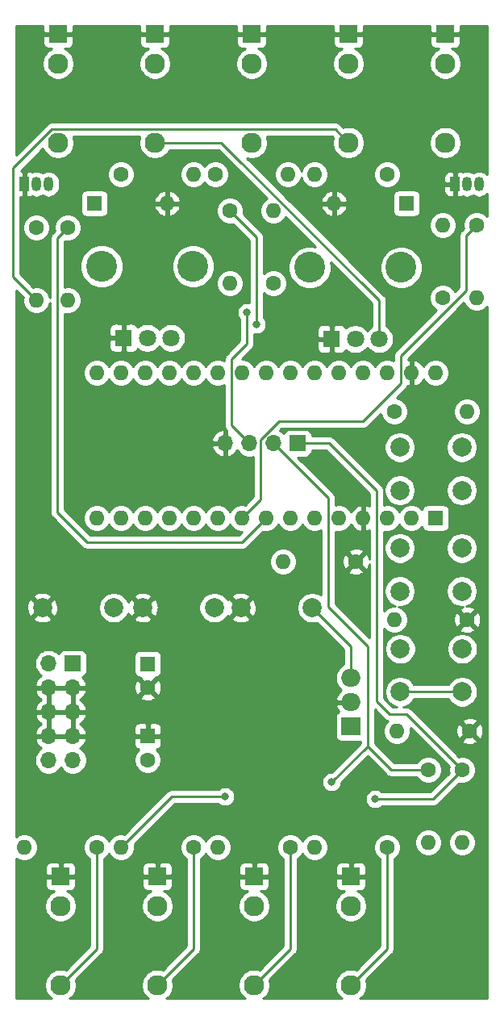
<source format=gbr>
%TF.GenerationSoftware,KiCad,Pcbnew,5.1.10-1.fc33*%
%TF.CreationDate,2021-09-20T12:14:51-04:00*%
%TF.ProjectId,vccg,76636367-2e6b-4696-9361-645f70636258,rev?*%
%TF.SameCoordinates,Original*%
%TF.FileFunction,Copper,L2,Bot*%
%TF.FilePolarity,Positive*%
%FSLAX46Y46*%
G04 Gerber Fmt 4.6, Leading zero omitted, Abs format (unit mm)*
G04 Created by KiCad (PCBNEW 5.1.10-1.fc33) date 2021-09-20 12:14:51*
%MOMM*%
%LPD*%
G01*
G04 APERTURE LIST*
%TA.AperFunction,ComponentPad*%
%ADD10O,1.600000X1.600000*%
%TD*%
%TA.AperFunction,ComponentPad*%
%ADD11C,1.600000*%
%TD*%
%TA.AperFunction,ComponentPad*%
%ADD12C,2.130000*%
%TD*%
%TA.AperFunction,ComponentPad*%
%ADD13R,1.930000X1.830000*%
%TD*%
%TA.AperFunction,ComponentPad*%
%ADD14C,2.000000*%
%TD*%
%TA.AperFunction,ComponentPad*%
%ADD15O,1.700000X1.700000*%
%TD*%
%TA.AperFunction,ComponentPad*%
%ADD16R,1.700000X1.700000*%
%TD*%
%TA.AperFunction,ComponentPad*%
%ADD17O,2.000000X1.905000*%
%TD*%
%TA.AperFunction,ComponentPad*%
%ADD18R,2.000000X1.905000*%
%TD*%
%TA.AperFunction,ComponentPad*%
%ADD19C,3.240000*%
%TD*%
%TA.AperFunction,ComponentPad*%
%ADD20C,1.800000*%
%TD*%
%TA.AperFunction,ComponentPad*%
%ADD21R,1.800000X1.800000*%
%TD*%
%TA.AperFunction,ComponentPad*%
%ADD22R,1.050000X1.500000*%
%TD*%
%TA.AperFunction,ComponentPad*%
%ADD23O,1.050000X1.500000*%
%TD*%
%TA.AperFunction,ComponentPad*%
%ADD24R,1.600000X1.600000*%
%TD*%
%TA.AperFunction,ViaPad*%
%ADD25C,0.800000*%
%TD*%
%TA.AperFunction,Conductor*%
%ADD26C,0.250000*%
%TD*%
%TA.AperFunction,Conductor*%
%ADD27C,0.254000*%
%TD*%
%TA.AperFunction,Conductor*%
%ADD28C,0.100000*%
%TD*%
G04 APERTURE END LIST*
D10*
%TO.P,R19,2*%
%TO.N,+5V*%
X221742000Y-110490000D03*
D11*
%TO.P,R19,1*%
%TO.N,SCL*%
X221742000Y-102870000D03*
%TD*%
D10*
%TO.P,R18,2*%
%TO.N,+5V*%
X225298000Y-110490000D03*
D11*
%TO.P,R18,1*%
%TO.N,SDA*%
X225298000Y-102870000D03*
%TD*%
D12*
%TO.P,J2,T*%
%TO.N,Net-(J2-PadT)*%
X213360000Y-37054000D03*
D13*
%TO.P,J2,S*%
%TO.N,GND*%
X213360000Y-25654000D03*
D12*
%TO.P,J2,TN*%
%TO.N,defaultClock*%
X213360000Y-28754000D03*
%TD*%
%TO.P,J1,T*%
%TO.N,Net-(J1-PadT)*%
X223520000Y-37054000D03*
D13*
%TO.P,J1,S*%
%TO.N,GND*%
X223520000Y-25654000D03*
D12*
%TO.P,J1,TN*%
%TO.N,defaultClock*%
X223520000Y-28754000D03*
%TD*%
D14*
%TO.P,SW3,1*%
%TO.N,Net-(R14-Pad1)*%
X225250000Y-79610000D03*
%TO.P,SW3,2*%
%TO.N,is_minor*%
X225250000Y-84110000D03*
%TO.P,SW3,1*%
%TO.N,Net-(R14-Pad1)*%
X218750000Y-79610000D03*
%TO.P,SW3,2*%
%TO.N,is_minor*%
X218750000Y-84110000D03*
%TD*%
%TO.P,SW2,1*%
%TO.N,Net-(R14-Pad1)*%
X225298000Y-90170000D03*
%TO.P,SW2,2*%
%TO.N,key_down*%
X225298000Y-94670000D03*
%TO.P,SW2,1*%
%TO.N,Net-(R14-Pad1)*%
X218798000Y-90170000D03*
%TO.P,SW2,2*%
%TO.N,key_down*%
X218798000Y-94670000D03*
%TD*%
%TO.P,SW1,1*%
%TO.N,Net-(R14-Pad1)*%
X225250000Y-69028000D03*
%TO.P,SW1,2*%
%TO.N,key_up*%
X225250000Y-73528000D03*
%TO.P,SW1,1*%
%TO.N,Net-(R14-Pad1)*%
X218750000Y-69028000D03*
%TO.P,SW1,2*%
%TO.N,key_up*%
X218750000Y-73528000D03*
%TD*%
D10*
%TO.P,R17,2*%
%TO.N,is_minor*%
X218186000Y-87122000D03*
D11*
%TO.P,R17,1*%
%TO.N,GND*%
X225806000Y-87122000D03*
%TD*%
%TO.P,R16,1*%
%TO.N,GND*%
X226060000Y-98806000D03*
D10*
%TO.P,R16,2*%
%TO.N,key_down*%
X218440000Y-98806000D03*
%TD*%
%TO.P,R15,2*%
%TO.N,key_up*%
X206502000Y-81026000D03*
D11*
%TO.P,R15,1*%
%TO.N,GND*%
X214122000Y-81026000D03*
%TD*%
%TO.P,R14,1*%
%TO.N,Net-(R14-Pad1)*%
X218186000Y-65278000D03*
D10*
%TO.P,R14,2*%
%TO.N,+5V*%
X225806000Y-65278000D03*
%TD*%
D15*
%TO.P,J11,4*%
%TO.N,GND*%
X200406000Y-68580000D03*
%TO.P,J11,3*%
%TO.N,+5V*%
X202946000Y-68580000D03*
%TO.P,J11,2*%
%TO.N,SCL*%
X205486000Y-68580000D03*
D16*
%TO.P,J11,1*%
%TO.N,SDA*%
X208026000Y-68580000D03*
%TD*%
D10*
%TO.P,R13,2*%
%TO.N,+5V*%
X197104000Y-40386000D03*
D11*
%TO.P,R13,1*%
%TO.N,Net-(J4-PadTN)*%
X189484000Y-40386000D03*
%TD*%
D10*
%TO.P,R12,2*%
%TO.N,+5V*%
X207010000Y-40386000D03*
D11*
%TO.P,R12,1*%
%TO.N,Net-(J3-PadTN)*%
X199390000Y-40386000D03*
%TD*%
D15*
%TO.P,J6,10*%
%TO.N,-12V*%
X181864000Y-101854000D03*
%TO.P,J6,9*%
X184404000Y-101854000D03*
%TO.P,J6,8*%
%TO.N,GND*%
X181864000Y-99314000D03*
%TO.P,J6,7*%
X184404000Y-99314000D03*
%TO.P,J6,6*%
X181864000Y-96774000D03*
%TO.P,J6,5*%
X184404000Y-96774000D03*
%TO.P,J6,4*%
X181864000Y-94234000D03*
%TO.P,J6,3*%
X184404000Y-94234000D03*
%TO.P,J6,2*%
%TO.N,+12V*%
X181864000Y-91694000D03*
D16*
%TO.P,J6,1*%
X184404000Y-91694000D03*
%TD*%
D17*
%TO.P,U2,3*%
%TO.N,+5V*%
X213614000Y-93218000D03*
%TO.P,U2,2*%
%TO.N,GND*%
X213614000Y-95758000D03*
D18*
%TO.P,U2,1*%
%TO.N,+12V*%
X213614000Y-98298000D03*
%TD*%
D19*
%TO.P,RV2,*%
%TO.N,*%
X187438000Y-50038000D03*
X197038000Y-50038000D03*
D20*
%TO.P,RV2,3*%
%TO.N,Net-(J4-PadT)*%
X194738000Y-57538000D03*
%TO.P,RV2,2*%
%TO.N,Net-(R4-Pad2)*%
X192238000Y-57538000D03*
D21*
%TO.P,RV2,1*%
%TO.N,GND*%
X189738000Y-57538000D03*
%TD*%
D19*
%TO.P,RV1,*%
%TO.N,*%
X209282000Y-50158000D03*
X218882000Y-50158000D03*
D20*
%TO.P,RV1,3*%
%TO.N,Net-(J3-PadT)*%
X216582000Y-57658000D03*
%TO.P,RV1,2*%
%TO.N,Net-(R3-Pad2)*%
X214082000Y-57658000D03*
D21*
%TO.P,RV1,1*%
%TO.N,GND*%
X211582000Y-57658000D03*
%TD*%
D10*
%TO.P,R11,2*%
%TO.N,Net-(R11-Pad2)*%
X209804000Y-110998000D03*
D11*
%TO.P,R11,1*%
%TO.N,Net-(J10-PadT)*%
X217424000Y-110998000D03*
%TD*%
D10*
%TO.P,R10,2*%
%TO.N,Net-(R10-Pad2)*%
X199644000Y-110998000D03*
D11*
%TO.P,R10,1*%
%TO.N,Net-(J9-PadT)*%
X207264000Y-110998000D03*
%TD*%
D10*
%TO.P,R9,2*%
%TO.N,Net-(R9-Pad2)*%
X189484000Y-110998000D03*
D11*
%TO.P,R9,1*%
%TO.N,Net-(J8-PadT)*%
X197104000Y-110998000D03*
%TD*%
D10*
%TO.P,R8,2*%
%TO.N,Net-(R8-Pad2)*%
X179324000Y-110998000D03*
D11*
%TO.P,R8,1*%
%TO.N,Net-(J7-PadT)*%
X186944000Y-110998000D03*
%TD*%
D10*
%TO.P,R7,2*%
%TO.N,+5V*%
X183896000Y-53594000D03*
D11*
%TO.P,R7,1*%
%TO.N,chordClock*%
X183896000Y-45974000D03*
%TD*%
D10*
%TO.P,R6,2*%
%TO.N,+5V*%
X226822000Y-53340000D03*
D11*
%TO.P,R6,1*%
%TO.N,melodyClock*%
X226822000Y-45720000D03*
%TD*%
D10*
%TO.P,R5,2*%
%TO.N,Net-(J5-PadT)*%
X209804000Y-40386000D03*
D11*
%TO.P,R5,1*%
%TO.N,Net-(R5-Pad1)*%
X217424000Y-40386000D03*
%TD*%
D10*
%TO.P,R4,2*%
%TO.N,Net-(R4-Pad2)*%
X200914000Y-51816000D03*
D11*
%TO.P,R4,1*%
%TO.N,Net-(R4-Pad1)*%
X200914000Y-44196000D03*
%TD*%
D10*
%TO.P,R3,2*%
%TO.N,Net-(R3-Pad2)*%
X205486000Y-44196000D03*
D11*
%TO.P,R3,1*%
%TO.N,Net-(R3-Pad1)*%
X205486000Y-51816000D03*
%TD*%
D10*
%TO.P,R2,2*%
%TO.N,Net-(J2-PadT)*%
X180594000Y-53594000D03*
D11*
%TO.P,R2,1*%
%TO.N,Net-(D2-Pad1)*%
X180594000Y-45974000D03*
%TD*%
D10*
%TO.P,R1,2*%
%TO.N,Net-(J1-PadT)*%
X223266000Y-45720000D03*
D11*
%TO.P,R1,1*%
%TO.N,Net-(D1-Pad1)*%
X223266000Y-53340000D03*
%TD*%
D22*
%TO.P,Q2,1*%
%TO.N,GND*%
X179324000Y-41402000D03*
D23*
%TO.P,Q2,3*%
%TO.N,chordClock*%
X181864000Y-41402000D03*
%TO.P,Q2,2*%
%TO.N,Net-(D2-Pad1)*%
X180594000Y-41402000D03*
%TD*%
D22*
%TO.P,Q1,1*%
%TO.N,GND*%
X224536000Y-41402000D03*
D23*
%TO.P,Q1,3*%
%TO.N,melodyClock*%
X227076000Y-41402000D03*
%TO.P,Q1,2*%
%TO.N,Net-(D1-Pad1)*%
X225806000Y-41402000D03*
%TD*%
D12*
%TO.P,J10,T*%
%TO.N,Net-(J10-PadT)*%
X213614000Y-125446000D03*
D13*
%TO.P,J10,S*%
%TO.N,GND*%
X213614000Y-114046000D03*
D12*
%TO.P,J10,TN*%
%TO.N,N/C*%
X213614000Y-117146000D03*
%TD*%
%TO.P,J9,T*%
%TO.N,Net-(J9-PadT)*%
X203454000Y-125446000D03*
D13*
%TO.P,J9,S*%
%TO.N,GND*%
X203454000Y-114046000D03*
D12*
%TO.P,J9,TN*%
%TO.N,N/C*%
X203454000Y-117146000D03*
%TD*%
%TO.P,J8,T*%
%TO.N,Net-(J8-PadT)*%
X193294000Y-125446000D03*
D13*
%TO.P,J8,S*%
%TO.N,GND*%
X193294000Y-114046000D03*
D12*
%TO.P,J8,TN*%
%TO.N,N/C*%
X193294000Y-117146000D03*
%TD*%
%TO.P,J7,T*%
%TO.N,Net-(J7-PadT)*%
X183134000Y-125446000D03*
D13*
%TO.P,J7,S*%
%TO.N,GND*%
X183134000Y-114046000D03*
D12*
%TO.P,J7,TN*%
%TO.N,N/C*%
X183134000Y-117146000D03*
%TD*%
%TO.P,J5,T*%
%TO.N,Net-(J5-PadT)*%
X203200000Y-37054000D03*
D13*
%TO.P,J5,S*%
%TO.N,GND*%
X203200000Y-25654000D03*
D12*
%TO.P,J5,TN*%
%TO.N,N/C*%
X203200000Y-28754000D03*
%TD*%
%TO.P,J4,T*%
%TO.N,Net-(J4-PadT)*%
X182880000Y-37054000D03*
D13*
%TO.P,J4,S*%
%TO.N,GND*%
X182880000Y-25654000D03*
D12*
%TO.P,J4,TN*%
%TO.N,Net-(J4-PadTN)*%
X182880000Y-28754000D03*
%TD*%
%TO.P,J3,T*%
%TO.N,Net-(J3-PadT)*%
X193040000Y-37054000D03*
D13*
%TO.P,J3,S*%
%TO.N,GND*%
X193040000Y-25654000D03*
D12*
%TO.P,J3,TN*%
%TO.N,Net-(J3-PadTN)*%
X193040000Y-28754000D03*
%TD*%
D10*
%TO.P,D2,2*%
%TO.N,GND*%
X194310000Y-43434000D03*
D24*
%TO.P,D2,1*%
%TO.N,Net-(D2-Pad1)*%
X186690000Y-43434000D03*
%TD*%
D10*
%TO.P,D1,2*%
%TO.N,GND*%
X211836000Y-43434000D03*
D24*
%TO.P,D1,1*%
%TO.N,Net-(D1-Pad1)*%
X219456000Y-43434000D03*
%TD*%
D14*
%TO.P,C5,2*%
%TO.N,GND*%
X202050000Y-85852000D03*
%TO.P,C5,1*%
%TO.N,+5V*%
X209550000Y-85852000D03*
%TD*%
D11*
%TO.P,C4,2*%
%TO.N,-12V*%
X192278000Y-101814000D03*
D24*
%TO.P,C4,1*%
%TO.N,GND*%
X192278000Y-99314000D03*
%TD*%
D11*
%TO.P,C3,2*%
%TO.N,GND*%
X192278000Y-94234000D03*
D24*
%TO.P,C3,1*%
%TO.N,+12V*%
X192278000Y-91734000D03*
%TD*%
D14*
%TO.P,C2,2*%
%TO.N,-12V*%
X199270000Y-85852000D03*
%TO.P,C2,1*%
%TO.N,GND*%
X191770000Y-85852000D03*
%TD*%
%TO.P,C1,2*%
%TO.N,GND*%
X181222000Y-85852000D03*
%TO.P,C1,1*%
%TO.N,+12V*%
X188722000Y-85852000D03*
%TD*%
D10*
%TO.P,A1,16*%
%TO.N,defaultClock*%
X186944000Y-61214000D03*
%TO.P,A1,15*%
%TO.N,N/C*%
X186944000Y-76454000D03*
%TO.P,A1,30*%
X222504000Y-61214000D03*
%TO.P,A1,14*%
X189484000Y-76454000D03*
%TO.P,A1,29*%
%TO.N,GND*%
X219964000Y-61214000D03*
%TO.P,A1,13*%
%TO.N,N/C*%
X192024000Y-76454000D03*
%TO.P,A1,28*%
X217424000Y-61214000D03*
%TO.P,A1,12*%
%TO.N,is_minor*%
X194564000Y-76454000D03*
%TO.P,A1,27*%
%TO.N,+5V*%
X214884000Y-61214000D03*
%TO.P,A1,11*%
%TO.N,key_down*%
X197104000Y-76454000D03*
%TO.P,A1,26*%
%TO.N,N/C*%
X212344000Y-61214000D03*
%TO.P,A1,10*%
%TO.N,key_up*%
X199644000Y-76454000D03*
%TO.P,A1,25*%
%TO.N,N/C*%
X209804000Y-61214000D03*
%TO.P,A1,9*%
%TO.N,melodyClock*%
X202184000Y-76454000D03*
%TO.P,A1,24*%
%TO.N,SCL*%
X207264000Y-61214000D03*
%TO.P,A1,8*%
%TO.N,chordClock*%
X204724000Y-76454000D03*
%TO.P,A1,23*%
%TO.N,SDA*%
X204724000Y-61214000D03*
%TO.P,A1,7*%
%TO.N,N/C*%
X207264000Y-76454000D03*
%TO.P,A1,22*%
X202184000Y-61214000D03*
%TO.P,A1,6*%
X209804000Y-76454000D03*
%TO.P,A1,21*%
%TO.N,melody*%
X199644000Y-61214000D03*
%TO.P,A1,5*%
%TO.N,N/C*%
X212344000Y-76454000D03*
%TO.P,A1,20*%
%TO.N,octave*%
X197104000Y-61214000D03*
%TO.P,A1,4*%
%TO.N,GND*%
X214884000Y-76454000D03*
%TO.P,A1,19*%
%TO.N,chord*%
X194564000Y-61214000D03*
%TO.P,A1,3*%
%TO.N,N/C*%
X217424000Y-76454000D03*
%TO.P,A1,18*%
X192024000Y-61214000D03*
%TO.P,A1,2*%
X219964000Y-76454000D03*
%TO.P,A1,17*%
X189484000Y-61214000D03*
D24*
%TO.P,A1,1*%
X222504000Y-76454000D03*
%TD*%
D25*
%TO.N,GND*%
X214630000Y-86360000D03*
%TO.N,+5V*%
X202692000Y-54864000D03*
%TO.N,SCL*%
X211582000Y-104140000D03*
%TO.N,SDA*%
X216154000Y-105918000D03*
%TO.N,Net-(R4-Pad1)*%
X203708000Y-56134000D03*
%TO.N,Net-(R9-Pad2)*%
X200406000Y-105664000D03*
%TD*%
D26*
%TO.N,+5V*%
X202692000Y-54864000D02*
X202692000Y-58166000D01*
X201058999Y-66692999D02*
X202946000Y-68580000D01*
X201058999Y-59799001D02*
X201058999Y-66692999D01*
X202692000Y-58166000D02*
X201058999Y-59799001D01*
X213614000Y-89916000D02*
X209550000Y-85852000D01*
X213614000Y-93218000D02*
X213614000Y-89916000D01*
%TO.N,melodyClock*%
X206032998Y-66294000D02*
X204121001Y-68205997D01*
X218838999Y-62339001D02*
X214884000Y-66294000D01*
X218838999Y-59432003D02*
X218838999Y-62339001D01*
X225696999Y-52574003D02*
X218838999Y-59432003D01*
X204121001Y-74516999D02*
X202184000Y-76454000D01*
X214884000Y-66294000D02*
X206032998Y-66294000D01*
X225696999Y-46845001D02*
X225696999Y-52574003D01*
X204121001Y-68205997D02*
X204121001Y-74516999D01*
X226822000Y-45720000D02*
X225696999Y-46845001D01*
%TO.N,SCL*%
X211218999Y-74312999D02*
X205486000Y-68580000D01*
X211218999Y-85742999D02*
X211218999Y-74312999D01*
X215355001Y-89879001D02*
X211218999Y-85742999D01*
X215355001Y-100366999D02*
X215355001Y-89879001D01*
X211582000Y-104140000D02*
X215355001Y-100366999D01*
X217858002Y-102870000D02*
X215355001Y-100366999D01*
X221742000Y-102870000D02*
X217858002Y-102870000D01*
%TO.N,chordClock*%
X202184000Y-78994000D02*
X204724000Y-76454000D01*
X185928000Y-78994000D02*
X202184000Y-78994000D01*
X182770999Y-75836999D02*
X185928000Y-78994000D01*
X182770999Y-47099001D02*
X182770999Y-75836999D01*
X183896000Y-45974000D02*
X182770999Y-47099001D01*
%TO.N,SDA*%
X208026000Y-68580000D02*
X211328000Y-68580000D01*
X211328000Y-68580000D02*
X216298999Y-73550999D01*
X216298999Y-73550999D02*
X216298999Y-95648999D01*
X216298999Y-95648999D02*
X217678000Y-97028000D01*
X219456000Y-97028000D02*
X225298000Y-102870000D01*
X217678000Y-97028000D02*
X219456000Y-97028000D01*
X222250000Y-105918000D02*
X216154000Y-105918000D01*
X225298000Y-102870000D02*
X222250000Y-105918000D01*
%TO.N,Net-(J2-PadT)*%
X180594000Y-53594000D02*
X178150010Y-51150010D01*
X211969999Y-35663999D02*
X213360000Y-37054000D01*
X182212799Y-35663999D02*
X211969999Y-35663999D01*
X178150010Y-39726788D02*
X182212799Y-35663999D01*
X178150010Y-51150010D02*
X178150010Y-39726788D01*
%TO.N,Net-(J3-PadT)*%
X216582000Y-53626998D02*
X216582000Y-57658000D01*
X200009002Y-37054000D02*
X216582000Y-53626998D01*
X193040000Y-37054000D02*
X200009002Y-37054000D01*
%TO.N,Net-(J7-PadT)*%
X183134000Y-125446000D02*
X186944000Y-121636000D01*
X186944000Y-121636000D02*
X186944000Y-121412000D01*
X186944000Y-110998000D02*
X186944000Y-121412000D01*
%TO.N,Net-(J8-PadT)*%
X197104000Y-121636000D02*
X197104000Y-120904000D01*
X193294000Y-125446000D02*
X197104000Y-121636000D01*
X197104000Y-110998000D02*
X197104000Y-120904000D01*
%TO.N,Net-(J9-PadT)*%
X207264000Y-121636000D02*
X207264000Y-120904000D01*
X203454000Y-125446000D02*
X207264000Y-121636000D01*
X207264000Y-110998000D02*
X207264000Y-120904000D01*
%TO.N,Net-(J10-PadT)*%
X217424000Y-121636000D02*
X217424000Y-120650000D01*
X213614000Y-125446000D02*
X217424000Y-121636000D01*
X217424000Y-110998000D02*
X217424000Y-120650000D01*
%TO.N,Net-(R4-Pad1)*%
X203708000Y-46990000D02*
X200914000Y-44196000D01*
X203708000Y-56134000D02*
X203708000Y-46990000D01*
%TO.N,Net-(R9-Pad2)*%
X194818000Y-105664000D02*
X189484000Y-110998000D01*
X200406000Y-105664000D02*
X194818000Y-105664000D01*
%TO.N,key_down*%
X218798000Y-94670000D02*
X225298000Y-94670000D01*
%TD*%
D27*
%TO.N,GND*%
X179195312Y-53270114D02*
X179159000Y-53452665D01*
X179159000Y-53735335D01*
X179214147Y-54012574D01*
X179322320Y-54273727D01*
X179479363Y-54508759D01*
X179679241Y-54708637D01*
X179914273Y-54865680D01*
X180175426Y-54973853D01*
X180452665Y-55029000D01*
X180735335Y-55029000D01*
X181012574Y-54973853D01*
X181273727Y-54865680D01*
X181508759Y-54708637D01*
X181708637Y-54508759D01*
X181865680Y-54273727D01*
X181973853Y-54012574D01*
X182010999Y-53825830D01*
X182011000Y-75799666D01*
X182007323Y-75836999D01*
X182021997Y-75985984D01*
X182065453Y-76129245D01*
X182136025Y-76261275D01*
X182189965Y-76327000D01*
X182230999Y-76377000D01*
X182259997Y-76400798D01*
X185364201Y-79505003D01*
X185387999Y-79534001D01*
X185503724Y-79628974D01*
X185635753Y-79699546D01*
X185779014Y-79743003D01*
X185890667Y-79754000D01*
X185890675Y-79754000D01*
X185928000Y-79757676D01*
X185965325Y-79754000D01*
X202146678Y-79754000D01*
X202184000Y-79757676D01*
X202221322Y-79754000D01*
X202221333Y-79754000D01*
X202332986Y-79743003D01*
X202476247Y-79699546D01*
X202608276Y-79628974D01*
X202724001Y-79534001D01*
X202747804Y-79504997D01*
X204400114Y-77852688D01*
X204582665Y-77889000D01*
X204865335Y-77889000D01*
X205142574Y-77833853D01*
X205403727Y-77725680D01*
X205638759Y-77568637D01*
X205838637Y-77368759D01*
X205994000Y-77136241D01*
X206149363Y-77368759D01*
X206349241Y-77568637D01*
X206584273Y-77725680D01*
X206845426Y-77833853D01*
X207122665Y-77889000D01*
X207405335Y-77889000D01*
X207682574Y-77833853D01*
X207943727Y-77725680D01*
X208178759Y-77568637D01*
X208378637Y-77368759D01*
X208534000Y-77136241D01*
X208689363Y-77368759D01*
X208889241Y-77568637D01*
X209124273Y-77725680D01*
X209385426Y-77833853D01*
X209662665Y-77889000D01*
X209945335Y-77889000D01*
X210222574Y-77833853D01*
X210459000Y-77735922D01*
X210458999Y-84492976D01*
X210324463Y-84403082D01*
X210026912Y-84279832D01*
X209711033Y-84217000D01*
X209388967Y-84217000D01*
X209073088Y-84279832D01*
X208775537Y-84403082D01*
X208507748Y-84582013D01*
X208280013Y-84809748D01*
X208101082Y-85077537D01*
X207977832Y-85375088D01*
X207915000Y-85690967D01*
X207915000Y-86013033D01*
X207977832Y-86328912D01*
X208101082Y-86626463D01*
X208280013Y-86894252D01*
X208507748Y-87121987D01*
X208775537Y-87300918D01*
X209073088Y-87424168D01*
X209388967Y-87487000D01*
X209711033Y-87487000D01*
X210026912Y-87424168D01*
X210041376Y-87418177D01*
X212854001Y-90230803D01*
X212854000Y-91798792D01*
X212680265Y-91891655D01*
X212438537Y-92090037D01*
X212240155Y-92331765D01*
X212092745Y-92607551D01*
X212001970Y-92906796D01*
X211971319Y-93218000D01*
X212001970Y-93529204D01*
X212092745Y-93828449D01*
X212240155Y-94104235D01*
X212438537Y-94345963D01*
X212617899Y-94493163D01*
X212432685Y-94648563D01*
X212238031Y-94891077D01*
X212094429Y-95166906D01*
X212023437Y-95385020D01*
X212143406Y-95631000D01*
X213487000Y-95631000D01*
X213487000Y-95611000D01*
X213741000Y-95611000D01*
X213741000Y-95631000D01*
X213761000Y-95631000D01*
X213761000Y-95885000D01*
X213741000Y-95885000D01*
X213741000Y-95905000D01*
X213487000Y-95905000D01*
X213487000Y-95885000D01*
X212143406Y-95885000D01*
X212023437Y-96130980D01*
X212094429Y-96349094D01*
X212238031Y-96624923D01*
X212351219Y-96765941D01*
X212259506Y-96814963D01*
X212162815Y-96894315D01*
X212083463Y-96991006D01*
X212024498Y-97101320D01*
X211988188Y-97221018D01*
X211975928Y-97345500D01*
X211975928Y-99250500D01*
X211988188Y-99374982D01*
X212024498Y-99494680D01*
X212083463Y-99604994D01*
X212162815Y-99701685D01*
X212259506Y-99781037D01*
X212369820Y-99840002D01*
X212489518Y-99876312D01*
X212614000Y-99888572D01*
X214595001Y-99888572D01*
X214595001Y-100052197D01*
X211542199Y-103105000D01*
X211480061Y-103105000D01*
X211280102Y-103144774D01*
X211091744Y-103222795D01*
X210922226Y-103336063D01*
X210778063Y-103480226D01*
X210664795Y-103649744D01*
X210586774Y-103838102D01*
X210547000Y-104038061D01*
X210547000Y-104241939D01*
X210586774Y-104441898D01*
X210664795Y-104630256D01*
X210778063Y-104799774D01*
X210922226Y-104943937D01*
X211091744Y-105057205D01*
X211280102Y-105135226D01*
X211480061Y-105175000D01*
X211683939Y-105175000D01*
X211883898Y-105135226D01*
X212072256Y-105057205D01*
X212241774Y-104943937D01*
X212385937Y-104799774D01*
X212499205Y-104630256D01*
X212577226Y-104441898D01*
X212617000Y-104241939D01*
X212617000Y-104179801D01*
X215355001Y-101441801D01*
X217294203Y-103381003D01*
X217318001Y-103410001D01*
X217346999Y-103433799D01*
X217433725Y-103504974D01*
X217565755Y-103575546D01*
X217709016Y-103619003D01*
X217820669Y-103630000D01*
X217820679Y-103630000D01*
X217858002Y-103633676D01*
X217895325Y-103630000D01*
X220523957Y-103630000D01*
X220627363Y-103784759D01*
X220827241Y-103984637D01*
X221062273Y-104141680D01*
X221323426Y-104249853D01*
X221600665Y-104305000D01*
X221883335Y-104305000D01*
X222160574Y-104249853D01*
X222421727Y-104141680D01*
X222656759Y-103984637D01*
X222856637Y-103784759D01*
X223013680Y-103549727D01*
X223121853Y-103288574D01*
X223177000Y-103011335D01*
X223177000Y-102728665D01*
X223121853Y-102451426D01*
X223013680Y-102190273D01*
X222856637Y-101955241D01*
X222656759Y-101755363D01*
X222421727Y-101598320D01*
X222160574Y-101490147D01*
X221883335Y-101435000D01*
X221600665Y-101435000D01*
X221323426Y-101490147D01*
X221062273Y-101598320D01*
X220827241Y-101755363D01*
X220627363Y-101955241D01*
X220523957Y-102110000D01*
X218172804Y-102110000D01*
X216115001Y-100052198D01*
X216115001Y-96539802D01*
X217114200Y-97539002D01*
X217137999Y-97568001D01*
X217166997Y-97591799D01*
X217253723Y-97662974D01*
X217306835Y-97691363D01*
X217385753Y-97733546D01*
X217460411Y-97756193D01*
X217325363Y-97891241D01*
X217168320Y-98126273D01*
X217060147Y-98387426D01*
X217005000Y-98664665D01*
X217005000Y-98947335D01*
X217060147Y-99224574D01*
X217168320Y-99485727D01*
X217325363Y-99720759D01*
X217525241Y-99920637D01*
X217760273Y-100077680D01*
X218021426Y-100185853D01*
X218298665Y-100241000D01*
X218581335Y-100241000D01*
X218858574Y-100185853D01*
X219119727Y-100077680D01*
X219354759Y-99920637D01*
X219554637Y-99720759D01*
X219711680Y-99485727D01*
X219819853Y-99224574D01*
X219875000Y-98947335D01*
X219875000Y-98664665D01*
X219839526Y-98486327D01*
X223899312Y-102546114D01*
X223863000Y-102728665D01*
X223863000Y-103011335D01*
X223899312Y-103193886D01*
X221935199Y-105158000D01*
X216857711Y-105158000D01*
X216813774Y-105114063D01*
X216644256Y-105000795D01*
X216455898Y-104922774D01*
X216255939Y-104883000D01*
X216052061Y-104883000D01*
X215852102Y-104922774D01*
X215663744Y-105000795D01*
X215494226Y-105114063D01*
X215350063Y-105258226D01*
X215236795Y-105427744D01*
X215158774Y-105616102D01*
X215119000Y-105816061D01*
X215119000Y-106019939D01*
X215158774Y-106219898D01*
X215236795Y-106408256D01*
X215350063Y-106577774D01*
X215494226Y-106721937D01*
X215663744Y-106835205D01*
X215852102Y-106913226D01*
X216052061Y-106953000D01*
X216255939Y-106953000D01*
X216455898Y-106913226D01*
X216644256Y-106835205D01*
X216813774Y-106721937D01*
X216857711Y-106678000D01*
X222212678Y-106678000D01*
X222250000Y-106681676D01*
X222287322Y-106678000D01*
X222287333Y-106678000D01*
X222398986Y-106667003D01*
X222542247Y-106623546D01*
X222674276Y-106552974D01*
X222790001Y-106458001D01*
X222813804Y-106428997D01*
X224974114Y-104268688D01*
X225156665Y-104305000D01*
X225439335Y-104305000D01*
X225716574Y-104249853D01*
X225977727Y-104141680D01*
X226212759Y-103984637D01*
X226412637Y-103784759D01*
X226569680Y-103549727D01*
X226677853Y-103288574D01*
X226733000Y-103011335D01*
X226733000Y-102728665D01*
X226677853Y-102451426D01*
X226569680Y-102190273D01*
X226412637Y-101955241D01*
X226212759Y-101755363D01*
X225977727Y-101598320D01*
X225716574Y-101490147D01*
X225439335Y-101435000D01*
X225156665Y-101435000D01*
X224974114Y-101471312D01*
X223301504Y-99798702D01*
X225246903Y-99798702D01*
X225318486Y-100042671D01*
X225573996Y-100163571D01*
X225848184Y-100232300D01*
X226130512Y-100246217D01*
X226410130Y-100204787D01*
X226676292Y-100109603D01*
X226801514Y-100042671D01*
X226873097Y-99798702D01*
X226060000Y-98985605D01*
X225246903Y-99798702D01*
X223301504Y-99798702D01*
X222379314Y-98876512D01*
X224619783Y-98876512D01*
X224661213Y-99156130D01*
X224756397Y-99422292D01*
X224823329Y-99547514D01*
X225067298Y-99619097D01*
X225880395Y-98806000D01*
X226239605Y-98806000D01*
X227052702Y-99619097D01*
X227296671Y-99547514D01*
X227417571Y-99292004D01*
X227486300Y-99017816D01*
X227500217Y-98735488D01*
X227458787Y-98455870D01*
X227363603Y-98189708D01*
X227296671Y-98064486D01*
X227052702Y-97992903D01*
X226239605Y-98806000D01*
X225880395Y-98806000D01*
X225067298Y-97992903D01*
X224823329Y-98064486D01*
X224702429Y-98319996D01*
X224633700Y-98594184D01*
X224619783Y-98876512D01*
X222379314Y-98876512D01*
X221316100Y-97813298D01*
X225246903Y-97813298D01*
X226060000Y-98626395D01*
X226873097Y-97813298D01*
X226801514Y-97569329D01*
X226546004Y-97448429D01*
X226271816Y-97379700D01*
X225989488Y-97365783D01*
X225709870Y-97407213D01*
X225443708Y-97502397D01*
X225318486Y-97569329D01*
X225246903Y-97813298D01*
X221316100Y-97813298D01*
X220019804Y-96517003D01*
X219996001Y-96487999D01*
X219880276Y-96393026D01*
X219748247Y-96322454D01*
X219604986Y-96278997D01*
X219493333Y-96268000D01*
X219493322Y-96268000D01*
X219456000Y-96264324D01*
X219418678Y-96268000D01*
X219145045Y-96268000D01*
X219274912Y-96242168D01*
X219572463Y-96118918D01*
X219840252Y-95939987D01*
X220067987Y-95712252D01*
X220246918Y-95444463D01*
X220252909Y-95430000D01*
X223843091Y-95430000D01*
X223849082Y-95444463D01*
X224028013Y-95712252D01*
X224255748Y-95939987D01*
X224523537Y-96118918D01*
X224821088Y-96242168D01*
X225136967Y-96305000D01*
X225459033Y-96305000D01*
X225774912Y-96242168D01*
X226072463Y-96118918D01*
X226340252Y-95939987D01*
X226567987Y-95712252D01*
X226746918Y-95444463D01*
X226870168Y-95146912D01*
X226933000Y-94831033D01*
X226933000Y-94508967D01*
X226870168Y-94193088D01*
X226746918Y-93895537D01*
X226567987Y-93627748D01*
X226340252Y-93400013D01*
X226072463Y-93221082D01*
X225774912Y-93097832D01*
X225459033Y-93035000D01*
X225136967Y-93035000D01*
X224821088Y-93097832D01*
X224523537Y-93221082D01*
X224255748Y-93400013D01*
X224028013Y-93627748D01*
X223849082Y-93895537D01*
X223843091Y-93910000D01*
X220252909Y-93910000D01*
X220246918Y-93895537D01*
X220067987Y-93627748D01*
X219840252Y-93400013D01*
X219572463Y-93221082D01*
X219274912Y-93097832D01*
X218959033Y-93035000D01*
X218636967Y-93035000D01*
X218321088Y-93097832D01*
X218023537Y-93221082D01*
X217755748Y-93400013D01*
X217528013Y-93627748D01*
X217349082Y-93895537D01*
X217225832Y-94193088D01*
X217163000Y-94508967D01*
X217163000Y-94831033D01*
X217225832Y-95146912D01*
X217349082Y-95444463D01*
X217528013Y-95712252D01*
X217755748Y-95939987D01*
X218023537Y-96118918D01*
X218321088Y-96242168D01*
X218450955Y-96268000D01*
X217992802Y-96268000D01*
X217058999Y-95334198D01*
X217058999Y-90008967D01*
X217163000Y-90008967D01*
X217163000Y-90331033D01*
X217225832Y-90646912D01*
X217349082Y-90944463D01*
X217528013Y-91212252D01*
X217755748Y-91439987D01*
X218023537Y-91618918D01*
X218321088Y-91742168D01*
X218636967Y-91805000D01*
X218959033Y-91805000D01*
X219274912Y-91742168D01*
X219572463Y-91618918D01*
X219840252Y-91439987D01*
X220067987Y-91212252D01*
X220246918Y-90944463D01*
X220370168Y-90646912D01*
X220433000Y-90331033D01*
X220433000Y-90008967D01*
X223663000Y-90008967D01*
X223663000Y-90331033D01*
X223725832Y-90646912D01*
X223849082Y-90944463D01*
X224028013Y-91212252D01*
X224255748Y-91439987D01*
X224523537Y-91618918D01*
X224821088Y-91742168D01*
X225136967Y-91805000D01*
X225459033Y-91805000D01*
X225774912Y-91742168D01*
X226072463Y-91618918D01*
X226340252Y-91439987D01*
X226567987Y-91212252D01*
X226746918Y-90944463D01*
X226870168Y-90646912D01*
X226933000Y-90331033D01*
X226933000Y-90008967D01*
X226870168Y-89693088D01*
X226746918Y-89395537D01*
X226567987Y-89127748D01*
X226340252Y-88900013D01*
X226072463Y-88721082D01*
X225774912Y-88597832D01*
X225459033Y-88535000D01*
X225136967Y-88535000D01*
X224821088Y-88597832D01*
X224523537Y-88721082D01*
X224255748Y-88900013D01*
X224028013Y-89127748D01*
X223849082Y-89395537D01*
X223725832Y-89693088D01*
X223663000Y-90008967D01*
X220433000Y-90008967D01*
X220370168Y-89693088D01*
X220246918Y-89395537D01*
X220067987Y-89127748D01*
X219840252Y-88900013D01*
X219572463Y-88721082D01*
X219274912Y-88597832D01*
X218959033Y-88535000D01*
X218636967Y-88535000D01*
X218321088Y-88597832D01*
X218023537Y-88721082D01*
X217755748Y-88900013D01*
X217528013Y-89127748D01*
X217349082Y-89395537D01*
X217225832Y-89693088D01*
X217163000Y-90008967D01*
X217058999Y-90008967D01*
X217058999Y-88018255D01*
X217071363Y-88036759D01*
X217271241Y-88236637D01*
X217506273Y-88393680D01*
X217767426Y-88501853D01*
X218044665Y-88557000D01*
X218327335Y-88557000D01*
X218604574Y-88501853D01*
X218865727Y-88393680D01*
X219100759Y-88236637D01*
X219222694Y-88114702D01*
X224992903Y-88114702D01*
X225064486Y-88358671D01*
X225319996Y-88479571D01*
X225594184Y-88548300D01*
X225876512Y-88562217D01*
X226156130Y-88520787D01*
X226422292Y-88425603D01*
X226547514Y-88358671D01*
X226619097Y-88114702D01*
X225806000Y-87301605D01*
X224992903Y-88114702D01*
X219222694Y-88114702D01*
X219300637Y-88036759D01*
X219457680Y-87801727D01*
X219565853Y-87540574D01*
X219621000Y-87263335D01*
X219621000Y-87192512D01*
X224365783Y-87192512D01*
X224407213Y-87472130D01*
X224502397Y-87738292D01*
X224569329Y-87863514D01*
X224813298Y-87935097D01*
X225626395Y-87122000D01*
X225985605Y-87122000D01*
X226798702Y-87935097D01*
X227042671Y-87863514D01*
X227163571Y-87608004D01*
X227232300Y-87333816D01*
X227246217Y-87051488D01*
X227204787Y-86771870D01*
X227109603Y-86505708D01*
X227042671Y-86380486D01*
X226798702Y-86308903D01*
X225985605Y-87122000D01*
X225626395Y-87122000D01*
X224813298Y-86308903D01*
X224569329Y-86380486D01*
X224448429Y-86635996D01*
X224379700Y-86910184D01*
X224365783Y-87192512D01*
X219621000Y-87192512D01*
X219621000Y-86980665D01*
X219565853Y-86703426D01*
X219457680Y-86442273D01*
X219300637Y-86207241D01*
X219100759Y-86007363D01*
X218865727Y-85850320D01*
X218611462Y-85745000D01*
X218911033Y-85745000D01*
X219226912Y-85682168D01*
X219524463Y-85558918D01*
X219792252Y-85379987D01*
X220019987Y-85152252D01*
X220198918Y-84884463D01*
X220322168Y-84586912D01*
X220385000Y-84271033D01*
X220385000Y-83948967D01*
X223615000Y-83948967D01*
X223615000Y-84271033D01*
X223677832Y-84586912D01*
X223801082Y-84884463D01*
X223980013Y-85152252D01*
X224207748Y-85379987D01*
X224475537Y-85558918D01*
X224773088Y-85682168D01*
X225088967Y-85745000D01*
X225394947Y-85745000D01*
X225189708Y-85818397D01*
X225064486Y-85885329D01*
X224992903Y-86129298D01*
X225806000Y-86942395D01*
X226619097Y-86129298D01*
X226547514Y-85885329D01*
X226292004Y-85764429D01*
X226017816Y-85695700D01*
X225735488Y-85681783D01*
X225709459Y-85685640D01*
X225726912Y-85682168D01*
X226024463Y-85558918D01*
X226292252Y-85379987D01*
X226519987Y-85152252D01*
X226698918Y-84884463D01*
X226822168Y-84586912D01*
X226885000Y-84271033D01*
X226885000Y-83948967D01*
X226822168Y-83633088D01*
X226698918Y-83335537D01*
X226519987Y-83067748D01*
X226292252Y-82840013D01*
X226024463Y-82661082D01*
X225726912Y-82537832D01*
X225411033Y-82475000D01*
X225088967Y-82475000D01*
X224773088Y-82537832D01*
X224475537Y-82661082D01*
X224207748Y-82840013D01*
X223980013Y-83067748D01*
X223801082Y-83335537D01*
X223677832Y-83633088D01*
X223615000Y-83948967D01*
X220385000Y-83948967D01*
X220322168Y-83633088D01*
X220198918Y-83335537D01*
X220019987Y-83067748D01*
X219792252Y-82840013D01*
X219524463Y-82661082D01*
X219226912Y-82537832D01*
X218911033Y-82475000D01*
X218588967Y-82475000D01*
X218273088Y-82537832D01*
X217975537Y-82661082D01*
X217707748Y-82840013D01*
X217480013Y-83067748D01*
X217301082Y-83335537D01*
X217177832Y-83633088D01*
X217115000Y-83948967D01*
X217115000Y-84271033D01*
X217177832Y-84586912D01*
X217301082Y-84884463D01*
X217480013Y-85152252D01*
X217707748Y-85379987D01*
X217975537Y-85558918D01*
X218273088Y-85682168D01*
X218297380Y-85687000D01*
X218044665Y-85687000D01*
X217767426Y-85742147D01*
X217506273Y-85850320D01*
X217271241Y-86007363D01*
X217071363Y-86207241D01*
X217058999Y-86225745D01*
X217058999Y-79448967D01*
X217115000Y-79448967D01*
X217115000Y-79771033D01*
X217177832Y-80086912D01*
X217301082Y-80384463D01*
X217480013Y-80652252D01*
X217707748Y-80879987D01*
X217975537Y-81058918D01*
X218273088Y-81182168D01*
X218588967Y-81245000D01*
X218911033Y-81245000D01*
X219226912Y-81182168D01*
X219524463Y-81058918D01*
X219792252Y-80879987D01*
X220019987Y-80652252D01*
X220198918Y-80384463D01*
X220322168Y-80086912D01*
X220385000Y-79771033D01*
X220385000Y-79448967D01*
X223615000Y-79448967D01*
X223615000Y-79771033D01*
X223677832Y-80086912D01*
X223801082Y-80384463D01*
X223980013Y-80652252D01*
X224207748Y-80879987D01*
X224475537Y-81058918D01*
X224773088Y-81182168D01*
X225088967Y-81245000D01*
X225411033Y-81245000D01*
X225726912Y-81182168D01*
X226024463Y-81058918D01*
X226292252Y-80879987D01*
X226519987Y-80652252D01*
X226698918Y-80384463D01*
X226822168Y-80086912D01*
X226885000Y-79771033D01*
X226885000Y-79448967D01*
X226822168Y-79133088D01*
X226698918Y-78835537D01*
X226519987Y-78567748D01*
X226292252Y-78340013D01*
X226024463Y-78161082D01*
X225726912Y-78037832D01*
X225411033Y-77975000D01*
X225088967Y-77975000D01*
X224773088Y-78037832D01*
X224475537Y-78161082D01*
X224207748Y-78340013D01*
X223980013Y-78567748D01*
X223801082Y-78835537D01*
X223677832Y-79133088D01*
X223615000Y-79448967D01*
X220385000Y-79448967D01*
X220322168Y-79133088D01*
X220198918Y-78835537D01*
X220019987Y-78567748D01*
X219792252Y-78340013D01*
X219524463Y-78161082D01*
X219226912Y-78037832D01*
X218911033Y-77975000D01*
X218588967Y-77975000D01*
X218273088Y-78037832D01*
X217975537Y-78161082D01*
X217707748Y-78340013D01*
X217480013Y-78567748D01*
X217301082Y-78835537D01*
X217177832Y-79133088D01*
X217115000Y-79448967D01*
X217058999Y-79448967D01*
X217058999Y-77844509D01*
X217282665Y-77889000D01*
X217565335Y-77889000D01*
X217842574Y-77833853D01*
X218103727Y-77725680D01*
X218338759Y-77568637D01*
X218538637Y-77368759D01*
X218694000Y-77136241D01*
X218849363Y-77368759D01*
X219049241Y-77568637D01*
X219284273Y-77725680D01*
X219545426Y-77833853D01*
X219822665Y-77889000D01*
X220105335Y-77889000D01*
X220382574Y-77833853D01*
X220643727Y-77725680D01*
X220878759Y-77568637D01*
X221077357Y-77370039D01*
X221078188Y-77378482D01*
X221114498Y-77498180D01*
X221173463Y-77608494D01*
X221252815Y-77705185D01*
X221349506Y-77784537D01*
X221459820Y-77843502D01*
X221579518Y-77879812D01*
X221704000Y-77892072D01*
X223304000Y-77892072D01*
X223428482Y-77879812D01*
X223548180Y-77843502D01*
X223658494Y-77784537D01*
X223755185Y-77705185D01*
X223834537Y-77608494D01*
X223893502Y-77498180D01*
X223929812Y-77378482D01*
X223942072Y-77254000D01*
X223942072Y-75654000D01*
X223929812Y-75529518D01*
X223893502Y-75409820D01*
X223834537Y-75299506D01*
X223755185Y-75202815D01*
X223658494Y-75123463D01*
X223548180Y-75064498D01*
X223428482Y-75028188D01*
X223304000Y-75015928D01*
X221704000Y-75015928D01*
X221579518Y-75028188D01*
X221459820Y-75064498D01*
X221349506Y-75123463D01*
X221252815Y-75202815D01*
X221173463Y-75299506D01*
X221114498Y-75409820D01*
X221078188Y-75529518D01*
X221077357Y-75537961D01*
X220878759Y-75339363D01*
X220643727Y-75182320D01*
X220382574Y-75074147D01*
X220105335Y-75019000D01*
X219822665Y-75019000D01*
X219545426Y-75074147D01*
X219284273Y-75182320D01*
X219049241Y-75339363D01*
X218849363Y-75539241D01*
X218694000Y-75771759D01*
X218538637Y-75539241D01*
X218338759Y-75339363D01*
X218103727Y-75182320D01*
X217842574Y-75074147D01*
X217565335Y-75019000D01*
X217282665Y-75019000D01*
X217058999Y-75063491D01*
X217058999Y-73588321D01*
X217062675Y-73550998D01*
X217058999Y-73513675D01*
X217058999Y-73513666D01*
X217048002Y-73402013D01*
X217037372Y-73366967D01*
X217115000Y-73366967D01*
X217115000Y-73689033D01*
X217177832Y-74004912D01*
X217301082Y-74302463D01*
X217480013Y-74570252D01*
X217707748Y-74797987D01*
X217975537Y-74976918D01*
X218273088Y-75100168D01*
X218588967Y-75163000D01*
X218911033Y-75163000D01*
X219226912Y-75100168D01*
X219524463Y-74976918D01*
X219792252Y-74797987D01*
X220019987Y-74570252D01*
X220198918Y-74302463D01*
X220322168Y-74004912D01*
X220385000Y-73689033D01*
X220385000Y-73366967D01*
X223615000Y-73366967D01*
X223615000Y-73689033D01*
X223677832Y-74004912D01*
X223801082Y-74302463D01*
X223980013Y-74570252D01*
X224207748Y-74797987D01*
X224475537Y-74976918D01*
X224773088Y-75100168D01*
X225088967Y-75163000D01*
X225411033Y-75163000D01*
X225726912Y-75100168D01*
X226024463Y-74976918D01*
X226292252Y-74797987D01*
X226519987Y-74570252D01*
X226698918Y-74302463D01*
X226822168Y-74004912D01*
X226885000Y-73689033D01*
X226885000Y-73366967D01*
X226822168Y-73051088D01*
X226698918Y-72753537D01*
X226519987Y-72485748D01*
X226292252Y-72258013D01*
X226024463Y-72079082D01*
X225726912Y-71955832D01*
X225411033Y-71893000D01*
X225088967Y-71893000D01*
X224773088Y-71955832D01*
X224475537Y-72079082D01*
X224207748Y-72258013D01*
X223980013Y-72485748D01*
X223801082Y-72753537D01*
X223677832Y-73051088D01*
X223615000Y-73366967D01*
X220385000Y-73366967D01*
X220322168Y-73051088D01*
X220198918Y-72753537D01*
X220019987Y-72485748D01*
X219792252Y-72258013D01*
X219524463Y-72079082D01*
X219226912Y-71955832D01*
X218911033Y-71893000D01*
X218588967Y-71893000D01*
X218273088Y-71955832D01*
X217975537Y-72079082D01*
X217707748Y-72258013D01*
X217480013Y-72485748D01*
X217301082Y-72753537D01*
X217177832Y-73051088D01*
X217115000Y-73366967D01*
X217037372Y-73366967D01*
X217004545Y-73258752D01*
X216933973Y-73126723D01*
X216839000Y-73010998D01*
X216810003Y-72987201D01*
X212689769Y-68866967D01*
X217115000Y-68866967D01*
X217115000Y-69189033D01*
X217177832Y-69504912D01*
X217301082Y-69802463D01*
X217480013Y-70070252D01*
X217707748Y-70297987D01*
X217975537Y-70476918D01*
X218273088Y-70600168D01*
X218588967Y-70663000D01*
X218911033Y-70663000D01*
X219226912Y-70600168D01*
X219524463Y-70476918D01*
X219792252Y-70297987D01*
X220019987Y-70070252D01*
X220198918Y-69802463D01*
X220322168Y-69504912D01*
X220385000Y-69189033D01*
X220385000Y-68866967D01*
X223615000Y-68866967D01*
X223615000Y-69189033D01*
X223677832Y-69504912D01*
X223801082Y-69802463D01*
X223980013Y-70070252D01*
X224207748Y-70297987D01*
X224475537Y-70476918D01*
X224773088Y-70600168D01*
X225088967Y-70663000D01*
X225411033Y-70663000D01*
X225726912Y-70600168D01*
X226024463Y-70476918D01*
X226292252Y-70297987D01*
X226519987Y-70070252D01*
X226698918Y-69802463D01*
X226822168Y-69504912D01*
X226885000Y-69189033D01*
X226885000Y-68866967D01*
X226822168Y-68551088D01*
X226698918Y-68253537D01*
X226519987Y-67985748D01*
X226292252Y-67758013D01*
X226024463Y-67579082D01*
X225726912Y-67455832D01*
X225411033Y-67393000D01*
X225088967Y-67393000D01*
X224773088Y-67455832D01*
X224475537Y-67579082D01*
X224207748Y-67758013D01*
X223980013Y-67985748D01*
X223801082Y-68253537D01*
X223677832Y-68551088D01*
X223615000Y-68866967D01*
X220385000Y-68866967D01*
X220322168Y-68551088D01*
X220198918Y-68253537D01*
X220019987Y-67985748D01*
X219792252Y-67758013D01*
X219524463Y-67579082D01*
X219226912Y-67455832D01*
X218911033Y-67393000D01*
X218588967Y-67393000D01*
X218273088Y-67455832D01*
X217975537Y-67579082D01*
X217707748Y-67758013D01*
X217480013Y-67985748D01*
X217301082Y-68253537D01*
X217177832Y-68551088D01*
X217115000Y-68866967D01*
X212689769Y-68866967D01*
X211891804Y-68069003D01*
X211868001Y-68039999D01*
X211752276Y-67945026D01*
X211620247Y-67874454D01*
X211476986Y-67830997D01*
X211365333Y-67820000D01*
X211365322Y-67820000D01*
X211328000Y-67816324D01*
X211290678Y-67820000D01*
X209514072Y-67820000D01*
X209514072Y-67730000D01*
X209501812Y-67605518D01*
X209465502Y-67485820D01*
X209406537Y-67375506D01*
X209327185Y-67278815D01*
X209230494Y-67199463D01*
X209120180Y-67140498D01*
X209000482Y-67104188D01*
X208876000Y-67091928D01*
X207176000Y-67091928D01*
X207051518Y-67104188D01*
X206931820Y-67140498D01*
X206821506Y-67199463D01*
X206724815Y-67278815D01*
X206645463Y-67375506D01*
X206586498Y-67485820D01*
X206564487Y-67558380D01*
X206432632Y-67426525D01*
X206189411Y-67264010D01*
X206152909Y-67248891D01*
X206347800Y-67054000D01*
X214846678Y-67054000D01*
X214884000Y-67057676D01*
X214921322Y-67054000D01*
X214921333Y-67054000D01*
X215032986Y-67043003D01*
X215176247Y-66999546D01*
X215308276Y-66928974D01*
X215424001Y-66834001D01*
X215447804Y-66804997D01*
X216764682Y-65488119D01*
X216806147Y-65696574D01*
X216914320Y-65957727D01*
X217071363Y-66192759D01*
X217271241Y-66392637D01*
X217506273Y-66549680D01*
X217767426Y-66657853D01*
X218044665Y-66713000D01*
X218327335Y-66713000D01*
X218604574Y-66657853D01*
X218865727Y-66549680D01*
X219100759Y-66392637D01*
X219300637Y-66192759D01*
X219457680Y-65957727D01*
X219565853Y-65696574D01*
X219621000Y-65419335D01*
X219621000Y-65136665D01*
X224371000Y-65136665D01*
X224371000Y-65419335D01*
X224426147Y-65696574D01*
X224534320Y-65957727D01*
X224691363Y-66192759D01*
X224891241Y-66392637D01*
X225126273Y-66549680D01*
X225387426Y-66657853D01*
X225664665Y-66713000D01*
X225947335Y-66713000D01*
X226224574Y-66657853D01*
X226485727Y-66549680D01*
X226720759Y-66392637D01*
X226920637Y-66192759D01*
X227077680Y-65957727D01*
X227185853Y-65696574D01*
X227241000Y-65419335D01*
X227241000Y-65136665D01*
X227185853Y-64859426D01*
X227077680Y-64598273D01*
X226920637Y-64363241D01*
X226720759Y-64163363D01*
X226485727Y-64006320D01*
X226224574Y-63898147D01*
X225947335Y-63843000D01*
X225664665Y-63843000D01*
X225387426Y-63898147D01*
X225126273Y-64006320D01*
X224891241Y-64163363D01*
X224691363Y-64363241D01*
X224534320Y-64598273D01*
X224426147Y-64859426D01*
X224371000Y-65136665D01*
X219621000Y-65136665D01*
X219565853Y-64859426D01*
X219457680Y-64598273D01*
X219300637Y-64363241D01*
X219100759Y-64163363D01*
X218865727Y-64006320D01*
X218604574Y-63898147D01*
X218396119Y-63856682D01*
X219350002Y-62902800D01*
X219379000Y-62879002D01*
X219473973Y-62763277D01*
X219544545Y-62631248D01*
X219557518Y-62588481D01*
X219614961Y-62605904D01*
X219837000Y-62483915D01*
X219837000Y-61341000D01*
X219817000Y-61341000D01*
X219817000Y-61087000D01*
X219837000Y-61087000D01*
X219837000Y-59944085D01*
X220091000Y-59944085D01*
X220091000Y-61087000D01*
X220111000Y-61087000D01*
X220111000Y-61341000D01*
X220091000Y-61341000D01*
X220091000Y-62483915D01*
X220313039Y-62605904D01*
X220447087Y-62565246D01*
X220701420Y-62445037D01*
X220927414Y-62277519D01*
X221116385Y-62069131D01*
X221227933Y-61883135D01*
X221232320Y-61893727D01*
X221389363Y-62128759D01*
X221589241Y-62328637D01*
X221824273Y-62485680D01*
X222085426Y-62593853D01*
X222362665Y-62649000D01*
X222645335Y-62649000D01*
X222922574Y-62593853D01*
X223183727Y-62485680D01*
X223418759Y-62328637D01*
X223618637Y-62128759D01*
X223775680Y-61893727D01*
X223883853Y-61632574D01*
X223939000Y-61355335D01*
X223939000Y-61072665D01*
X223883853Y-60795426D01*
X223775680Y-60534273D01*
X223618637Y-60299241D01*
X223418759Y-60099363D01*
X223183727Y-59942320D01*
X222922574Y-59834147D01*
X222645335Y-59779000D01*
X222362665Y-59779000D01*
X222085426Y-59834147D01*
X221824273Y-59942320D01*
X221589241Y-60099363D01*
X221389363Y-60299241D01*
X221232320Y-60534273D01*
X221227933Y-60544865D01*
X221116385Y-60358869D01*
X220927414Y-60150481D01*
X220701420Y-59982963D01*
X220447087Y-59862754D01*
X220313039Y-59822096D01*
X220091000Y-59944085D01*
X219837000Y-59944085D01*
X219614961Y-59822096D01*
X219598999Y-59826937D01*
X219598999Y-59746804D01*
X225484641Y-53861163D01*
X225550320Y-54019727D01*
X225707363Y-54254759D01*
X225907241Y-54454637D01*
X226142273Y-54611680D01*
X226403426Y-54719853D01*
X226680665Y-54775000D01*
X226963335Y-54775000D01*
X227240574Y-54719853D01*
X227501727Y-54611680D01*
X227736759Y-54454637D01*
X227936637Y-54254759D01*
X227940001Y-54249725D01*
X227940000Y-126848000D01*
X214575679Y-126848000D01*
X214697687Y-126766477D01*
X214934477Y-126529687D01*
X215120521Y-126251252D01*
X215248670Y-125941872D01*
X215314000Y-125613435D01*
X215314000Y-125278565D01*
X215248670Y-124950128D01*
X215229926Y-124904875D01*
X217935004Y-122199798D01*
X217964001Y-122176001D01*
X218058974Y-122060276D01*
X218129546Y-121928247D01*
X218173003Y-121784986D01*
X218184000Y-121673333D01*
X218184000Y-121673325D01*
X218187676Y-121636000D01*
X218184000Y-121598675D01*
X218184000Y-112216043D01*
X218338759Y-112112637D01*
X218538637Y-111912759D01*
X218695680Y-111677727D01*
X218803853Y-111416574D01*
X218859000Y-111139335D01*
X218859000Y-110856665D01*
X218803853Y-110579426D01*
X218708269Y-110348665D01*
X220307000Y-110348665D01*
X220307000Y-110631335D01*
X220362147Y-110908574D01*
X220470320Y-111169727D01*
X220627363Y-111404759D01*
X220827241Y-111604637D01*
X221062273Y-111761680D01*
X221323426Y-111869853D01*
X221600665Y-111925000D01*
X221883335Y-111925000D01*
X222160574Y-111869853D01*
X222421727Y-111761680D01*
X222656759Y-111604637D01*
X222856637Y-111404759D01*
X223013680Y-111169727D01*
X223121853Y-110908574D01*
X223177000Y-110631335D01*
X223177000Y-110348665D01*
X223863000Y-110348665D01*
X223863000Y-110631335D01*
X223918147Y-110908574D01*
X224026320Y-111169727D01*
X224183363Y-111404759D01*
X224383241Y-111604637D01*
X224618273Y-111761680D01*
X224879426Y-111869853D01*
X225156665Y-111925000D01*
X225439335Y-111925000D01*
X225716574Y-111869853D01*
X225977727Y-111761680D01*
X226212759Y-111604637D01*
X226412637Y-111404759D01*
X226569680Y-111169727D01*
X226677853Y-110908574D01*
X226733000Y-110631335D01*
X226733000Y-110348665D01*
X226677853Y-110071426D01*
X226569680Y-109810273D01*
X226412637Y-109575241D01*
X226212759Y-109375363D01*
X225977727Y-109218320D01*
X225716574Y-109110147D01*
X225439335Y-109055000D01*
X225156665Y-109055000D01*
X224879426Y-109110147D01*
X224618273Y-109218320D01*
X224383241Y-109375363D01*
X224183363Y-109575241D01*
X224026320Y-109810273D01*
X223918147Y-110071426D01*
X223863000Y-110348665D01*
X223177000Y-110348665D01*
X223121853Y-110071426D01*
X223013680Y-109810273D01*
X222856637Y-109575241D01*
X222656759Y-109375363D01*
X222421727Y-109218320D01*
X222160574Y-109110147D01*
X221883335Y-109055000D01*
X221600665Y-109055000D01*
X221323426Y-109110147D01*
X221062273Y-109218320D01*
X220827241Y-109375363D01*
X220627363Y-109575241D01*
X220470320Y-109810273D01*
X220362147Y-110071426D01*
X220307000Y-110348665D01*
X218708269Y-110348665D01*
X218695680Y-110318273D01*
X218538637Y-110083241D01*
X218338759Y-109883363D01*
X218103727Y-109726320D01*
X217842574Y-109618147D01*
X217565335Y-109563000D01*
X217282665Y-109563000D01*
X217005426Y-109618147D01*
X216744273Y-109726320D01*
X216509241Y-109883363D01*
X216309363Y-110083241D01*
X216152320Y-110318273D01*
X216044147Y-110579426D01*
X215989000Y-110856665D01*
X215989000Y-111139335D01*
X216044147Y-111416574D01*
X216152320Y-111677727D01*
X216309363Y-111912759D01*
X216509241Y-112112637D01*
X216664000Y-112216044D01*
X216664001Y-120612667D01*
X216664000Y-121321198D01*
X214155125Y-123830074D01*
X214109872Y-123811330D01*
X213781435Y-123746000D01*
X213446565Y-123746000D01*
X213118128Y-123811330D01*
X212808748Y-123939479D01*
X212530313Y-124125523D01*
X212293523Y-124362313D01*
X212107479Y-124640748D01*
X211979330Y-124950128D01*
X211914000Y-125278565D01*
X211914000Y-125613435D01*
X211979330Y-125941872D01*
X212107479Y-126251252D01*
X212293523Y-126529687D01*
X212530313Y-126766477D01*
X212652321Y-126848000D01*
X204415679Y-126848000D01*
X204537687Y-126766477D01*
X204774477Y-126529687D01*
X204960521Y-126251252D01*
X205088670Y-125941872D01*
X205154000Y-125613435D01*
X205154000Y-125278565D01*
X205088670Y-124950128D01*
X205069926Y-124904875D01*
X207775004Y-122199798D01*
X207804001Y-122176001D01*
X207898974Y-122060276D01*
X207969546Y-121928247D01*
X208013003Y-121784986D01*
X208024000Y-121673333D01*
X208024000Y-121673325D01*
X208027676Y-121636000D01*
X208024000Y-121598675D01*
X208024000Y-116978565D01*
X211914000Y-116978565D01*
X211914000Y-117313435D01*
X211979330Y-117641872D01*
X212107479Y-117951252D01*
X212293523Y-118229687D01*
X212530313Y-118466477D01*
X212808748Y-118652521D01*
X213118128Y-118780670D01*
X213446565Y-118846000D01*
X213781435Y-118846000D01*
X214109872Y-118780670D01*
X214419252Y-118652521D01*
X214697687Y-118466477D01*
X214934477Y-118229687D01*
X215120521Y-117951252D01*
X215248670Y-117641872D01*
X215314000Y-117313435D01*
X215314000Y-116978565D01*
X215248670Y-116650128D01*
X215120521Y-116340748D01*
X214934477Y-116062313D01*
X214697687Y-115825523D01*
X214419252Y-115639479D01*
X214318860Y-115597895D01*
X214579000Y-115599072D01*
X214703482Y-115586812D01*
X214823180Y-115550502D01*
X214933494Y-115491537D01*
X215030185Y-115412185D01*
X215109537Y-115315494D01*
X215168502Y-115205180D01*
X215204812Y-115085482D01*
X215217072Y-114961000D01*
X215214000Y-114331750D01*
X215055250Y-114173000D01*
X213741000Y-114173000D01*
X213741000Y-114193000D01*
X213487000Y-114193000D01*
X213487000Y-114173000D01*
X212172750Y-114173000D01*
X212014000Y-114331750D01*
X212010928Y-114961000D01*
X212023188Y-115085482D01*
X212059498Y-115205180D01*
X212118463Y-115315494D01*
X212197815Y-115412185D01*
X212294506Y-115491537D01*
X212404820Y-115550502D01*
X212524518Y-115586812D01*
X212649000Y-115599072D01*
X212909140Y-115597895D01*
X212808748Y-115639479D01*
X212530313Y-115825523D01*
X212293523Y-116062313D01*
X212107479Y-116340748D01*
X211979330Y-116650128D01*
X211914000Y-116978565D01*
X208024000Y-116978565D01*
X208024000Y-113131000D01*
X212010928Y-113131000D01*
X212014000Y-113760250D01*
X212172750Y-113919000D01*
X213487000Y-113919000D01*
X213487000Y-112654750D01*
X213741000Y-112654750D01*
X213741000Y-113919000D01*
X215055250Y-113919000D01*
X215214000Y-113760250D01*
X215217072Y-113131000D01*
X215204812Y-113006518D01*
X215168502Y-112886820D01*
X215109537Y-112776506D01*
X215030185Y-112679815D01*
X214933494Y-112600463D01*
X214823180Y-112541498D01*
X214703482Y-112505188D01*
X214579000Y-112492928D01*
X213899750Y-112496000D01*
X213741000Y-112654750D01*
X213487000Y-112654750D01*
X213328250Y-112496000D01*
X212649000Y-112492928D01*
X212524518Y-112505188D01*
X212404820Y-112541498D01*
X212294506Y-112600463D01*
X212197815Y-112679815D01*
X212118463Y-112776506D01*
X212059498Y-112886820D01*
X212023188Y-113006518D01*
X212010928Y-113131000D01*
X208024000Y-113131000D01*
X208024000Y-112216043D01*
X208178759Y-112112637D01*
X208378637Y-111912759D01*
X208534000Y-111680241D01*
X208689363Y-111912759D01*
X208889241Y-112112637D01*
X209124273Y-112269680D01*
X209385426Y-112377853D01*
X209662665Y-112433000D01*
X209945335Y-112433000D01*
X210222574Y-112377853D01*
X210483727Y-112269680D01*
X210718759Y-112112637D01*
X210918637Y-111912759D01*
X211075680Y-111677727D01*
X211183853Y-111416574D01*
X211239000Y-111139335D01*
X211239000Y-110856665D01*
X211183853Y-110579426D01*
X211075680Y-110318273D01*
X210918637Y-110083241D01*
X210718759Y-109883363D01*
X210483727Y-109726320D01*
X210222574Y-109618147D01*
X209945335Y-109563000D01*
X209662665Y-109563000D01*
X209385426Y-109618147D01*
X209124273Y-109726320D01*
X208889241Y-109883363D01*
X208689363Y-110083241D01*
X208534000Y-110315759D01*
X208378637Y-110083241D01*
X208178759Y-109883363D01*
X207943727Y-109726320D01*
X207682574Y-109618147D01*
X207405335Y-109563000D01*
X207122665Y-109563000D01*
X206845426Y-109618147D01*
X206584273Y-109726320D01*
X206349241Y-109883363D01*
X206149363Y-110083241D01*
X205992320Y-110318273D01*
X205884147Y-110579426D01*
X205829000Y-110856665D01*
X205829000Y-111139335D01*
X205884147Y-111416574D01*
X205992320Y-111677727D01*
X206149363Y-111912759D01*
X206349241Y-112112637D01*
X206504000Y-112216044D01*
X206504001Y-120866657D01*
X206504000Y-120866667D01*
X206504000Y-121321198D01*
X203995125Y-123830074D01*
X203949872Y-123811330D01*
X203621435Y-123746000D01*
X203286565Y-123746000D01*
X202958128Y-123811330D01*
X202648748Y-123939479D01*
X202370313Y-124125523D01*
X202133523Y-124362313D01*
X201947479Y-124640748D01*
X201819330Y-124950128D01*
X201754000Y-125278565D01*
X201754000Y-125613435D01*
X201819330Y-125941872D01*
X201947479Y-126251252D01*
X202133523Y-126529687D01*
X202370313Y-126766477D01*
X202492321Y-126848000D01*
X194255679Y-126848000D01*
X194377687Y-126766477D01*
X194614477Y-126529687D01*
X194800521Y-126251252D01*
X194928670Y-125941872D01*
X194994000Y-125613435D01*
X194994000Y-125278565D01*
X194928670Y-124950128D01*
X194909926Y-124904875D01*
X197615004Y-122199798D01*
X197644001Y-122176001D01*
X197738974Y-122060276D01*
X197809546Y-121928247D01*
X197853003Y-121784986D01*
X197864000Y-121673333D01*
X197864000Y-121673325D01*
X197867676Y-121636000D01*
X197864000Y-121598675D01*
X197864000Y-116978565D01*
X201754000Y-116978565D01*
X201754000Y-117313435D01*
X201819330Y-117641872D01*
X201947479Y-117951252D01*
X202133523Y-118229687D01*
X202370313Y-118466477D01*
X202648748Y-118652521D01*
X202958128Y-118780670D01*
X203286565Y-118846000D01*
X203621435Y-118846000D01*
X203949872Y-118780670D01*
X204259252Y-118652521D01*
X204537687Y-118466477D01*
X204774477Y-118229687D01*
X204960521Y-117951252D01*
X205088670Y-117641872D01*
X205154000Y-117313435D01*
X205154000Y-116978565D01*
X205088670Y-116650128D01*
X204960521Y-116340748D01*
X204774477Y-116062313D01*
X204537687Y-115825523D01*
X204259252Y-115639479D01*
X204158860Y-115597895D01*
X204419000Y-115599072D01*
X204543482Y-115586812D01*
X204663180Y-115550502D01*
X204773494Y-115491537D01*
X204870185Y-115412185D01*
X204949537Y-115315494D01*
X205008502Y-115205180D01*
X205044812Y-115085482D01*
X205057072Y-114961000D01*
X205054000Y-114331750D01*
X204895250Y-114173000D01*
X203581000Y-114173000D01*
X203581000Y-114193000D01*
X203327000Y-114193000D01*
X203327000Y-114173000D01*
X202012750Y-114173000D01*
X201854000Y-114331750D01*
X201850928Y-114961000D01*
X201863188Y-115085482D01*
X201899498Y-115205180D01*
X201958463Y-115315494D01*
X202037815Y-115412185D01*
X202134506Y-115491537D01*
X202244820Y-115550502D01*
X202364518Y-115586812D01*
X202489000Y-115599072D01*
X202749140Y-115597895D01*
X202648748Y-115639479D01*
X202370313Y-115825523D01*
X202133523Y-116062313D01*
X201947479Y-116340748D01*
X201819330Y-116650128D01*
X201754000Y-116978565D01*
X197864000Y-116978565D01*
X197864000Y-113131000D01*
X201850928Y-113131000D01*
X201854000Y-113760250D01*
X202012750Y-113919000D01*
X203327000Y-113919000D01*
X203327000Y-112654750D01*
X203581000Y-112654750D01*
X203581000Y-113919000D01*
X204895250Y-113919000D01*
X205054000Y-113760250D01*
X205057072Y-113131000D01*
X205044812Y-113006518D01*
X205008502Y-112886820D01*
X204949537Y-112776506D01*
X204870185Y-112679815D01*
X204773494Y-112600463D01*
X204663180Y-112541498D01*
X204543482Y-112505188D01*
X204419000Y-112492928D01*
X203739750Y-112496000D01*
X203581000Y-112654750D01*
X203327000Y-112654750D01*
X203168250Y-112496000D01*
X202489000Y-112492928D01*
X202364518Y-112505188D01*
X202244820Y-112541498D01*
X202134506Y-112600463D01*
X202037815Y-112679815D01*
X201958463Y-112776506D01*
X201899498Y-112886820D01*
X201863188Y-113006518D01*
X201850928Y-113131000D01*
X197864000Y-113131000D01*
X197864000Y-112216043D01*
X198018759Y-112112637D01*
X198218637Y-111912759D01*
X198374000Y-111680241D01*
X198529363Y-111912759D01*
X198729241Y-112112637D01*
X198964273Y-112269680D01*
X199225426Y-112377853D01*
X199502665Y-112433000D01*
X199785335Y-112433000D01*
X200062574Y-112377853D01*
X200323727Y-112269680D01*
X200558759Y-112112637D01*
X200758637Y-111912759D01*
X200915680Y-111677727D01*
X201023853Y-111416574D01*
X201079000Y-111139335D01*
X201079000Y-110856665D01*
X201023853Y-110579426D01*
X200915680Y-110318273D01*
X200758637Y-110083241D01*
X200558759Y-109883363D01*
X200323727Y-109726320D01*
X200062574Y-109618147D01*
X199785335Y-109563000D01*
X199502665Y-109563000D01*
X199225426Y-109618147D01*
X198964273Y-109726320D01*
X198729241Y-109883363D01*
X198529363Y-110083241D01*
X198374000Y-110315759D01*
X198218637Y-110083241D01*
X198018759Y-109883363D01*
X197783727Y-109726320D01*
X197522574Y-109618147D01*
X197245335Y-109563000D01*
X196962665Y-109563000D01*
X196685426Y-109618147D01*
X196424273Y-109726320D01*
X196189241Y-109883363D01*
X195989363Y-110083241D01*
X195832320Y-110318273D01*
X195724147Y-110579426D01*
X195669000Y-110856665D01*
X195669000Y-111139335D01*
X195724147Y-111416574D01*
X195832320Y-111677727D01*
X195989363Y-111912759D01*
X196189241Y-112112637D01*
X196344000Y-112216044D01*
X196344001Y-120866657D01*
X196344000Y-120866667D01*
X196344000Y-121321198D01*
X193835125Y-123830074D01*
X193789872Y-123811330D01*
X193461435Y-123746000D01*
X193126565Y-123746000D01*
X192798128Y-123811330D01*
X192488748Y-123939479D01*
X192210313Y-124125523D01*
X191973523Y-124362313D01*
X191787479Y-124640748D01*
X191659330Y-124950128D01*
X191594000Y-125278565D01*
X191594000Y-125613435D01*
X191659330Y-125941872D01*
X191787479Y-126251252D01*
X191973523Y-126529687D01*
X192210313Y-126766477D01*
X192332321Y-126848000D01*
X184095679Y-126848000D01*
X184217687Y-126766477D01*
X184454477Y-126529687D01*
X184640521Y-126251252D01*
X184768670Y-125941872D01*
X184834000Y-125613435D01*
X184834000Y-125278565D01*
X184768670Y-124950128D01*
X184749926Y-124904875D01*
X187455004Y-122199798D01*
X187484001Y-122176001D01*
X187578974Y-122060276D01*
X187649546Y-121928247D01*
X187693003Y-121784986D01*
X187704000Y-121673333D01*
X187704000Y-121673325D01*
X187707676Y-121636000D01*
X187704000Y-121598675D01*
X187704000Y-116978565D01*
X191594000Y-116978565D01*
X191594000Y-117313435D01*
X191659330Y-117641872D01*
X191787479Y-117951252D01*
X191973523Y-118229687D01*
X192210313Y-118466477D01*
X192488748Y-118652521D01*
X192798128Y-118780670D01*
X193126565Y-118846000D01*
X193461435Y-118846000D01*
X193789872Y-118780670D01*
X194099252Y-118652521D01*
X194377687Y-118466477D01*
X194614477Y-118229687D01*
X194800521Y-117951252D01*
X194928670Y-117641872D01*
X194994000Y-117313435D01*
X194994000Y-116978565D01*
X194928670Y-116650128D01*
X194800521Y-116340748D01*
X194614477Y-116062313D01*
X194377687Y-115825523D01*
X194099252Y-115639479D01*
X193998860Y-115597895D01*
X194259000Y-115599072D01*
X194383482Y-115586812D01*
X194503180Y-115550502D01*
X194613494Y-115491537D01*
X194710185Y-115412185D01*
X194789537Y-115315494D01*
X194848502Y-115205180D01*
X194884812Y-115085482D01*
X194897072Y-114961000D01*
X194894000Y-114331750D01*
X194735250Y-114173000D01*
X193421000Y-114173000D01*
X193421000Y-114193000D01*
X193167000Y-114193000D01*
X193167000Y-114173000D01*
X191852750Y-114173000D01*
X191694000Y-114331750D01*
X191690928Y-114961000D01*
X191703188Y-115085482D01*
X191739498Y-115205180D01*
X191798463Y-115315494D01*
X191877815Y-115412185D01*
X191974506Y-115491537D01*
X192084820Y-115550502D01*
X192204518Y-115586812D01*
X192329000Y-115599072D01*
X192589140Y-115597895D01*
X192488748Y-115639479D01*
X192210313Y-115825523D01*
X191973523Y-116062313D01*
X191787479Y-116340748D01*
X191659330Y-116650128D01*
X191594000Y-116978565D01*
X187704000Y-116978565D01*
X187704000Y-113131000D01*
X191690928Y-113131000D01*
X191694000Y-113760250D01*
X191852750Y-113919000D01*
X193167000Y-113919000D01*
X193167000Y-112654750D01*
X193421000Y-112654750D01*
X193421000Y-113919000D01*
X194735250Y-113919000D01*
X194894000Y-113760250D01*
X194897072Y-113131000D01*
X194884812Y-113006518D01*
X194848502Y-112886820D01*
X194789537Y-112776506D01*
X194710185Y-112679815D01*
X194613494Y-112600463D01*
X194503180Y-112541498D01*
X194383482Y-112505188D01*
X194259000Y-112492928D01*
X193579750Y-112496000D01*
X193421000Y-112654750D01*
X193167000Y-112654750D01*
X193008250Y-112496000D01*
X192329000Y-112492928D01*
X192204518Y-112505188D01*
X192084820Y-112541498D01*
X191974506Y-112600463D01*
X191877815Y-112679815D01*
X191798463Y-112776506D01*
X191739498Y-112886820D01*
X191703188Y-113006518D01*
X191690928Y-113131000D01*
X187704000Y-113131000D01*
X187704000Y-112216043D01*
X187858759Y-112112637D01*
X188058637Y-111912759D01*
X188214000Y-111680241D01*
X188369363Y-111912759D01*
X188569241Y-112112637D01*
X188804273Y-112269680D01*
X189065426Y-112377853D01*
X189342665Y-112433000D01*
X189625335Y-112433000D01*
X189902574Y-112377853D01*
X190163727Y-112269680D01*
X190398759Y-112112637D01*
X190598637Y-111912759D01*
X190755680Y-111677727D01*
X190863853Y-111416574D01*
X190919000Y-111139335D01*
X190919000Y-110856665D01*
X190882688Y-110674113D01*
X195132802Y-106424000D01*
X199702289Y-106424000D01*
X199746226Y-106467937D01*
X199915744Y-106581205D01*
X200104102Y-106659226D01*
X200304061Y-106699000D01*
X200507939Y-106699000D01*
X200707898Y-106659226D01*
X200896256Y-106581205D01*
X201065774Y-106467937D01*
X201209937Y-106323774D01*
X201323205Y-106154256D01*
X201401226Y-105965898D01*
X201441000Y-105765939D01*
X201441000Y-105562061D01*
X201401226Y-105362102D01*
X201323205Y-105173744D01*
X201209937Y-105004226D01*
X201065774Y-104860063D01*
X200896256Y-104746795D01*
X200707898Y-104668774D01*
X200507939Y-104629000D01*
X200304061Y-104629000D01*
X200104102Y-104668774D01*
X199915744Y-104746795D01*
X199746226Y-104860063D01*
X199702289Y-104904000D01*
X194855322Y-104904000D01*
X194817999Y-104900324D01*
X194780676Y-104904000D01*
X194780667Y-104904000D01*
X194669014Y-104914997D01*
X194525753Y-104958454D01*
X194393723Y-105029026D01*
X194310083Y-105097668D01*
X194277999Y-105123999D01*
X194254201Y-105152997D01*
X189807887Y-109599312D01*
X189625335Y-109563000D01*
X189342665Y-109563000D01*
X189065426Y-109618147D01*
X188804273Y-109726320D01*
X188569241Y-109883363D01*
X188369363Y-110083241D01*
X188214000Y-110315759D01*
X188058637Y-110083241D01*
X187858759Y-109883363D01*
X187623727Y-109726320D01*
X187362574Y-109618147D01*
X187085335Y-109563000D01*
X186802665Y-109563000D01*
X186525426Y-109618147D01*
X186264273Y-109726320D01*
X186029241Y-109883363D01*
X185829363Y-110083241D01*
X185672320Y-110318273D01*
X185564147Y-110579426D01*
X185509000Y-110856665D01*
X185509000Y-111139335D01*
X185564147Y-111416574D01*
X185672320Y-111677727D01*
X185829363Y-111912759D01*
X186029241Y-112112637D01*
X186184000Y-112216043D01*
X186184001Y-121321197D01*
X183675125Y-123830074D01*
X183629872Y-123811330D01*
X183301435Y-123746000D01*
X182966565Y-123746000D01*
X182638128Y-123811330D01*
X182328748Y-123939479D01*
X182050313Y-124125523D01*
X181813523Y-124362313D01*
X181627479Y-124640748D01*
X181499330Y-124950128D01*
X181434000Y-125278565D01*
X181434000Y-125613435D01*
X181499330Y-125941872D01*
X181627479Y-126251252D01*
X181813523Y-126529687D01*
X182050313Y-126766477D01*
X182172321Y-126848000D01*
X178460000Y-126848000D01*
X178460000Y-116978565D01*
X181434000Y-116978565D01*
X181434000Y-117313435D01*
X181499330Y-117641872D01*
X181627479Y-117951252D01*
X181813523Y-118229687D01*
X182050313Y-118466477D01*
X182328748Y-118652521D01*
X182638128Y-118780670D01*
X182966565Y-118846000D01*
X183301435Y-118846000D01*
X183629872Y-118780670D01*
X183939252Y-118652521D01*
X184217687Y-118466477D01*
X184454477Y-118229687D01*
X184640521Y-117951252D01*
X184768670Y-117641872D01*
X184834000Y-117313435D01*
X184834000Y-116978565D01*
X184768670Y-116650128D01*
X184640521Y-116340748D01*
X184454477Y-116062313D01*
X184217687Y-115825523D01*
X183939252Y-115639479D01*
X183838860Y-115597895D01*
X184099000Y-115599072D01*
X184223482Y-115586812D01*
X184343180Y-115550502D01*
X184453494Y-115491537D01*
X184550185Y-115412185D01*
X184629537Y-115315494D01*
X184688502Y-115205180D01*
X184724812Y-115085482D01*
X184737072Y-114961000D01*
X184734000Y-114331750D01*
X184575250Y-114173000D01*
X183261000Y-114173000D01*
X183261000Y-114193000D01*
X183007000Y-114193000D01*
X183007000Y-114173000D01*
X181692750Y-114173000D01*
X181534000Y-114331750D01*
X181530928Y-114961000D01*
X181543188Y-115085482D01*
X181579498Y-115205180D01*
X181638463Y-115315494D01*
X181717815Y-115412185D01*
X181814506Y-115491537D01*
X181924820Y-115550502D01*
X182044518Y-115586812D01*
X182169000Y-115599072D01*
X182429140Y-115597895D01*
X182328748Y-115639479D01*
X182050313Y-115825523D01*
X181813523Y-116062313D01*
X181627479Y-116340748D01*
X181499330Y-116650128D01*
X181434000Y-116978565D01*
X178460000Y-116978565D01*
X178460000Y-113131000D01*
X181530928Y-113131000D01*
X181534000Y-113760250D01*
X181692750Y-113919000D01*
X183007000Y-113919000D01*
X183007000Y-112654750D01*
X183261000Y-112654750D01*
X183261000Y-113919000D01*
X184575250Y-113919000D01*
X184734000Y-113760250D01*
X184737072Y-113131000D01*
X184724812Y-113006518D01*
X184688502Y-112886820D01*
X184629537Y-112776506D01*
X184550185Y-112679815D01*
X184453494Y-112600463D01*
X184343180Y-112541498D01*
X184223482Y-112505188D01*
X184099000Y-112492928D01*
X183419750Y-112496000D01*
X183261000Y-112654750D01*
X183007000Y-112654750D01*
X182848250Y-112496000D01*
X182169000Y-112492928D01*
X182044518Y-112505188D01*
X181924820Y-112541498D01*
X181814506Y-112600463D01*
X181717815Y-112679815D01*
X181638463Y-112776506D01*
X181579498Y-112886820D01*
X181543188Y-113006518D01*
X181530928Y-113131000D01*
X178460000Y-113131000D01*
X178460000Y-112146553D01*
X178644273Y-112269680D01*
X178905426Y-112377853D01*
X179182665Y-112433000D01*
X179465335Y-112433000D01*
X179742574Y-112377853D01*
X180003727Y-112269680D01*
X180238759Y-112112637D01*
X180438637Y-111912759D01*
X180595680Y-111677727D01*
X180703853Y-111416574D01*
X180759000Y-111139335D01*
X180759000Y-110856665D01*
X180703853Y-110579426D01*
X180595680Y-110318273D01*
X180438637Y-110083241D01*
X180238759Y-109883363D01*
X180003727Y-109726320D01*
X179742574Y-109618147D01*
X179465335Y-109563000D01*
X179182665Y-109563000D01*
X178905426Y-109618147D01*
X178644273Y-109726320D01*
X178460000Y-109849447D01*
X178460000Y-101707740D01*
X180379000Y-101707740D01*
X180379000Y-102000260D01*
X180436068Y-102287158D01*
X180548010Y-102557411D01*
X180710525Y-102800632D01*
X180917368Y-103007475D01*
X181160589Y-103169990D01*
X181430842Y-103281932D01*
X181717740Y-103339000D01*
X182010260Y-103339000D01*
X182297158Y-103281932D01*
X182567411Y-103169990D01*
X182810632Y-103007475D01*
X183017475Y-102800632D01*
X183134000Y-102626240D01*
X183250525Y-102800632D01*
X183457368Y-103007475D01*
X183700589Y-103169990D01*
X183970842Y-103281932D01*
X184257740Y-103339000D01*
X184550260Y-103339000D01*
X184837158Y-103281932D01*
X185107411Y-103169990D01*
X185350632Y-103007475D01*
X185557475Y-102800632D01*
X185719990Y-102557411D01*
X185831932Y-102287158D01*
X185889000Y-102000260D01*
X185889000Y-101707740D01*
X185831932Y-101420842D01*
X185719990Y-101150589D01*
X185557475Y-100907368D01*
X185350632Y-100700525D01*
X185168466Y-100578805D01*
X185285355Y-100509178D01*
X185501588Y-100314269D01*
X185650966Y-100114000D01*
X190839928Y-100114000D01*
X190852188Y-100238482D01*
X190888498Y-100358180D01*
X190947463Y-100468494D01*
X191026815Y-100565185D01*
X191123506Y-100644537D01*
X191233820Y-100703502D01*
X191329943Y-100732661D01*
X191163363Y-100899241D01*
X191006320Y-101134273D01*
X190898147Y-101395426D01*
X190843000Y-101672665D01*
X190843000Y-101955335D01*
X190898147Y-102232574D01*
X191006320Y-102493727D01*
X191163363Y-102728759D01*
X191363241Y-102928637D01*
X191598273Y-103085680D01*
X191859426Y-103193853D01*
X192136665Y-103249000D01*
X192419335Y-103249000D01*
X192696574Y-103193853D01*
X192957727Y-103085680D01*
X193192759Y-102928637D01*
X193392637Y-102728759D01*
X193549680Y-102493727D01*
X193657853Y-102232574D01*
X193713000Y-101955335D01*
X193713000Y-101672665D01*
X193657853Y-101395426D01*
X193549680Y-101134273D01*
X193392637Y-100899241D01*
X193226057Y-100732661D01*
X193322180Y-100703502D01*
X193432494Y-100644537D01*
X193529185Y-100565185D01*
X193608537Y-100468494D01*
X193667502Y-100358180D01*
X193703812Y-100238482D01*
X193716072Y-100114000D01*
X193713000Y-99599750D01*
X193554250Y-99441000D01*
X192405000Y-99441000D01*
X192405000Y-99461000D01*
X192151000Y-99461000D01*
X192151000Y-99441000D01*
X191001750Y-99441000D01*
X190843000Y-99599750D01*
X190839928Y-100114000D01*
X185650966Y-100114000D01*
X185675641Y-100080920D01*
X185800825Y-99818099D01*
X185845476Y-99670890D01*
X185724155Y-99441000D01*
X184531000Y-99441000D01*
X184531000Y-99461000D01*
X184277000Y-99461000D01*
X184277000Y-99441000D01*
X181991000Y-99441000D01*
X181991000Y-99461000D01*
X181737000Y-99461000D01*
X181737000Y-99441000D01*
X180543845Y-99441000D01*
X180422524Y-99670890D01*
X180467175Y-99818099D01*
X180592359Y-100080920D01*
X180766412Y-100314269D01*
X180982645Y-100509178D01*
X181099534Y-100578805D01*
X180917368Y-100700525D01*
X180710525Y-100907368D01*
X180548010Y-101150589D01*
X180436068Y-101420842D01*
X180379000Y-101707740D01*
X178460000Y-101707740D01*
X178460000Y-97130890D01*
X180422524Y-97130890D01*
X180467175Y-97278099D01*
X180592359Y-97540920D01*
X180766412Y-97774269D01*
X180982645Y-97969178D01*
X181108255Y-98044000D01*
X180982645Y-98118822D01*
X180766412Y-98313731D01*
X180592359Y-98547080D01*
X180467175Y-98809901D01*
X180422524Y-98957110D01*
X180543845Y-99187000D01*
X181737000Y-99187000D01*
X181737000Y-96901000D01*
X181991000Y-96901000D01*
X181991000Y-99187000D01*
X184277000Y-99187000D01*
X184277000Y-96901000D01*
X184531000Y-96901000D01*
X184531000Y-99187000D01*
X185724155Y-99187000D01*
X185845476Y-98957110D01*
X185800825Y-98809901D01*
X185675641Y-98547080D01*
X185650967Y-98514000D01*
X190839928Y-98514000D01*
X190843000Y-99028250D01*
X191001750Y-99187000D01*
X192151000Y-99187000D01*
X192151000Y-98037750D01*
X192405000Y-98037750D01*
X192405000Y-99187000D01*
X193554250Y-99187000D01*
X193713000Y-99028250D01*
X193716072Y-98514000D01*
X193703812Y-98389518D01*
X193667502Y-98269820D01*
X193608537Y-98159506D01*
X193529185Y-98062815D01*
X193432494Y-97983463D01*
X193322180Y-97924498D01*
X193202482Y-97888188D01*
X193078000Y-97875928D01*
X192563750Y-97879000D01*
X192405000Y-98037750D01*
X192151000Y-98037750D01*
X191992250Y-97879000D01*
X191478000Y-97875928D01*
X191353518Y-97888188D01*
X191233820Y-97924498D01*
X191123506Y-97983463D01*
X191026815Y-98062815D01*
X190947463Y-98159506D01*
X190888498Y-98269820D01*
X190852188Y-98389518D01*
X190839928Y-98514000D01*
X185650967Y-98514000D01*
X185501588Y-98313731D01*
X185285355Y-98118822D01*
X185159745Y-98044000D01*
X185285355Y-97969178D01*
X185501588Y-97774269D01*
X185675641Y-97540920D01*
X185800825Y-97278099D01*
X185845476Y-97130890D01*
X185724155Y-96901000D01*
X184531000Y-96901000D01*
X184277000Y-96901000D01*
X181991000Y-96901000D01*
X181737000Y-96901000D01*
X180543845Y-96901000D01*
X180422524Y-97130890D01*
X178460000Y-97130890D01*
X178460000Y-94590890D01*
X180422524Y-94590890D01*
X180467175Y-94738099D01*
X180592359Y-95000920D01*
X180766412Y-95234269D01*
X180982645Y-95429178D01*
X181108255Y-95504000D01*
X180982645Y-95578822D01*
X180766412Y-95773731D01*
X180592359Y-96007080D01*
X180467175Y-96269901D01*
X180422524Y-96417110D01*
X180543845Y-96647000D01*
X181737000Y-96647000D01*
X181737000Y-94361000D01*
X181991000Y-94361000D01*
X181991000Y-96647000D01*
X184277000Y-96647000D01*
X184277000Y-94361000D01*
X184531000Y-94361000D01*
X184531000Y-96647000D01*
X185724155Y-96647000D01*
X185845476Y-96417110D01*
X185800825Y-96269901D01*
X185675641Y-96007080D01*
X185501588Y-95773731D01*
X185285355Y-95578822D01*
X185159745Y-95504000D01*
X185285355Y-95429178D01*
X185501588Y-95234269D01*
X185507232Y-95226702D01*
X191464903Y-95226702D01*
X191536486Y-95470671D01*
X191791996Y-95591571D01*
X192066184Y-95660300D01*
X192348512Y-95674217D01*
X192628130Y-95632787D01*
X192894292Y-95537603D01*
X193019514Y-95470671D01*
X193091097Y-95226702D01*
X192278000Y-94413605D01*
X191464903Y-95226702D01*
X185507232Y-95226702D01*
X185675641Y-95000920D01*
X185800825Y-94738099D01*
X185845476Y-94590890D01*
X185724155Y-94361000D01*
X184531000Y-94361000D01*
X184277000Y-94361000D01*
X181991000Y-94361000D01*
X181737000Y-94361000D01*
X180543845Y-94361000D01*
X180422524Y-94590890D01*
X178460000Y-94590890D01*
X178460000Y-94304512D01*
X190837783Y-94304512D01*
X190879213Y-94584130D01*
X190974397Y-94850292D01*
X191041329Y-94975514D01*
X191285298Y-95047097D01*
X192098395Y-94234000D01*
X192457605Y-94234000D01*
X193270702Y-95047097D01*
X193514671Y-94975514D01*
X193635571Y-94720004D01*
X193704300Y-94445816D01*
X193718217Y-94163488D01*
X193676787Y-93883870D01*
X193581603Y-93617708D01*
X193514671Y-93492486D01*
X193270702Y-93420903D01*
X192457605Y-94234000D01*
X192098395Y-94234000D01*
X191285298Y-93420903D01*
X191041329Y-93492486D01*
X190920429Y-93747996D01*
X190851700Y-94022184D01*
X190837783Y-94304512D01*
X178460000Y-94304512D01*
X178460000Y-91547740D01*
X180379000Y-91547740D01*
X180379000Y-91840260D01*
X180436068Y-92127158D01*
X180548010Y-92397411D01*
X180710525Y-92640632D01*
X180917368Y-92847475D01*
X181099534Y-92969195D01*
X180982645Y-93038822D01*
X180766412Y-93233731D01*
X180592359Y-93467080D01*
X180467175Y-93729901D01*
X180422524Y-93877110D01*
X180543845Y-94107000D01*
X181737000Y-94107000D01*
X181737000Y-94087000D01*
X181991000Y-94087000D01*
X181991000Y-94107000D01*
X184277000Y-94107000D01*
X184277000Y-94087000D01*
X184531000Y-94087000D01*
X184531000Y-94107000D01*
X185724155Y-94107000D01*
X185845476Y-93877110D01*
X185800825Y-93729901D01*
X185675641Y-93467080D01*
X185501588Y-93233731D01*
X185417534Y-93157966D01*
X185498180Y-93133502D01*
X185608494Y-93074537D01*
X185705185Y-92995185D01*
X185784537Y-92898494D01*
X185843502Y-92788180D01*
X185879812Y-92668482D01*
X185892072Y-92544000D01*
X185892072Y-90934000D01*
X190839928Y-90934000D01*
X190839928Y-92534000D01*
X190852188Y-92658482D01*
X190888498Y-92778180D01*
X190947463Y-92888494D01*
X191026815Y-92985185D01*
X191123506Y-93064537D01*
X191233820Y-93123502D01*
X191353518Y-93159812D01*
X191478000Y-93172072D01*
X191485215Y-93172072D01*
X191464903Y-93241298D01*
X192278000Y-94054395D01*
X193091097Y-93241298D01*
X193070785Y-93172072D01*
X193078000Y-93172072D01*
X193202482Y-93159812D01*
X193322180Y-93123502D01*
X193432494Y-93064537D01*
X193529185Y-92985185D01*
X193608537Y-92888494D01*
X193667502Y-92778180D01*
X193703812Y-92658482D01*
X193716072Y-92534000D01*
X193716072Y-90934000D01*
X193703812Y-90809518D01*
X193667502Y-90689820D01*
X193608537Y-90579506D01*
X193529185Y-90482815D01*
X193432494Y-90403463D01*
X193322180Y-90344498D01*
X193202482Y-90308188D01*
X193078000Y-90295928D01*
X191478000Y-90295928D01*
X191353518Y-90308188D01*
X191233820Y-90344498D01*
X191123506Y-90403463D01*
X191026815Y-90482815D01*
X190947463Y-90579506D01*
X190888498Y-90689820D01*
X190852188Y-90809518D01*
X190839928Y-90934000D01*
X185892072Y-90934000D01*
X185892072Y-90844000D01*
X185879812Y-90719518D01*
X185843502Y-90599820D01*
X185784537Y-90489506D01*
X185705185Y-90392815D01*
X185608494Y-90313463D01*
X185498180Y-90254498D01*
X185378482Y-90218188D01*
X185254000Y-90205928D01*
X183554000Y-90205928D01*
X183429518Y-90218188D01*
X183309820Y-90254498D01*
X183199506Y-90313463D01*
X183102815Y-90392815D01*
X183023463Y-90489506D01*
X182964498Y-90599820D01*
X182942487Y-90672380D01*
X182810632Y-90540525D01*
X182567411Y-90378010D01*
X182297158Y-90266068D01*
X182010260Y-90209000D01*
X181717740Y-90209000D01*
X181430842Y-90266068D01*
X181160589Y-90378010D01*
X180917368Y-90540525D01*
X180710525Y-90747368D01*
X180548010Y-90990589D01*
X180436068Y-91260842D01*
X180379000Y-91547740D01*
X178460000Y-91547740D01*
X178460000Y-86987413D01*
X180266192Y-86987413D01*
X180361956Y-87251814D01*
X180651571Y-87392704D01*
X180963108Y-87474384D01*
X181284595Y-87493718D01*
X181603675Y-87449961D01*
X181908088Y-87344795D01*
X182082044Y-87251814D01*
X182177808Y-86987413D01*
X181222000Y-86031605D01*
X180266192Y-86987413D01*
X178460000Y-86987413D01*
X178460000Y-85914595D01*
X179580282Y-85914595D01*
X179624039Y-86233675D01*
X179729205Y-86538088D01*
X179822186Y-86712044D01*
X180086587Y-86807808D01*
X181042395Y-85852000D01*
X181401605Y-85852000D01*
X182357413Y-86807808D01*
X182621814Y-86712044D01*
X182762704Y-86422429D01*
X182844384Y-86110892D01*
X182863718Y-85789405D01*
X182850219Y-85690967D01*
X187087000Y-85690967D01*
X187087000Y-86013033D01*
X187149832Y-86328912D01*
X187273082Y-86626463D01*
X187452013Y-86894252D01*
X187679748Y-87121987D01*
X187947537Y-87300918D01*
X188245088Y-87424168D01*
X188560967Y-87487000D01*
X188883033Y-87487000D01*
X189198912Y-87424168D01*
X189496463Y-87300918D01*
X189764252Y-87121987D01*
X189898826Y-86987413D01*
X190814192Y-86987413D01*
X190909956Y-87251814D01*
X191199571Y-87392704D01*
X191511108Y-87474384D01*
X191832595Y-87493718D01*
X192151675Y-87449961D01*
X192456088Y-87344795D01*
X192630044Y-87251814D01*
X192725808Y-86987413D01*
X191770000Y-86031605D01*
X190814192Y-86987413D01*
X189898826Y-86987413D01*
X189991987Y-86894252D01*
X190170918Y-86626463D01*
X190245517Y-86446365D01*
X190277205Y-86538088D01*
X190370186Y-86712044D01*
X190634587Y-86807808D01*
X191590395Y-85852000D01*
X191949605Y-85852000D01*
X192905413Y-86807808D01*
X193169814Y-86712044D01*
X193310704Y-86422429D01*
X193392384Y-86110892D01*
X193411718Y-85789405D01*
X193398219Y-85690967D01*
X197635000Y-85690967D01*
X197635000Y-86013033D01*
X197697832Y-86328912D01*
X197821082Y-86626463D01*
X198000013Y-86894252D01*
X198227748Y-87121987D01*
X198495537Y-87300918D01*
X198793088Y-87424168D01*
X199108967Y-87487000D01*
X199431033Y-87487000D01*
X199746912Y-87424168D01*
X200044463Y-87300918D01*
X200312252Y-87121987D01*
X200446826Y-86987413D01*
X201094192Y-86987413D01*
X201189956Y-87251814D01*
X201479571Y-87392704D01*
X201791108Y-87474384D01*
X202112595Y-87493718D01*
X202431675Y-87449961D01*
X202736088Y-87344795D01*
X202910044Y-87251814D01*
X203005808Y-86987413D01*
X202050000Y-86031605D01*
X201094192Y-86987413D01*
X200446826Y-86987413D01*
X200539987Y-86894252D01*
X200659484Y-86715412D01*
X200914587Y-86807808D01*
X201870395Y-85852000D01*
X202229605Y-85852000D01*
X203185413Y-86807808D01*
X203449814Y-86712044D01*
X203590704Y-86422429D01*
X203672384Y-86110892D01*
X203691718Y-85789405D01*
X203647961Y-85470325D01*
X203542795Y-85165912D01*
X203449814Y-84991956D01*
X203185413Y-84896192D01*
X202229605Y-85852000D01*
X201870395Y-85852000D01*
X200914587Y-84896192D01*
X200659484Y-84988588D01*
X200539987Y-84809748D01*
X200446826Y-84716587D01*
X201094192Y-84716587D01*
X202050000Y-85672395D01*
X203005808Y-84716587D01*
X202910044Y-84452186D01*
X202620429Y-84311296D01*
X202308892Y-84229616D01*
X201987405Y-84210282D01*
X201668325Y-84254039D01*
X201363912Y-84359205D01*
X201189956Y-84452186D01*
X201094192Y-84716587D01*
X200446826Y-84716587D01*
X200312252Y-84582013D01*
X200044463Y-84403082D01*
X199746912Y-84279832D01*
X199431033Y-84217000D01*
X199108967Y-84217000D01*
X198793088Y-84279832D01*
X198495537Y-84403082D01*
X198227748Y-84582013D01*
X198000013Y-84809748D01*
X197821082Y-85077537D01*
X197697832Y-85375088D01*
X197635000Y-85690967D01*
X193398219Y-85690967D01*
X193367961Y-85470325D01*
X193262795Y-85165912D01*
X193169814Y-84991956D01*
X192905413Y-84896192D01*
X191949605Y-85852000D01*
X191590395Y-85852000D01*
X190634587Y-84896192D01*
X190370186Y-84991956D01*
X190243412Y-85252553D01*
X190170918Y-85077537D01*
X189991987Y-84809748D01*
X189898826Y-84716587D01*
X190814192Y-84716587D01*
X191770000Y-85672395D01*
X192725808Y-84716587D01*
X192630044Y-84452186D01*
X192340429Y-84311296D01*
X192028892Y-84229616D01*
X191707405Y-84210282D01*
X191388325Y-84254039D01*
X191083912Y-84359205D01*
X190909956Y-84452186D01*
X190814192Y-84716587D01*
X189898826Y-84716587D01*
X189764252Y-84582013D01*
X189496463Y-84403082D01*
X189198912Y-84279832D01*
X188883033Y-84217000D01*
X188560967Y-84217000D01*
X188245088Y-84279832D01*
X187947537Y-84403082D01*
X187679748Y-84582013D01*
X187452013Y-84809748D01*
X187273082Y-85077537D01*
X187149832Y-85375088D01*
X187087000Y-85690967D01*
X182850219Y-85690967D01*
X182819961Y-85470325D01*
X182714795Y-85165912D01*
X182621814Y-84991956D01*
X182357413Y-84896192D01*
X181401605Y-85852000D01*
X181042395Y-85852000D01*
X180086587Y-84896192D01*
X179822186Y-84991956D01*
X179681296Y-85281571D01*
X179599616Y-85593108D01*
X179580282Y-85914595D01*
X178460000Y-85914595D01*
X178460000Y-84716587D01*
X180266192Y-84716587D01*
X181222000Y-85672395D01*
X182177808Y-84716587D01*
X182082044Y-84452186D01*
X181792429Y-84311296D01*
X181480892Y-84229616D01*
X181159405Y-84210282D01*
X180840325Y-84254039D01*
X180535912Y-84359205D01*
X180361956Y-84452186D01*
X180266192Y-84716587D01*
X178460000Y-84716587D01*
X178460000Y-80884665D01*
X205067000Y-80884665D01*
X205067000Y-81167335D01*
X205122147Y-81444574D01*
X205230320Y-81705727D01*
X205387363Y-81940759D01*
X205587241Y-82140637D01*
X205822273Y-82297680D01*
X206083426Y-82405853D01*
X206360665Y-82461000D01*
X206643335Y-82461000D01*
X206920574Y-82405853D01*
X207181727Y-82297680D01*
X207416759Y-82140637D01*
X207616637Y-81940759D01*
X207773680Y-81705727D01*
X207881853Y-81444574D01*
X207937000Y-81167335D01*
X207937000Y-80884665D01*
X207881853Y-80607426D01*
X207773680Y-80346273D01*
X207616637Y-80111241D01*
X207416759Y-79911363D01*
X207181727Y-79754320D01*
X206920574Y-79646147D01*
X206643335Y-79591000D01*
X206360665Y-79591000D01*
X206083426Y-79646147D01*
X205822273Y-79754320D01*
X205587241Y-79911363D01*
X205387363Y-80111241D01*
X205230320Y-80346273D01*
X205122147Y-80607426D01*
X205067000Y-80884665D01*
X178460000Y-80884665D01*
X178460000Y-52534801D01*
X179195312Y-53270114D01*
%TA.AperFunction,Conductor*%
D28*
G36*
X179195312Y-53270114D02*
G01*
X179159000Y-53452665D01*
X179159000Y-53735335D01*
X179214147Y-54012574D01*
X179322320Y-54273727D01*
X179479363Y-54508759D01*
X179679241Y-54708637D01*
X179914273Y-54865680D01*
X180175426Y-54973853D01*
X180452665Y-55029000D01*
X180735335Y-55029000D01*
X181012574Y-54973853D01*
X181273727Y-54865680D01*
X181508759Y-54708637D01*
X181708637Y-54508759D01*
X181865680Y-54273727D01*
X181973853Y-54012574D01*
X182010999Y-53825830D01*
X182011000Y-75799666D01*
X182007323Y-75836999D01*
X182021997Y-75985984D01*
X182065453Y-76129245D01*
X182136025Y-76261275D01*
X182189965Y-76327000D01*
X182230999Y-76377000D01*
X182259997Y-76400798D01*
X185364201Y-79505003D01*
X185387999Y-79534001D01*
X185503724Y-79628974D01*
X185635753Y-79699546D01*
X185779014Y-79743003D01*
X185890667Y-79754000D01*
X185890675Y-79754000D01*
X185928000Y-79757676D01*
X185965325Y-79754000D01*
X202146678Y-79754000D01*
X202184000Y-79757676D01*
X202221322Y-79754000D01*
X202221333Y-79754000D01*
X202332986Y-79743003D01*
X202476247Y-79699546D01*
X202608276Y-79628974D01*
X202724001Y-79534001D01*
X202747804Y-79504997D01*
X204400114Y-77852688D01*
X204582665Y-77889000D01*
X204865335Y-77889000D01*
X205142574Y-77833853D01*
X205403727Y-77725680D01*
X205638759Y-77568637D01*
X205838637Y-77368759D01*
X205994000Y-77136241D01*
X206149363Y-77368759D01*
X206349241Y-77568637D01*
X206584273Y-77725680D01*
X206845426Y-77833853D01*
X207122665Y-77889000D01*
X207405335Y-77889000D01*
X207682574Y-77833853D01*
X207943727Y-77725680D01*
X208178759Y-77568637D01*
X208378637Y-77368759D01*
X208534000Y-77136241D01*
X208689363Y-77368759D01*
X208889241Y-77568637D01*
X209124273Y-77725680D01*
X209385426Y-77833853D01*
X209662665Y-77889000D01*
X209945335Y-77889000D01*
X210222574Y-77833853D01*
X210459000Y-77735922D01*
X210458999Y-84492976D01*
X210324463Y-84403082D01*
X210026912Y-84279832D01*
X209711033Y-84217000D01*
X209388967Y-84217000D01*
X209073088Y-84279832D01*
X208775537Y-84403082D01*
X208507748Y-84582013D01*
X208280013Y-84809748D01*
X208101082Y-85077537D01*
X207977832Y-85375088D01*
X207915000Y-85690967D01*
X207915000Y-86013033D01*
X207977832Y-86328912D01*
X208101082Y-86626463D01*
X208280013Y-86894252D01*
X208507748Y-87121987D01*
X208775537Y-87300918D01*
X209073088Y-87424168D01*
X209388967Y-87487000D01*
X209711033Y-87487000D01*
X210026912Y-87424168D01*
X210041376Y-87418177D01*
X212854001Y-90230803D01*
X212854000Y-91798792D01*
X212680265Y-91891655D01*
X212438537Y-92090037D01*
X212240155Y-92331765D01*
X212092745Y-92607551D01*
X212001970Y-92906796D01*
X211971319Y-93218000D01*
X212001970Y-93529204D01*
X212092745Y-93828449D01*
X212240155Y-94104235D01*
X212438537Y-94345963D01*
X212617899Y-94493163D01*
X212432685Y-94648563D01*
X212238031Y-94891077D01*
X212094429Y-95166906D01*
X212023437Y-95385020D01*
X212143406Y-95631000D01*
X213487000Y-95631000D01*
X213487000Y-95611000D01*
X213741000Y-95611000D01*
X213741000Y-95631000D01*
X213761000Y-95631000D01*
X213761000Y-95885000D01*
X213741000Y-95885000D01*
X213741000Y-95905000D01*
X213487000Y-95905000D01*
X213487000Y-95885000D01*
X212143406Y-95885000D01*
X212023437Y-96130980D01*
X212094429Y-96349094D01*
X212238031Y-96624923D01*
X212351219Y-96765941D01*
X212259506Y-96814963D01*
X212162815Y-96894315D01*
X212083463Y-96991006D01*
X212024498Y-97101320D01*
X211988188Y-97221018D01*
X211975928Y-97345500D01*
X211975928Y-99250500D01*
X211988188Y-99374982D01*
X212024498Y-99494680D01*
X212083463Y-99604994D01*
X212162815Y-99701685D01*
X212259506Y-99781037D01*
X212369820Y-99840002D01*
X212489518Y-99876312D01*
X212614000Y-99888572D01*
X214595001Y-99888572D01*
X214595001Y-100052197D01*
X211542199Y-103105000D01*
X211480061Y-103105000D01*
X211280102Y-103144774D01*
X211091744Y-103222795D01*
X210922226Y-103336063D01*
X210778063Y-103480226D01*
X210664795Y-103649744D01*
X210586774Y-103838102D01*
X210547000Y-104038061D01*
X210547000Y-104241939D01*
X210586774Y-104441898D01*
X210664795Y-104630256D01*
X210778063Y-104799774D01*
X210922226Y-104943937D01*
X211091744Y-105057205D01*
X211280102Y-105135226D01*
X211480061Y-105175000D01*
X211683939Y-105175000D01*
X211883898Y-105135226D01*
X212072256Y-105057205D01*
X212241774Y-104943937D01*
X212385937Y-104799774D01*
X212499205Y-104630256D01*
X212577226Y-104441898D01*
X212617000Y-104241939D01*
X212617000Y-104179801D01*
X215355001Y-101441801D01*
X217294203Y-103381003D01*
X217318001Y-103410001D01*
X217346999Y-103433799D01*
X217433725Y-103504974D01*
X217565755Y-103575546D01*
X217709016Y-103619003D01*
X217820669Y-103630000D01*
X217820679Y-103630000D01*
X217858002Y-103633676D01*
X217895325Y-103630000D01*
X220523957Y-103630000D01*
X220627363Y-103784759D01*
X220827241Y-103984637D01*
X221062273Y-104141680D01*
X221323426Y-104249853D01*
X221600665Y-104305000D01*
X221883335Y-104305000D01*
X222160574Y-104249853D01*
X222421727Y-104141680D01*
X222656759Y-103984637D01*
X222856637Y-103784759D01*
X223013680Y-103549727D01*
X223121853Y-103288574D01*
X223177000Y-103011335D01*
X223177000Y-102728665D01*
X223121853Y-102451426D01*
X223013680Y-102190273D01*
X222856637Y-101955241D01*
X222656759Y-101755363D01*
X222421727Y-101598320D01*
X222160574Y-101490147D01*
X221883335Y-101435000D01*
X221600665Y-101435000D01*
X221323426Y-101490147D01*
X221062273Y-101598320D01*
X220827241Y-101755363D01*
X220627363Y-101955241D01*
X220523957Y-102110000D01*
X218172804Y-102110000D01*
X216115001Y-100052198D01*
X216115001Y-96539802D01*
X217114200Y-97539002D01*
X217137999Y-97568001D01*
X217166997Y-97591799D01*
X217253723Y-97662974D01*
X217306835Y-97691363D01*
X217385753Y-97733546D01*
X217460411Y-97756193D01*
X217325363Y-97891241D01*
X217168320Y-98126273D01*
X217060147Y-98387426D01*
X217005000Y-98664665D01*
X217005000Y-98947335D01*
X217060147Y-99224574D01*
X217168320Y-99485727D01*
X217325363Y-99720759D01*
X217525241Y-99920637D01*
X217760273Y-100077680D01*
X218021426Y-100185853D01*
X218298665Y-100241000D01*
X218581335Y-100241000D01*
X218858574Y-100185853D01*
X219119727Y-100077680D01*
X219354759Y-99920637D01*
X219554637Y-99720759D01*
X219711680Y-99485727D01*
X219819853Y-99224574D01*
X219875000Y-98947335D01*
X219875000Y-98664665D01*
X219839526Y-98486327D01*
X223899312Y-102546114D01*
X223863000Y-102728665D01*
X223863000Y-103011335D01*
X223899312Y-103193886D01*
X221935199Y-105158000D01*
X216857711Y-105158000D01*
X216813774Y-105114063D01*
X216644256Y-105000795D01*
X216455898Y-104922774D01*
X216255939Y-104883000D01*
X216052061Y-104883000D01*
X215852102Y-104922774D01*
X215663744Y-105000795D01*
X215494226Y-105114063D01*
X215350063Y-105258226D01*
X215236795Y-105427744D01*
X215158774Y-105616102D01*
X215119000Y-105816061D01*
X215119000Y-106019939D01*
X215158774Y-106219898D01*
X215236795Y-106408256D01*
X215350063Y-106577774D01*
X215494226Y-106721937D01*
X215663744Y-106835205D01*
X215852102Y-106913226D01*
X216052061Y-106953000D01*
X216255939Y-106953000D01*
X216455898Y-106913226D01*
X216644256Y-106835205D01*
X216813774Y-106721937D01*
X216857711Y-106678000D01*
X222212678Y-106678000D01*
X222250000Y-106681676D01*
X222287322Y-106678000D01*
X222287333Y-106678000D01*
X222398986Y-106667003D01*
X222542247Y-106623546D01*
X222674276Y-106552974D01*
X222790001Y-106458001D01*
X222813804Y-106428997D01*
X224974114Y-104268688D01*
X225156665Y-104305000D01*
X225439335Y-104305000D01*
X225716574Y-104249853D01*
X225977727Y-104141680D01*
X226212759Y-103984637D01*
X226412637Y-103784759D01*
X226569680Y-103549727D01*
X226677853Y-103288574D01*
X226733000Y-103011335D01*
X226733000Y-102728665D01*
X226677853Y-102451426D01*
X226569680Y-102190273D01*
X226412637Y-101955241D01*
X226212759Y-101755363D01*
X225977727Y-101598320D01*
X225716574Y-101490147D01*
X225439335Y-101435000D01*
X225156665Y-101435000D01*
X224974114Y-101471312D01*
X223301504Y-99798702D01*
X225246903Y-99798702D01*
X225318486Y-100042671D01*
X225573996Y-100163571D01*
X225848184Y-100232300D01*
X226130512Y-100246217D01*
X226410130Y-100204787D01*
X226676292Y-100109603D01*
X226801514Y-100042671D01*
X226873097Y-99798702D01*
X226060000Y-98985605D01*
X225246903Y-99798702D01*
X223301504Y-99798702D01*
X222379314Y-98876512D01*
X224619783Y-98876512D01*
X224661213Y-99156130D01*
X224756397Y-99422292D01*
X224823329Y-99547514D01*
X225067298Y-99619097D01*
X225880395Y-98806000D01*
X226239605Y-98806000D01*
X227052702Y-99619097D01*
X227296671Y-99547514D01*
X227417571Y-99292004D01*
X227486300Y-99017816D01*
X227500217Y-98735488D01*
X227458787Y-98455870D01*
X227363603Y-98189708D01*
X227296671Y-98064486D01*
X227052702Y-97992903D01*
X226239605Y-98806000D01*
X225880395Y-98806000D01*
X225067298Y-97992903D01*
X224823329Y-98064486D01*
X224702429Y-98319996D01*
X224633700Y-98594184D01*
X224619783Y-98876512D01*
X222379314Y-98876512D01*
X221316100Y-97813298D01*
X225246903Y-97813298D01*
X226060000Y-98626395D01*
X226873097Y-97813298D01*
X226801514Y-97569329D01*
X226546004Y-97448429D01*
X226271816Y-97379700D01*
X225989488Y-97365783D01*
X225709870Y-97407213D01*
X225443708Y-97502397D01*
X225318486Y-97569329D01*
X225246903Y-97813298D01*
X221316100Y-97813298D01*
X220019804Y-96517003D01*
X219996001Y-96487999D01*
X219880276Y-96393026D01*
X219748247Y-96322454D01*
X219604986Y-96278997D01*
X219493333Y-96268000D01*
X219493322Y-96268000D01*
X219456000Y-96264324D01*
X219418678Y-96268000D01*
X219145045Y-96268000D01*
X219274912Y-96242168D01*
X219572463Y-96118918D01*
X219840252Y-95939987D01*
X220067987Y-95712252D01*
X220246918Y-95444463D01*
X220252909Y-95430000D01*
X223843091Y-95430000D01*
X223849082Y-95444463D01*
X224028013Y-95712252D01*
X224255748Y-95939987D01*
X224523537Y-96118918D01*
X224821088Y-96242168D01*
X225136967Y-96305000D01*
X225459033Y-96305000D01*
X225774912Y-96242168D01*
X226072463Y-96118918D01*
X226340252Y-95939987D01*
X226567987Y-95712252D01*
X226746918Y-95444463D01*
X226870168Y-95146912D01*
X226933000Y-94831033D01*
X226933000Y-94508967D01*
X226870168Y-94193088D01*
X226746918Y-93895537D01*
X226567987Y-93627748D01*
X226340252Y-93400013D01*
X226072463Y-93221082D01*
X225774912Y-93097832D01*
X225459033Y-93035000D01*
X225136967Y-93035000D01*
X224821088Y-93097832D01*
X224523537Y-93221082D01*
X224255748Y-93400013D01*
X224028013Y-93627748D01*
X223849082Y-93895537D01*
X223843091Y-93910000D01*
X220252909Y-93910000D01*
X220246918Y-93895537D01*
X220067987Y-93627748D01*
X219840252Y-93400013D01*
X219572463Y-93221082D01*
X219274912Y-93097832D01*
X218959033Y-93035000D01*
X218636967Y-93035000D01*
X218321088Y-93097832D01*
X218023537Y-93221082D01*
X217755748Y-93400013D01*
X217528013Y-93627748D01*
X217349082Y-93895537D01*
X217225832Y-94193088D01*
X217163000Y-94508967D01*
X217163000Y-94831033D01*
X217225832Y-95146912D01*
X217349082Y-95444463D01*
X217528013Y-95712252D01*
X217755748Y-95939987D01*
X218023537Y-96118918D01*
X218321088Y-96242168D01*
X218450955Y-96268000D01*
X217992802Y-96268000D01*
X217058999Y-95334198D01*
X217058999Y-90008967D01*
X217163000Y-90008967D01*
X217163000Y-90331033D01*
X217225832Y-90646912D01*
X217349082Y-90944463D01*
X217528013Y-91212252D01*
X217755748Y-91439987D01*
X218023537Y-91618918D01*
X218321088Y-91742168D01*
X218636967Y-91805000D01*
X218959033Y-91805000D01*
X219274912Y-91742168D01*
X219572463Y-91618918D01*
X219840252Y-91439987D01*
X220067987Y-91212252D01*
X220246918Y-90944463D01*
X220370168Y-90646912D01*
X220433000Y-90331033D01*
X220433000Y-90008967D01*
X223663000Y-90008967D01*
X223663000Y-90331033D01*
X223725832Y-90646912D01*
X223849082Y-90944463D01*
X224028013Y-91212252D01*
X224255748Y-91439987D01*
X224523537Y-91618918D01*
X224821088Y-91742168D01*
X225136967Y-91805000D01*
X225459033Y-91805000D01*
X225774912Y-91742168D01*
X226072463Y-91618918D01*
X226340252Y-91439987D01*
X226567987Y-91212252D01*
X226746918Y-90944463D01*
X226870168Y-90646912D01*
X226933000Y-90331033D01*
X226933000Y-90008967D01*
X226870168Y-89693088D01*
X226746918Y-89395537D01*
X226567987Y-89127748D01*
X226340252Y-88900013D01*
X226072463Y-88721082D01*
X225774912Y-88597832D01*
X225459033Y-88535000D01*
X225136967Y-88535000D01*
X224821088Y-88597832D01*
X224523537Y-88721082D01*
X224255748Y-88900013D01*
X224028013Y-89127748D01*
X223849082Y-89395537D01*
X223725832Y-89693088D01*
X223663000Y-90008967D01*
X220433000Y-90008967D01*
X220370168Y-89693088D01*
X220246918Y-89395537D01*
X220067987Y-89127748D01*
X219840252Y-88900013D01*
X219572463Y-88721082D01*
X219274912Y-88597832D01*
X218959033Y-88535000D01*
X218636967Y-88535000D01*
X218321088Y-88597832D01*
X218023537Y-88721082D01*
X217755748Y-88900013D01*
X217528013Y-89127748D01*
X217349082Y-89395537D01*
X217225832Y-89693088D01*
X217163000Y-90008967D01*
X217058999Y-90008967D01*
X217058999Y-88018255D01*
X217071363Y-88036759D01*
X217271241Y-88236637D01*
X217506273Y-88393680D01*
X217767426Y-88501853D01*
X218044665Y-88557000D01*
X218327335Y-88557000D01*
X218604574Y-88501853D01*
X218865727Y-88393680D01*
X219100759Y-88236637D01*
X219222694Y-88114702D01*
X224992903Y-88114702D01*
X225064486Y-88358671D01*
X225319996Y-88479571D01*
X225594184Y-88548300D01*
X225876512Y-88562217D01*
X226156130Y-88520787D01*
X226422292Y-88425603D01*
X226547514Y-88358671D01*
X226619097Y-88114702D01*
X225806000Y-87301605D01*
X224992903Y-88114702D01*
X219222694Y-88114702D01*
X219300637Y-88036759D01*
X219457680Y-87801727D01*
X219565853Y-87540574D01*
X219621000Y-87263335D01*
X219621000Y-87192512D01*
X224365783Y-87192512D01*
X224407213Y-87472130D01*
X224502397Y-87738292D01*
X224569329Y-87863514D01*
X224813298Y-87935097D01*
X225626395Y-87122000D01*
X225985605Y-87122000D01*
X226798702Y-87935097D01*
X227042671Y-87863514D01*
X227163571Y-87608004D01*
X227232300Y-87333816D01*
X227246217Y-87051488D01*
X227204787Y-86771870D01*
X227109603Y-86505708D01*
X227042671Y-86380486D01*
X226798702Y-86308903D01*
X225985605Y-87122000D01*
X225626395Y-87122000D01*
X224813298Y-86308903D01*
X224569329Y-86380486D01*
X224448429Y-86635996D01*
X224379700Y-86910184D01*
X224365783Y-87192512D01*
X219621000Y-87192512D01*
X219621000Y-86980665D01*
X219565853Y-86703426D01*
X219457680Y-86442273D01*
X219300637Y-86207241D01*
X219100759Y-86007363D01*
X218865727Y-85850320D01*
X218611462Y-85745000D01*
X218911033Y-85745000D01*
X219226912Y-85682168D01*
X219524463Y-85558918D01*
X219792252Y-85379987D01*
X220019987Y-85152252D01*
X220198918Y-84884463D01*
X220322168Y-84586912D01*
X220385000Y-84271033D01*
X220385000Y-83948967D01*
X223615000Y-83948967D01*
X223615000Y-84271033D01*
X223677832Y-84586912D01*
X223801082Y-84884463D01*
X223980013Y-85152252D01*
X224207748Y-85379987D01*
X224475537Y-85558918D01*
X224773088Y-85682168D01*
X225088967Y-85745000D01*
X225394947Y-85745000D01*
X225189708Y-85818397D01*
X225064486Y-85885329D01*
X224992903Y-86129298D01*
X225806000Y-86942395D01*
X226619097Y-86129298D01*
X226547514Y-85885329D01*
X226292004Y-85764429D01*
X226017816Y-85695700D01*
X225735488Y-85681783D01*
X225709459Y-85685640D01*
X225726912Y-85682168D01*
X226024463Y-85558918D01*
X226292252Y-85379987D01*
X226519987Y-85152252D01*
X226698918Y-84884463D01*
X226822168Y-84586912D01*
X226885000Y-84271033D01*
X226885000Y-83948967D01*
X226822168Y-83633088D01*
X226698918Y-83335537D01*
X226519987Y-83067748D01*
X226292252Y-82840013D01*
X226024463Y-82661082D01*
X225726912Y-82537832D01*
X225411033Y-82475000D01*
X225088967Y-82475000D01*
X224773088Y-82537832D01*
X224475537Y-82661082D01*
X224207748Y-82840013D01*
X223980013Y-83067748D01*
X223801082Y-83335537D01*
X223677832Y-83633088D01*
X223615000Y-83948967D01*
X220385000Y-83948967D01*
X220322168Y-83633088D01*
X220198918Y-83335537D01*
X220019987Y-83067748D01*
X219792252Y-82840013D01*
X219524463Y-82661082D01*
X219226912Y-82537832D01*
X218911033Y-82475000D01*
X218588967Y-82475000D01*
X218273088Y-82537832D01*
X217975537Y-82661082D01*
X217707748Y-82840013D01*
X217480013Y-83067748D01*
X217301082Y-83335537D01*
X217177832Y-83633088D01*
X217115000Y-83948967D01*
X217115000Y-84271033D01*
X217177832Y-84586912D01*
X217301082Y-84884463D01*
X217480013Y-85152252D01*
X217707748Y-85379987D01*
X217975537Y-85558918D01*
X218273088Y-85682168D01*
X218297380Y-85687000D01*
X218044665Y-85687000D01*
X217767426Y-85742147D01*
X217506273Y-85850320D01*
X217271241Y-86007363D01*
X217071363Y-86207241D01*
X217058999Y-86225745D01*
X217058999Y-79448967D01*
X217115000Y-79448967D01*
X217115000Y-79771033D01*
X217177832Y-80086912D01*
X217301082Y-80384463D01*
X217480013Y-80652252D01*
X217707748Y-80879987D01*
X217975537Y-81058918D01*
X218273088Y-81182168D01*
X218588967Y-81245000D01*
X218911033Y-81245000D01*
X219226912Y-81182168D01*
X219524463Y-81058918D01*
X219792252Y-80879987D01*
X220019987Y-80652252D01*
X220198918Y-80384463D01*
X220322168Y-80086912D01*
X220385000Y-79771033D01*
X220385000Y-79448967D01*
X223615000Y-79448967D01*
X223615000Y-79771033D01*
X223677832Y-80086912D01*
X223801082Y-80384463D01*
X223980013Y-80652252D01*
X224207748Y-80879987D01*
X224475537Y-81058918D01*
X224773088Y-81182168D01*
X225088967Y-81245000D01*
X225411033Y-81245000D01*
X225726912Y-81182168D01*
X226024463Y-81058918D01*
X226292252Y-80879987D01*
X226519987Y-80652252D01*
X226698918Y-80384463D01*
X226822168Y-80086912D01*
X226885000Y-79771033D01*
X226885000Y-79448967D01*
X226822168Y-79133088D01*
X226698918Y-78835537D01*
X226519987Y-78567748D01*
X226292252Y-78340013D01*
X226024463Y-78161082D01*
X225726912Y-78037832D01*
X225411033Y-77975000D01*
X225088967Y-77975000D01*
X224773088Y-78037832D01*
X224475537Y-78161082D01*
X224207748Y-78340013D01*
X223980013Y-78567748D01*
X223801082Y-78835537D01*
X223677832Y-79133088D01*
X223615000Y-79448967D01*
X220385000Y-79448967D01*
X220322168Y-79133088D01*
X220198918Y-78835537D01*
X220019987Y-78567748D01*
X219792252Y-78340013D01*
X219524463Y-78161082D01*
X219226912Y-78037832D01*
X218911033Y-77975000D01*
X218588967Y-77975000D01*
X218273088Y-78037832D01*
X217975537Y-78161082D01*
X217707748Y-78340013D01*
X217480013Y-78567748D01*
X217301082Y-78835537D01*
X217177832Y-79133088D01*
X217115000Y-79448967D01*
X217058999Y-79448967D01*
X217058999Y-77844509D01*
X217282665Y-77889000D01*
X217565335Y-77889000D01*
X217842574Y-77833853D01*
X218103727Y-77725680D01*
X218338759Y-77568637D01*
X218538637Y-77368759D01*
X218694000Y-77136241D01*
X218849363Y-77368759D01*
X219049241Y-77568637D01*
X219284273Y-77725680D01*
X219545426Y-77833853D01*
X219822665Y-77889000D01*
X220105335Y-77889000D01*
X220382574Y-77833853D01*
X220643727Y-77725680D01*
X220878759Y-77568637D01*
X221077357Y-77370039D01*
X221078188Y-77378482D01*
X221114498Y-77498180D01*
X221173463Y-77608494D01*
X221252815Y-77705185D01*
X221349506Y-77784537D01*
X221459820Y-77843502D01*
X221579518Y-77879812D01*
X221704000Y-77892072D01*
X223304000Y-77892072D01*
X223428482Y-77879812D01*
X223548180Y-77843502D01*
X223658494Y-77784537D01*
X223755185Y-77705185D01*
X223834537Y-77608494D01*
X223893502Y-77498180D01*
X223929812Y-77378482D01*
X223942072Y-77254000D01*
X223942072Y-75654000D01*
X223929812Y-75529518D01*
X223893502Y-75409820D01*
X223834537Y-75299506D01*
X223755185Y-75202815D01*
X223658494Y-75123463D01*
X223548180Y-75064498D01*
X223428482Y-75028188D01*
X223304000Y-75015928D01*
X221704000Y-75015928D01*
X221579518Y-75028188D01*
X221459820Y-75064498D01*
X221349506Y-75123463D01*
X221252815Y-75202815D01*
X221173463Y-75299506D01*
X221114498Y-75409820D01*
X221078188Y-75529518D01*
X221077357Y-75537961D01*
X220878759Y-75339363D01*
X220643727Y-75182320D01*
X220382574Y-75074147D01*
X220105335Y-75019000D01*
X219822665Y-75019000D01*
X219545426Y-75074147D01*
X219284273Y-75182320D01*
X219049241Y-75339363D01*
X218849363Y-75539241D01*
X218694000Y-75771759D01*
X218538637Y-75539241D01*
X218338759Y-75339363D01*
X218103727Y-75182320D01*
X217842574Y-75074147D01*
X217565335Y-75019000D01*
X217282665Y-75019000D01*
X217058999Y-75063491D01*
X217058999Y-73588321D01*
X217062675Y-73550998D01*
X217058999Y-73513675D01*
X217058999Y-73513666D01*
X217048002Y-73402013D01*
X217037372Y-73366967D01*
X217115000Y-73366967D01*
X217115000Y-73689033D01*
X217177832Y-74004912D01*
X217301082Y-74302463D01*
X217480013Y-74570252D01*
X217707748Y-74797987D01*
X217975537Y-74976918D01*
X218273088Y-75100168D01*
X218588967Y-75163000D01*
X218911033Y-75163000D01*
X219226912Y-75100168D01*
X219524463Y-74976918D01*
X219792252Y-74797987D01*
X220019987Y-74570252D01*
X220198918Y-74302463D01*
X220322168Y-74004912D01*
X220385000Y-73689033D01*
X220385000Y-73366967D01*
X223615000Y-73366967D01*
X223615000Y-73689033D01*
X223677832Y-74004912D01*
X223801082Y-74302463D01*
X223980013Y-74570252D01*
X224207748Y-74797987D01*
X224475537Y-74976918D01*
X224773088Y-75100168D01*
X225088967Y-75163000D01*
X225411033Y-75163000D01*
X225726912Y-75100168D01*
X226024463Y-74976918D01*
X226292252Y-74797987D01*
X226519987Y-74570252D01*
X226698918Y-74302463D01*
X226822168Y-74004912D01*
X226885000Y-73689033D01*
X226885000Y-73366967D01*
X226822168Y-73051088D01*
X226698918Y-72753537D01*
X226519987Y-72485748D01*
X226292252Y-72258013D01*
X226024463Y-72079082D01*
X225726912Y-71955832D01*
X225411033Y-71893000D01*
X225088967Y-71893000D01*
X224773088Y-71955832D01*
X224475537Y-72079082D01*
X224207748Y-72258013D01*
X223980013Y-72485748D01*
X223801082Y-72753537D01*
X223677832Y-73051088D01*
X223615000Y-73366967D01*
X220385000Y-73366967D01*
X220322168Y-73051088D01*
X220198918Y-72753537D01*
X220019987Y-72485748D01*
X219792252Y-72258013D01*
X219524463Y-72079082D01*
X219226912Y-71955832D01*
X218911033Y-71893000D01*
X218588967Y-71893000D01*
X218273088Y-71955832D01*
X217975537Y-72079082D01*
X217707748Y-72258013D01*
X217480013Y-72485748D01*
X217301082Y-72753537D01*
X217177832Y-73051088D01*
X217115000Y-73366967D01*
X217037372Y-73366967D01*
X217004545Y-73258752D01*
X216933973Y-73126723D01*
X216839000Y-73010998D01*
X216810003Y-72987201D01*
X212689769Y-68866967D01*
X217115000Y-68866967D01*
X217115000Y-69189033D01*
X217177832Y-69504912D01*
X217301082Y-69802463D01*
X217480013Y-70070252D01*
X217707748Y-70297987D01*
X217975537Y-70476918D01*
X218273088Y-70600168D01*
X218588967Y-70663000D01*
X218911033Y-70663000D01*
X219226912Y-70600168D01*
X219524463Y-70476918D01*
X219792252Y-70297987D01*
X220019987Y-70070252D01*
X220198918Y-69802463D01*
X220322168Y-69504912D01*
X220385000Y-69189033D01*
X220385000Y-68866967D01*
X223615000Y-68866967D01*
X223615000Y-69189033D01*
X223677832Y-69504912D01*
X223801082Y-69802463D01*
X223980013Y-70070252D01*
X224207748Y-70297987D01*
X224475537Y-70476918D01*
X224773088Y-70600168D01*
X225088967Y-70663000D01*
X225411033Y-70663000D01*
X225726912Y-70600168D01*
X226024463Y-70476918D01*
X226292252Y-70297987D01*
X226519987Y-70070252D01*
X226698918Y-69802463D01*
X226822168Y-69504912D01*
X226885000Y-69189033D01*
X226885000Y-68866967D01*
X226822168Y-68551088D01*
X226698918Y-68253537D01*
X226519987Y-67985748D01*
X226292252Y-67758013D01*
X226024463Y-67579082D01*
X225726912Y-67455832D01*
X225411033Y-67393000D01*
X225088967Y-67393000D01*
X224773088Y-67455832D01*
X224475537Y-67579082D01*
X224207748Y-67758013D01*
X223980013Y-67985748D01*
X223801082Y-68253537D01*
X223677832Y-68551088D01*
X223615000Y-68866967D01*
X220385000Y-68866967D01*
X220322168Y-68551088D01*
X220198918Y-68253537D01*
X220019987Y-67985748D01*
X219792252Y-67758013D01*
X219524463Y-67579082D01*
X219226912Y-67455832D01*
X218911033Y-67393000D01*
X218588967Y-67393000D01*
X218273088Y-67455832D01*
X217975537Y-67579082D01*
X217707748Y-67758013D01*
X217480013Y-67985748D01*
X217301082Y-68253537D01*
X217177832Y-68551088D01*
X217115000Y-68866967D01*
X212689769Y-68866967D01*
X211891804Y-68069003D01*
X211868001Y-68039999D01*
X211752276Y-67945026D01*
X211620247Y-67874454D01*
X211476986Y-67830997D01*
X211365333Y-67820000D01*
X211365322Y-67820000D01*
X211328000Y-67816324D01*
X211290678Y-67820000D01*
X209514072Y-67820000D01*
X209514072Y-67730000D01*
X209501812Y-67605518D01*
X209465502Y-67485820D01*
X209406537Y-67375506D01*
X209327185Y-67278815D01*
X209230494Y-67199463D01*
X209120180Y-67140498D01*
X209000482Y-67104188D01*
X208876000Y-67091928D01*
X207176000Y-67091928D01*
X207051518Y-67104188D01*
X206931820Y-67140498D01*
X206821506Y-67199463D01*
X206724815Y-67278815D01*
X206645463Y-67375506D01*
X206586498Y-67485820D01*
X206564487Y-67558380D01*
X206432632Y-67426525D01*
X206189411Y-67264010D01*
X206152909Y-67248891D01*
X206347800Y-67054000D01*
X214846678Y-67054000D01*
X214884000Y-67057676D01*
X214921322Y-67054000D01*
X214921333Y-67054000D01*
X215032986Y-67043003D01*
X215176247Y-66999546D01*
X215308276Y-66928974D01*
X215424001Y-66834001D01*
X215447804Y-66804997D01*
X216764682Y-65488119D01*
X216806147Y-65696574D01*
X216914320Y-65957727D01*
X217071363Y-66192759D01*
X217271241Y-66392637D01*
X217506273Y-66549680D01*
X217767426Y-66657853D01*
X218044665Y-66713000D01*
X218327335Y-66713000D01*
X218604574Y-66657853D01*
X218865727Y-66549680D01*
X219100759Y-66392637D01*
X219300637Y-66192759D01*
X219457680Y-65957727D01*
X219565853Y-65696574D01*
X219621000Y-65419335D01*
X219621000Y-65136665D01*
X224371000Y-65136665D01*
X224371000Y-65419335D01*
X224426147Y-65696574D01*
X224534320Y-65957727D01*
X224691363Y-66192759D01*
X224891241Y-66392637D01*
X225126273Y-66549680D01*
X225387426Y-66657853D01*
X225664665Y-66713000D01*
X225947335Y-66713000D01*
X226224574Y-66657853D01*
X226485727Y-66549680D01*
X226720759Y-66392637D01*
X226920637Y-66192759D01*
X227077680Y-65957727D01*
X227185853Y-65696574D01*
X227241000Y-65419335D01*
X227241000Y-65136665D01*
X227185853Y-64859426D01*
X227077680Y-64598273D01*
X226920637Y-64363241D01*
X226720759Y-64163363D01*
X226485727Y-64006320D01*
X226224574Y-63898147D01*
X225947335Y-63843000D01*
X225664665Y-63843000D01*
X225387426Y-63898147D01*
X225126273Y-64006320D01*
X224891241Y-64163363D01*
X224691363Y-64363241D01*
X224534320Y-64598273D01*
X224426147Y-64859426D01*
X224371000Y-65136665D01*
X219621000Y-65136665D01*
X219565853Y-64859426D01*
X219457680Y-64598273D01*
X219300637Y-64363241D01*
X219100759Y-64163363D01*
X218865727Y-64006320D01*
X218604574Y-63898147D01*
X218396119Y-63856682D01*
X219350002Y-62902800D01*
X219379000Y-62879002D01*
X219473973Y-62763277D01*
X219544545Y-62631248D01*
X219557518Y-62588481D01*
X219614961Y-62605904D01*
X219837000Y-62483915D01*
X219837000Y-61341000D01*
X219817000Y-61341000D01*
X219817000Y-61087000D01*
X219837000Y-61087000D01*
X219837000Y-59944085D01*
X220091000Y-59944085D01*
X220091000Y-61087000D01*
X220111000Y-61087000D01*
X220111000Y-61341000D01*
X220091000Y-61341000D01*
X220091000Y-62483915D01*
X220313039Y-62605904D01*
X220447087Y-62565246D01*
X220701420Y-62445037D01*
X220927414Y-62277519D01*
X221116385Y-62069131D01*
X221227933Y-61883135D01*
X221232320Y-61893727D01*
X221389363Y-62128759D01*
X221589241Y-62328637D01*
X221824273Y-62485680D01*
X222085426Y-62593853D01*
X222362665Y-62649000D01*
X222645335Y-62649000D01*
X222922574Y-62593853D01*
X223183727Y-62485680D01*
X223418759Y-62328637D01*
X223618637Y-62128759D01*
X223775680Y-61893727D01*
X223883853Y-61632574D01*
X223939000Y-61355335D01*
X223939000Y-61072665D01*
X223883853Y-60795426D01*
X223775680Y-60534273D01*
X223618637Y-60299241D01*
X223418759Y-60099363D01*
X223183727Y-59942320D01*
X222922574Y-59834147D01*
X222645335Y-59779000D01*
X222362665Y-59779000D01*
X222085426Y-59834147D01*
X221824273Y-59942320D01*
X221589241Y-60099363D01*
X221389363Y-60299241D01*
X221232320Y-60534273D01*
X221227933Y-60544865D01*
X221116385Y-60358869D01*
X220927414Y-60150481D01*
X220701420Y-59982963D01*
X220447087Y-59862754D01*
X220313039Y-59822096D01*
X220091000Y-59944085D01*
X219837000Y-59944085D01*
X219614961Y-59822096D01*
X219598999Y-59826937D01*
X219598999Y-59746804D01*
X225484641Y-53861163D01*
X225550320Y-54019727D01*
X225707363Y-54254759D01*
X225907241Y-54454637D01*
X226142273Y-54611680D01*
X226403426Y-54719853D01*
X226680665Y-54775000D01*
X226963335Y-54775000D01*
X227240574Y-54719853D01*
X227501727Y-54611680D01*
X227736759Y-54454637D01*
X227936637Y-54254759D01*
X227940001Y-54249725D01*
X227940000Y-126848000D01*
X214575679Y-126848000D01*
X214697687Y-126766477D01*
X214934477Y-126529687D01*
X215120521Y-126251252D01*
X215248670Y-125941872D01*
X215314000Y-125613435D01*
X215314000Y-125278565D01*
X215248670Y-124950128D01*
X215229926Y-124904875D01*
X217935004Y-122199798D01*
X217964001Y-122176001D01*
X218058974Y-122060276D01*
X218129546Y-121928247D01*
X218173003Y-121784986D01*
X218184000Y-121673333D01*
X218184000Y-121673325D01*
X218187676Y-121636000D01*
X218184000Y-121598675D01*
X218184000Y-112216043D01*
X218338759Y-112112637D01*
X218538637Y-111912759D01*
X218695680Y-111677727D01*
X218803853Y-111416574D01*
X218859000Y-111139335D01*
X218859000Y-110856665D01*
X218803853Y-110579426D01*
X218708269Y-110348665D01*
X220307000Y-110348665D01*
X220307000Y-110631335D01*
X220362147Y-110908574D01*
X220470320Y-111169727D01*
X220627363Y-111404759D01*
X220827241Y-111604637D01*
X221062273Y-111761680D01*
X221323426Y-111869853D01*
X221600665Y-111925000D01*
X221883335Y-111925000D01*
X222160574Y-111869853D01*
X222421727Y-111761680D01*
X222656759Y-111604637D01*
X222856637Y-111404759D01*
X223013680Y-111169727D01*
X223121853Y-110908574D01*
X223177000Y-110631335D01*
X223177000Y-110348665D01*
X223863000Y-110348665D01*
X223863000Y-110631335D01*
X223918147Y-110908574D01*
X224026320Y-111169727D01*
X224183363Y-111404759D01*
X224383241Y-111604637D01*
X224618273Y-111761680D01*
X224879426Y-111869853D01*
X225156665Y-111925000D01*
X225439335Y-111925000D01*
X225716574Y-111869853D01*
X225977727Y-111761680D01*
X226212759Y-111604637D01*
X226412637Y-111404759D01*
X226569680Y-111169727D01*
X226677853Y-110908574D01*
X226733000Y-110631335D01*
X226733000Y-110348665D01*
X226677853Y-110071426D01*
X226569680Y-109810273D01*
X226412637Y-109575241D01*
X226212759Y-109375363D01*
X225977727Y-109218320D01*
X225716574Y-109110147D01*
X225439335Y-109055000D01*
X225156665Y-109055000D01*
X224879426Y-109110147D01*
X224618273Y-109218320D01*
X224383241Y-109375363D01*
X224183363Y-109575241D01*
X224026320Y-109810273D01*
X223918147Y-110071426D01*
X223863000Y-110348665D01*
X223177000Y-110348665D01*
X223121853Y-110071426D01*
X223013680Y-109810273D01*
X222856637Y-109575241D01*
X222656759Y-109375363D01*
X222421727Y-109218320D01*
X222160574Y-109110147D01*
X221883335Y-109055000D01*
X221600665Y-109055000D01*
X221323426Y-109110147D01*
X221062273Y-109218320D01*
X220827241Y-109375363D01*
X220627363Y-109575241D01*
X220470320Y-109810273D01*
X220362147Y-110071426D01*
X220307000Y-110348665D01*
X218708269Y-110348665D01*
X218695680Y-110318273D01*
X218538637Y-110083241D01*
X218338759Y-109883363D01*
X218103727Y-109726320D01*
X217842574Y-109618147D01*
X217565335Y-109563000D01*
X217282665Y-109563000D01*
X217005426Y-109618147D01*
X216744273Y-109726320D01*
X216509241Y-109883363D01*
X216309363Y-110083241D01*
X216152320Y-110318273D01*
X216044147Y-110579426D01*
X215989000Y-110856665D01*
X215989000Y-111139335D01*
X216044147Y-111416574D01*
X216152320Y-111677727D01*
X216309363Y-111912759D01*
X216509241Y-112112637D01*
X216664000Y-112216044D01*
X216664001Y-120612667D01*
X216664000Y-121321198D01*
X214155125Y-123830074D01*
X214109872Y-123811330D01*
X213781435Y-123746000D01*
X213446565Y-123746000D01*
X213118128Y-123811330D01*
X212808748Y-123939479D01*
X212530313Y-124125523D01*
X212293523Y-124362313D01*
X212107479Y-124640748D01*
X211979330Y-124950128D01*
X211914000Y-125278565D01*
X211914000Y-125613435D01*
X211979330Y-125941872D01*
X212107479Y-126251252D01*
X212293523Y-126529687D01*
X212530313Y-126766477D01*
X212652321Y-126848000D01*
X204415679Y-126848000D01*
X204537687Y-126766477D01*
X204774477Y-126529687D01*
X204960521Y-126251252D01*
X205088670Y-125941872D01*
X205154000Y-125613435D01*
X205154000Y-125278565D01*
X205088670Y-124950128D01*
X205069926Y-124904875D01*
X207775004Y-122199798D01*
X207804001Y-122176001D01*
X207898974Y-122060276D01*
X207969546Y-121928247D01*
X208013003Y-121784986D01*
X208024000Y-121673333D01*
X208024000Y-121673325D01*
X208027676Y-121636000D01*
X208024000Y-121598675D01*
X208024000Y-116978565D01*
X211914000Y-116978565D01*
X211914000Y-117313435D01*
X211979330Y-117641872D01*
X212107479Y-117951252D01*
X212293523Y-118229687D01*
X212530313Y-118466477D01*
X212808748Y-118652521D01*
X213118128Y-118780670D01*
X213446565Y-118846000D01*
X213781435Y-118846000D01*
X214109872Y-118780670D01*
X214419252Y-118652521D01*
X214697687Y-118466477D01*
X214934477Y-118229687D01*
X215120521Y-117951252D01*
X215248670Y-117641872D01*
X215314000Y-117313435D01*
X215314000Y-116978565D01*
X215248670Y-116650128D01*
X215120521Y-116340748D01*
X214934477Y-116062313D01*
X214697687Y-115825523D01*
X214419252Y-115639479D01*
X214318860Y-115597895D01*
X214579000Y-115599072D01*
X214703482Y-115586812D01*
X214823180Y-115550502D01*
X214933494Y-115491537D01*
X215030185Y-115412185D01*
X215109537Y-115315494D01*
X215168502Y-115205180D01*
X215204812Y-115085482D01*
X215217072Y-114961000D01*
X215214000Y-114331750D01*
X215055250Y-114173000D01*
X213741000Y-114173000D01*
X213741000Y-114193000D01*
X213487000Y-114193000D01*
X213487000Y-114173000D01*
X212172750Y-114173000D01*
X212014000Y-114331750D01*
X212010928Y-114961000D01*
X212023188Y-115085482D01*
X212059498Y-115205180D01*
X212118463Y-115315494D01*
X212197815Y-115412185D01*
X212294506Y-115491537D01*
X212404820Y-115550502D01*
X212524518Y-115586812D01*
X212649000Y-115599072D01*
X212909140Y-115597895D01*
X212808748Y-115639479D01*
X212530313Y-115825523D01*
X212293523Y-116062313D01*
X212107479Y-116340748D01*
X211979330Y-116650128D01*
X211914000Y-116978565D01*
X208024000Y-116978565D01*
X208024000Y-113131000D01*
X212010928Y-113131000D01*
X212014000Y-113760250D01*
X212172750Y-113919000D01*
X213487000Y-113919000D01*
X213487000Y-112654750D01*
X213741000Y-112654750D01*
X213741000Y-113919000D01*
X215055250Y-113919000D01*
X215214000Y-113760250D01*
X215217072Y-113131000D01*
X215204812Y-113006518D01*
X215168502Y-112886820D01*
X215109537Y-112776506D01*
X215030185Y-112679815D01*
X214933494Y-112600463D01*
X214823180Y-112541498D01*
X214703482Y-112505188D01*
X214579000Y-112492928D01*
X213899750Y-112496000D01*
X213741000Y-112654750D01*
X213487000Y-112654750D01*
X213328250Y-112496000D01*
X212649000Y-112492928D01*
X212524518Y-112505188D01*
X212404820Y-112541498D01*
X212294506Y-112600463D01*
X212197815Y-112679815D01*
X212118463Y-112776506D01*
X212059498Y-112886820D01*
X212023188Y-113006518D01*
X212010928Y-113131000D01*
X208024000Y-113131000D01*
X208024000Y-112216043D01*
X208178759Y-112112637D01*
X208378637Y-111912759D01*
X208534000Y-111680241D01*
X208689363Y-111912759D01*
X208889241Y-112112637D01*
X209124273Y-112269680D01*
X209385426Y-112377853D01*
X209662665Y-112433000D01*
X209945335Y-112433000D01*
X210222574Y-112377853D01*
X210483727Y-112269680D01*
X210718759Y-112112637D01*
X210918637Y-111912759D01*
X211075680Y-111677727D01*
X211183853Y-111416574D01*
X211239000Y-111139335D01*
X211239000Y-110856665D01*
X211183853Y-110579426D01*
X211075680Y-110318273D01*
X210918637Y-110083241D01*
X210718759Y-109883363D01*
X210483727Y-109726320D01*
X210222574Y-109618147D01*
X209945335Y-109563000D01*
X209662665Y-109563000D01*
X209385426Y-109618147D01*
X209124273Y-109726320D01*
X208889241Y-109883363D01*
X208689363Y-110083241D01*
X208534000Y-110315759D01*
X208378637Y-110083241D01*
X208178759Y-109883363D01*
X207943727Y-109726320D01*
X207682574Y-109618147D01*
X207405335Y-109563000D01*
X207122665Y-109563000D01*
X206845426Y-109618147D01*
X206584273Y-109726320D01*
X206349241Y-109883363D01*
X206149363Y-110083241D01*
X205992320Y-110318273D01*
X205884147Y-110579426D01*
X205829000Y-110856665D01*
X205829000Y-111139335D01*
X205884147Y-111416574D01*
X205992320Y-111677727D01*
X206149363Y-111912759D01*
X206349241Y-112112637D01*
X206504000Y-112216044D01*
X206504001Y-120866657D01*
X206504000Y-120866667D01*
X206504000Y-121321198D01*
X203995125Y-123830074D01*
X203949872Y-123811330D01*
X203621435Y-123746000D01*
X203286565Y-123746000D01*
X202958128Y-123811330D01*
X202648748Y-123939479D01*
X202370313Y-124125523D01*
X202133523Y-124362313D01*
X201947479Y-124640748D01*
X201819330Y-124950128D01*
X201754000Y-125278565D01*
X201754000Y-125613435D01*
X201819330Y-125941872D01*
X201947479Y-126251252D01*
X202133523Y-126529687D01*
X202370313Y-126766477D01*
X202492321Y-126848000D01*
X194255679Y-126848000D01*
X194377687Y-126766477D01*
X194614477Y-126529687D01*
X194800521Y-126251252D01*
X194928670Y-125941872D01*
X194994000Y-125613435D01*
X194994000Y-125278565D01*
X194928670Y-124950128D01*
X194909926Y-124904875D01*
X197615004Y-122199798D01*
X197644001Y-122176001D01*
X197738974Y-122060276D01*
X197809546Y-121928247D01*
X197853003Y-121784986D01*
X197864000Y-121673333D01*
X197864000Y-121673325D01*
X197867676Y-121636000D01*
X197864000Y-121598675D01*
X197864000Y-116978565D01*
X201754000Y-116978565D01*
X201754000Y-117313435D01*
X201819330Y-117641872D01*
X201947479Y-117951252D01*
X202133523Y-118229687D01*
X202370313Y-118466477D01*
X202648748Y-118652521D01*
X202958128Y-118780670D01*
X203286565Y-118846000D01*
X203621435Y-118846000D01*
X203949872Y-118780670D01*
X204259252Y-118652521D01*
X204537687Y-118466477D01*
X204774477Y-118229687D01*
X204960521Y-117951252D01*
X205088670Y-117641872D01*
X205154000Y-117313435D01*
X205154000Y-116978565D01*
X205088670Y-116650128D01*
X204960521Y-116340748D01*
X204774477Y-116062313D01*
X204537687Y-115825523D01*
X204259252Y-115639479D01*
X204158860Y-115597895D01*
X204419000Y-115599072D01*
X204543482Y-115586812D01*
X204663180Y-115550502D01*
X204773494Y-115491537D01*
X204870185Y-115412185D01*
X204949537Y-115315494D01*
X205008502Y-115205180D01*
X205044812Y-115085482D01*
X205057072Y-114961000D01*
X205054000Y-114331750D01*
X204895250Y-114173000D01*
X203581000Y-114173000D01*
X203581000Y-114193000D01*
X203327000Y-114193000D01*
X203327000Y-114173000D01*
X202012750Y-114173000D01*
X201854000Y-114331750D01*
X201850928Y-114961000D01*
X201863188Y-115085482D01*
X201899498Y-115205180D01*
X201958463Y-115315494D01*
X202037815Y-115412185D01*
X202134506Y-115491537D01*
X202244820Y-115550502D01*
X202364518Y-115586812D01*
X202489000Y-115599072D01*
X202749140Y-115597895D01*
X202648748Y-115639479D01*
X202370313Y-115825523D01*
X202133523Y-116062313D01*
X201947479Y-116340748D01*
X201819330Y-116650128D01*
X201754000Y-116978565D01*
X197864000Y-116978565D01*
X197864000Y-113131000D01*
X201850928Y-113131000D01*
X201854000Y-113760250D01*
X202012750Y-113919000D01*
X203327000Y-113919000D01*
X203327000Y-112654750D01*
X203581000Y-112654750D01*
X203581000Y-113919000D01*
X204895250Y-113919000D01*
X205054000Y-113760250D01*
X205057072Y-113131000D01*
X205044812Y-113006518D01*
X205008502Y-112886820D01*
X204949537Y-112776506D01*
X204870185Y-112679815D01*
X204773494Y-112600463D01*
X204663180Y-112541498D01*
X204543482Y-112505188D01*
X204419000Y-112492928D01*
X203739750Y-112496000D01*
X203581000Y-112654750D01*
X203327000Y-112654750D01*
X203168250Y-112496000D01*
X202489000Y-112492928D01*
X202364518Y-112505188D01*
X202244820Y-112541498D01*
X202134506Y-112600463D01*
X202037815Y-112679815D01*
X201958463Y-112776506D01*
X201899498Y-112886820D01*
X201863188Y-113006518D01*
X201850928Y-113131000D01*
X197864000Y-113131000D01*
X197864000Y-112216043D01*
X198018759Y-112112637D01*
X198218637Y-111912759D01*
X198374000Y-111680241D01*
X198529363Y-111912759D01*
X198729241Y-112112637D01*
X198964273Y-112269680D01*
X199225426Y-112377853D01*
X199502665Y-112433000D01*
X199785335Y-112433000D01*
X200062574Y-112377853D01*
X200323727Y-112269680D01*
X200558759Y-112112637D01*
X200758637Y-111912759D01*
X200915680Y-111677727D01*
X201023853Y-111416574D01*
X201079000Y-111139335D01*
X201079000Y-110856665D01*
X201023853Y-110579426D01*
X200915680Y-110318273D01*
X200758637Y-110083241D01*
X200558759Y-109883363D01*
X200323727Y-109726320D01*
X200062574Y-109618147D01*
X199785335Y-109563000D01*
X199502665Y-109563000D01*
X199225426Y-109618147D01*
X198964273Y-109726320D01*
X198729241Y-109883363D01*
X198529363Y-110083241D01*
X198374000Y-110315759D01*
X198218637Y-110083241D01*
X198018759Y-109883363D01*
X197783727Y-109726320D01*
X197522574Y-109618147D01*
X197245335Y-109563000D01*
X196962665Y-109563000D01*
X196685426Y-109618147D01*
X196424273Y-109726320D01*
X196189241Y-109883363D01*
X195989363Y-110083241D01*
X195832320Y-110318273D01*
X195724147Y-110579426D01*
X195669000Y-110856665D01*
X195669000Y-111139335D01*
X195724147Y-111416574D01*
X195832320Y-111677727D01*
X195989363Y-111912759D01*
X196189241Y-112112637D01*
X196344000Y-112216044D01*
X196344001Y-120866657D01*
X196344000Y-120866667D01*
X196344000Y-121321198D01*
X193835125Y-123830074D01*
X193789872Y-123811330D01*
X193461435Y-123746000D01*
X193126565Y-123746000D01*
X192798128Y-123811330D01*
X192488748Y-123939479D01*
X192210313Y-124125523D01*
X191973523Y-124362313D01*
X191787479Y-124640748D01*
X191659330Y-124950128D01*
X191594000Y-125278565D01*
X191594000Y-125613435D01*
X191659330Y-125941872D01*
X191787479Y-126251252D01*
X191973523Y-126529687D01*
X192210313Y-126766477D01*
X192332321Y-126848000D01*
X184095679Y-126848000D01*
X184217687Y-126766477D01*
X184454477Y-126529687D01*
X184640521Y-126251252D01*
X184768670Y-125941872D01*
X184834000Y-125613435D01*
X184834000Y-125278565D01*
X184768670Y-124950128D01*
X184749926Y-124904875D01*
X187455004Y-122199798D01*
X187484001Y-122176001D01*
X187578974Y-122060276D01*
X187649546Y-121928247D01*
X187693003Y-121784986D01*
X187704000Y-121673333D01*
X187704000Y-121673325D01*
X187707676Y-121636000D01*
X187704000Y-121598675D01*
X187704000Y-116978565D01*
X191594000Y-116978565D01*
X191594000Y-117313435D01*
X191659330Y-117641872D01*
X191787479Y-117951252D01*
X191973523Y-118229687D01*
X192210313Y-118466477D01*
X192488748Y-118652521D01*
X192798128Y-118780670D01*
X193126565Y-118846000D01*
X193461435Y-118846000D01*
X193789872Y-118780670D01*
X194099252Y-118652521D01*
X194377687Y-118466477D01*
X194614477Y-118229687D01*
X194800521Y-117951252D01*
X194928670Y-117641872D01*
X194994000Y-117313435D01*
X194994000Y-116978565D01*
X194928670Y-116650128D01*
X194800521Y-116340748D01*
X194614477Y-116062313D01*
X194377687Y-115825523D01*
X194099252Y-115639479D01*
X193998860Y-115597895D01*
X194259000Y-115599072D01*
X194383482Y-115586812D01*
X194503180Y-115550502D01*
X194613494Y-115491537D01*
X194710185Y-115412185D01*
X194789537Y-115315494D01*
X194848502Y-115205180D01*
X194884812Y-115085482D01*
X194897072Y-114961000D01*
X194894000Y-114331750D01*
X194735250Y-114173000D01*
X193421000Y-114173000D01*
X193421000Y-114193000D01*
X193167000Y-114193000D01*
X193167000Y-114173000D01*
X191852750Y-114173000D01*
X191694000Y-114331750D01*
X191690928Y-114961000D01*
X191703188Y-115085482D01*
X191739498Y-115205180D01*
X191798463Y-115315494D01*
X191877815Y-115412185D01*
X191974506Y-115491537D01*
X192084820Y-115550502D01*
X192204518Y-115586812D01*
X192329000Y-115599072D01*
X192589140Y-115597895D01*
X192488748Y-115639479D01*
X192210313Y-115825523D01*
X191973523Y-116062313D01*
X191787479Y-116340748D01*
X191659330Y-116650128D01*
X191594000Y-116978565D01*
X187704000Y-116978565D01*
X187704000Y-113131000D01*
X191690928Y-113131000D01*
X191694000Y-113760250D01*
X191852750Y-113919000D01*
X193167000Y-113919000D01*
X193167000Y-112654750D01*
X193421000Y-112654750D01*
X193421000Y-113919000D01*
X194735250Y-113919000D01*
X194894000Y-113760250D01*
X194897072Y-113131000D01*
X194884812Y-113006518D01*
X194848502Y-112886820D01*
X194789537Y-112776506D01*
X194710185Y-112679815D01*
X194613494Y-112600463D01*
X194503180Y-112541498D01*
X194383482Y-112505188D01*
X194259000Y-112492928D01*
X193579750Y-112496000D01*
X193421000Y-112654750D01*
X193167000Y-112654750D01*
X193008250Y-112496000D01*
X192329000Y-112492928D01*
X192204518Y-112505188D01*
X192084820Y-112541498D01*
X191974506Y-112600463D01*
X191877815Y-112679815D01*
X191798463Y-112776506D01*
X191739498Y-112886820D01*
X191703188Y-113006518D01*
X191690928Y-113131000D01*
X187704000Y-113131000D01*
X187704000Y-112216043D01*
X187858759Y-112112637D01*
X188058637Y-111912759D01*
X188214000Y-111680241D01*
X188369363Y-111912759D01*
X188569241Y-112112637D01*
X188804273Y-112269680D01*
X189065426Y-112377853D01*
X189342665Y-112433000D01*
X189625335Y-112433000D01*
X189902574Y-112377853D01*
X190163727Y-112269680D01*
X190398759Y-112112637D01*
X190598637Y-111912759D01*
X190755680Y-111677727D01*
X190863853Y-111416574D01*
X190919000Y-111139335D01*
X190919000Y-110856665D01*
X190882688Y-110674113D01*
X195132802Y-106424000D01*
X199702289Y-106424000D01*
X199746226Y-106467937D01*
X199915744Y-106581205D01*
X200104102Y-106659226D01*
X200304061Y-106699000D01*
X200507939Y-106699000D01*
X200707898Y-106659226D01*
X200896256Y-106581205D01*
X201065774Y-106467937D01*
X201209937Y-106323774D01*
X201323205Y-106154256D01*
X201401226Y-105965898D01*
X201441000Y-105765939D01*
X201441000Y-105562061D01*
X201401226Y-105362102D01*
X201323205Y-105173744D01*
X201209937Y-105004226D01*
X201065774Y-104860063D01*
X200896256Y-104746795D01*
X200707898Y-104668774D01*
X200507939Y-104629000D01*
X200304061Y-104629000D01*
X200104102Y-104668774D01*
X199915744Y-104746795D01*
X199746226Y-104860063D01*
X199702289Y-104904000D01*
X194855322Y-104904000D01*
X194817999Y-104900324D01*
X194780676Y-104904000D01*
X194780667Y-104904000D01*
X194669014Y-104914997D01*
X194525753Y-104958454D01*
X194393723Y-105029026D01*
X194310083Y-105097668D01*
X194277999Y-105123999D01*
X194254201Y-105152997D01*
X189807887Y-109599312D01*
X189625335Y-109563000D01*
X189342665Y-109563000D01*
X189065426Y-109618147D01*
X188804273Y-109726320D01*
X188569241Y-109883363D01*
X188369363Y-110083241D01*
X188214000Y-110315759D01*
X188058637Y-110083241D01*
X187858759Y-109883363D01*
X187623727Y-109726320D01*
X187362574Y-109618147D01*
X187085335Y-109563000D01*
X186802665Y-109563000D01*
X186525426Y-109618147D01*
X186264273Y-109726320D01*
X186029241Y-109883363D01*
X185829363Y-110083241D01*
X185672320Y-110318273D01*
X185564147Y-110579426D01*
X185509000Y-110856665D01*
X185509000Y-111139335D01*
X185564147Y-111416574D01*
X185672320Y-111677727D01*
X185829363Y-111912759D01*
X186029241Y-112112637D01*
X186184000Y-112216043D01*
X186184001Y-121321197D01*
X183675125Y-123830074D01*
X183629872Y-123811330D01*
X183301435Y-123746000D01*
X182966565Y-123746000D01*
X182638128Y-123811330D01*
X182328748Y-123939479D01*
X182050313Y-124125523D01*
X181813523Y-124362313D01*
X181627479Y-124640748D01*
X181499330Y-124950128D01*
X181434000Y-125278565D01*
X181434000Y-125613435D01*
X181499330Y-125941872D01*
X181627479Y-126251252D01*
X181813523Y-126529687D01*
X182050313Y-126766477D01*
X182172321Y-126848000D01*
X178460000Y-126848000D01*
X178460000Y-116978565D01*
X181434000Y-116978565D01*
X181434000Y-117313435D01*
X181499330Y-117641872D01*
X181627479Y-117951252D01*
X181813523Y-118229687D01*
X182050313Y-118466477D01*
X182328748Y-118652521D01*
X182638128Y-118780670D01*
X182966565Y-118846000D01*
X183301435Y-118846000D01*
X183629872Y-118780670D01*
X183939252Y-118652521D01*
X184217687Y-118466477D01*
X184454477Y-118229687D01*
X184640521Y-117951252D01*
X184768670Y-117641872D01*
X184834000Y-117313435D01*
X184834000Y-116978565D01*
X184768670Y-116650128D01*
X184640521Y-116340748D01*
X184454477Y-116062313D01*
X184217687Y-115825523D01*
X183939252Y-115639479D01*
X183838860Y-115597895D01*
X184099000Y-115599072D01*
X184223482Y-115586812D01*
X184343180Y-115550502D01*
X184453494Y-115491537D01*
X184550185Y-115412185D01*
X184629537Y-115315494D01*
X184688502Y-115205180D01*
X184724812Y-115085482D01*
X184737072Y-114961000D01*
X184734000Y-114331750D01*
X184575250Y-114173000D01*
X183261000Y-114173000D01*
X183261000Y-114193000D01*
X183007000Y-114193000D01*
X183007000Y-114173000D01*
X181692750Y-114173000D01*
X181534000Y-114331750D01*
X181530928Y-114961000D01*
X181543188Y-115085482D01*
X181579498Y-115205180D01*
X181638463Y-115315494D01*
X181717815Y-115412185D01*
X181814506Y-115491537D01*
X181924820Y-115550502D01*
X182044518Y-115586812D01*
X182169000Y-115599072D01*
X182429140Y-115597895D01*
X182328748Y-115639479D01*
X182050313Y-115825523D01*
X181813523Y-116062313D01*
X181627479Y-116340748D01*
X181499330Y-116650128D01*
X181434000Y-116978565D01*
X178460000Y-116978565D01*
X178460000Y-113131000D01*
X181530928Y-113131000D01*
X181534000Y-113760250D01*
X181692750Y-113919000D01*
X183007000Y-113919000D01*
X183007000Y-112654750D01*
X183261000Y-112654750D01*
X183261000Y-113919000D01*
X184575250Y-113919000D01*
X184734000Y-113760250D01*
X184737072Y-113131000D01*
X184724812Y-113006518D01*
X184688502Y-112886820D01*
X184629537Y-112776506D01*
X184550185Y-112679815D01*
X184453494Y-112600463D01*
X184343180Y-112541498D01*
X184223482Y-112505188D01*
X184099000Y-112492928D01*
X183419750Y-112496000D01*
X183261000Y-112654750D01*
X183007000Y-112654750D01*
X182848250Y-112496000D01*
X182169000Y-112492928D01*
X182044518Y-112505188D01*
X181924820Y-112541498D01*
X181814506Y-112600463D01*
X181717815Y-112679815D01*
X181638463Y-112776506D01*
X181579498Y-112886820D01*
X181543188Y-113006518D01*
X181530928Y-113131000D01*
X178460000Y-113131000D01*
X178460000Y-112146553D01*
X178644273Y-112269680D01*
X178905426Y-112377853D01*
X179182665Y-112433000D01*
X179465335Y-112433000D01*
X179742574Y-112377853D01*
X180003727Y-112269680D01*
X180238759Y-112112637D01*
X180438637Y-111912759D01*
X180595680Y-111677727D01*
X180703853Y-111416574D01*
X180759000Y-111139335D01*
X180759000Y-110856665D01*
X180703853Y-110579426D01*
X180595680Y-110318273D01*
X180438637Y-110083241D01*
X180238759Y-109883363D01*
X180003727Y-109726320D01*
X179742574Y-109618147D01*
X179465335Y-109563000D01*
X179182665Y-109563000D01*
X178905426Y-109618147D01*
X178644273Y-109726320D01*
X178460000Y-109849447D01*
X178460000Y-101707740D01*
X180379000Y-101707740D01*
X180379000Y-102000260D01*
X180436068Y-102287158D01*
X180548010Y-102557411D01*
X180710525Y-102800632D01*
X180917368Y-103007475D01*
X181160589Y-103169990D01*
X181430842Y-103281932D01*
X181717740Y-103339000D01*
X182010260Y-103339000D01*
X182297158Y-103281932D01*
X182567411Y-103169990D01*
X182810632Y-103007475D01*
X183017475Y-102800632D01*
X183134000Y-102626240D01*
X183250525Y-102800632D01*
X183457368Y-103007475D01*
X183700589Y-103169990D01*
X183970842Y-103281932D01*
X184257740Y-103339000D01*
X184550260Y-103339000D01*
X184837158Y-103281932D01*
X185107411Y-103169990D01*
X185350632Y-103007475D01*
X185557475Y-102800632D01*
X185719990Y-102557411D01*
X185831932Y-102287158D01*
X185889000Y-102000260D01*
X185889000Y-101707740D01*
X185831932Y-101420842D01*
X185719990Y-101150589D01*
X185557475Y-100907368D01*
X185350632Y-100700525D01*
X185168466Y-100578805D01*
X185285355Y-100509178D01*
X185501588Y-100314269D01*
X185650966Y-100114000D01*
X190839928Y-100114000D01*
X190852188Y-100238482D01*
X190888498Y-100358180D01*
X190947463Y-100468494D01*
X191026815Y-100565185D01*
X191123506Y-100644537D01*
X191233820Y-100703502D01*
X191329943Y-100732661D01*
X191163363Y-100899241D01*
X191006320Y-101134273D01*
X190898147Y-101395426D01*
X190843000Y-101672665D01*
X190843000Y-101955335D01*
X190898147Y-102232574D01*
X191006320Y-102493727D01*
X191163363Y-102728759D01*
X191363241Y-102928637D01*
X191598273Y-103085680D01*
X191859426Y-103193853D01*
X192136665Y-103249000D01*
X192419335Y-103249000D01*
X192696574Y-103193853D01*
X192957727Y-103085680D01*
X193192759Y-102928637D01*
X193392637Y-102728759D01*
X193549680Y-102493727D01*
X193657853Y-102232574D01*
X193713000Y-101955335D01*
X193713000Y-101672665D01*
X193657853Y-101395426D01*
X193549680Y-101134273D01*
X193392637Y-100899241D01*
X193226057Y-100732661D01*
X193322180Y-100703502D01*
X193432494Y-100644537D01*
X193529185Y-100565185D01*
X193608537Y-100468494D01*
X193667502Y-100358180D01*
X193703812Y-100238482D01*
X193716072Y-100114000D01*
X193713000Y-99599750D01*
X193554250Y-99441000D01*
X192405000Y-99441000D01*
X192405000Y-99461000D01*
X192151000Y-99461000D01*
X192151000Y-99441000D01*
X191001750Y-99441000D01*
X190843000Y-99599750D01*
X190839928Y-100114000D01*
X185650966Y-100114000D01*
X185675641Y-100080920D01*
X185800825Y-99818099D01*
X185845476Y-99670890D01*
X185724155Y-99441000D01*
X184531000Y-99441000D01*
X184531000Y-99461000D01*
X184277000Y-99461000D01*
X184277000Y-99441000D01*
X181991000Y-99441000D01*
X181991000Y-99461000D01*
X181737000Y-99461000D01*
X181737000Y-99441000D01*
X180543845Y-99441000D01*
X180422524Y-99670890D01*
X180467175Y-99818099D01*
X180592359Y-100080920D01*
X180766412Y-100314269D01*
X180982645Y-100509178D01*
X181099534Y-100578805D01*
X180917368Y-100700525D01*
X180710525Y-100907368D01*
X180548010Y-101150589D01*
X180436068Y-101420842D01*
X180379000Y-101707740D01*
X178460000Y-101707740D01*
X178460000Y-97130890D01*
X180422524Y-97130890D01*
X180467175Y-97278099D01*
X180592359Y-97540920D01*
X180766412Y-97774269D01*
X180982645Y-97969178D01*
X181108255Y-98044000D01*
X180982645Y-98118822D01*
X180766412Y-98313731D01*
X180592359Y-98547080D01*
X180467175Y-98809901D01*
X180422524Y-98957110D01*
X180543845Y-99187000D01*
X181737000Y-99187000D01*
X181737000Y-96901000D01*
X181991000Y-96901000D01*
X181991000Y-99187000D01*
X184277000Y-99187000D01*
X184277000Y-96901000D01*
X184531000Y-96901000D01*
X184531000Y-99187000D01*
X185724155Y-99187000D01*
X185845476Y-98957110D01*
X185800825Y-98809901D01*
X185675641Y-98547080D01*
X185650967Y-98514000D01*
X190839928Y-98514000D01*
X190843000Y-99028250D01*
X191001750Y-99187000D01*
X192151000Y-99187000D01*
X192151000Y-98037750D01*
X192405000Y-98037750D01*
X192405000Y-99187000D01*
X193554250Y-99187000D01*
X193713000Y-99028250D01*
X193716072Y-98514000D01*
X193703812Y-98389518D01*
X193667502Y-98269820D01*
X193608537Y-98159506D01*
X193529185Y-98062815D01*
X193432494Y-97983463D01*
X193322180Y-97924498D01*
X193202482Y-97888188D01*
X193078000Y-97875928D01*
X192563750Y-97879000D01*
X192405000Y-98037750D01*
X192151000Y-98037750D01*
X191992250Y-97879000D01*
X191478000Y-97875928D01*
X191353518Y-97888188D01*
X191233820Y-97924498D01*
X191123506Y-97983463D01*
X191026815Y-98062815D01*
X190947463Y-98159506D01*
X190888498Y-98269820D01*
X190852188Y-98389518D01*
X190839928Y-98514000D01*
X185650967Y-98514000D01*
X185501588Y-98313731D01*
X185285355Y-98118822D01*
X185159745Y-98044000D01*
X185285355Y-97969178D01*
X185501588Y-97774269D01*
X185675641Y-97540920D01*
X185800825Y-97278099D01*
X185845476Y-97130890D01*
X185724155Y-96901000D01*
X184531000Y-96901000D01*
X184277000Y-96901000D01*
X181991000Y-96901000D01*
X181737000Y-96901000D01*
X180543845Y-96901000D01*
X180422524Y-97130890D01*
X178460000Y-97130890D01*
X178460000Y-94590890D01*
X180422524Y-94590890D01*
X180467175Y-94738099D01*
X180592359Y-95000920D01*
X180766412Y-95234269D01*
X180982645Y-95429178D01*
X181108255Y-95504000D01*
X180982645Y-95578822D01*
X180766412Y-95773731D01*
X180592359Y-96007080D01*
X180467175Y-96269901D01*
X180422524Y-96417110D01*
X180543845Y-96647000D01*
X181737000Y-96647000D01*
X181737000Y-94361000D01*
X181991000Y-94361000D01*
X181991000Y-96647000D01*
X184277000Y-96647000D01*
X184277000Y-94361000D01*
X184531000Y-94361000D01*
X184531000Y-96647000D01*
X185724155Y-96647000D01*
X185845476Y-96417110D01*
X185800825Y-96269901D01*
X185675641Y-96007080D01*
X185501588Y-95773731D01*
X185285355Y-95578822D01*
X185159745Y-95504000D01*
X185285355Y-95429178D01*
X185501588Y-95234269D01*
X185507232Y-95226702D01*
X191464903Y-95226702D01*
X191536486Y-95470671D01*
X191791996Y-95591571D01*
X192066184Y-95660300D01*
X192348512Y-95674217D01*
X192628130Y-95632787D01*
X192894292Y-95537603D01*
X193019514Y-95470671D01*
X193091097Y-95226702D01*
X192278000Y-94413605D01*
X191464903Y-95226702D01*
X185507232Y-95226702D01*
X185675641Y-95000920D01*
X185800825Y-94738099D01*
X185845476Y-94590890D01*
X185724155Y-94361000D01*
X184531000Y-94361000D01*
X184277000Y-94361000D01*
X181991000Y-94361000D01*
X181737000Y-94361000D01*
X180543845Y-94361000D01*
X180422524Y-94590890D01*
X178460000Y-94590890D01*
X178460000Y-94304512D01*
X190837783Y-94304512D01*
X190879213Y-94584130D01*
X190974397Y-94850292D01*
X191041329Y-94975514D01*
X191285298Y-95047097D01*
X192098395Y-94234000D01*
X192457605Y-94234000D01*
X193270702Y-95047097D01*
X193514671Y-94975514D01*
X193635571Y-94720004D01*
X193704300Y-94445816D01*
X193718217Y-94163488D01*
X193676787Y-93883870D01*
X193581603Y-93617708D01*
X193514671Y-93492486D01*
X193270702Y-93420903D01*
X192457605Y-94234000D01*
X192098395Y-94234000D01*
X191285298Y-93420903D01*
X191041329Y-93492486D01*
X190920429Y-93747996D01*
X190851700Y-94022184D01*
X190837783Y-94304512D01*
X178460000Y-94304512D01*
X178460000Y-91547740D01*
X180379000Y-91547740D01*
X180379000Y-91840260D01*
X180436068Y-92127158D01*
X180548010Y-92397411D01*
X180710525Y-92640632D01*
X180917368Y-92847475D01*
X181099534Y-92969195D01*
X180982645Y-93038822D01*
X180766412Y-93233731D01*
X180592359Y-93467080D01*
X180467175Y-93729901D01*
X180422524Y-93877110D01*
X180543845Y-94107000D01*
X181737000Y-94107000D01*
X181737000Y-94087000D01*
X181991000Y-94087000D01*
X181991000Y-94107000D01*
X184277000Y-94107000D01*
X184277000Y-94087000D01*
X184531000Y-94087000D01*
X184531000Y-94107000D01*
X185724155Y-94107000D01*
X185845476Y-93877110D01*
X185800825Y-93729901D01*
X185675641Y-93467080D01*
X185501588Y-93233731D01*
X185417534Y-93157966D01*
X185498180Y-93133502D01*
X185608494Y-93074537D01*
X185705185Y-92995185D01*
X185784537Y-92898494D01*
X185843502Y-92788180D01*
X185879812Y-92668482D01*
X185892072Y-92544000D01*
X185892072Y-90934000D01*
X190839928Y-90934000D01*
X190839928Y-92534000D01*
X190852188Y-92658482D01*
X190888498Y-92778180D01*
X190947463Y-92888494D01*
X191026815Y-92985185D01*
X191123506Y-93064537D01*
X191233820Y-93123502D01*
X191353518Y-93159812D01*
X191478000Y-93172072D01*
X191485215Y-93172072D01*
X191464903Y-93241298D01*
X192278000Y-94054395D01*
X193091097Y-93241298D01*
X193070785Y-93172072D01*
X193078000Y-93172072D01*
X193202482Y-93159812D01*
X193322180Y-93123502D01*
X193432494Y-93064537D01*
X193529185Y-92985185D01*
X193608537Y-92888494D01*
X193667502Y-92778180D01*
X193703812Y-92658482D01*
X193716072Y-92534000D01*
X193716072Y-90934000D01*
X193703812Y-90809518D01*
X193667502Y-90689820D01*
X193608537Y-90579506D01*
X193529185Y-90482815D01*
X193432494Y-90403463D01*
X193322180Y-90344498D01*
X193202482Y-90308188D01*
X193078000Y-90295928D01*
X191478000Y-90295928D01*
X191353518Y-90308188D01*
X191233820Y-90344498D01*
X191123506Y-90403463D01*
X191026815Y-90482815D01*
X190947463Y-90579506D01*
X190888498Y-90689820D01*
X190852188Y-90809518D01*
X190839928Y-90934000D01*
X185892072Y-90934000D01*
X185892072Y-90844000D01*
X185879812Y-90719518D01*
X185843502Y-90599820D01*
X185784537Y-90489506D01*
X185705185Y-90392815D01*
X185608494Y-90313463D01*
X185498180Y-90254498D01*
X185378482Y-90218188D01*
X185254000Y-90205928D01*
X183554000Y-90205928D01*
X183429518Y-90218188D01*
X183309820Y-90254498D01*
X183199506Y-90313463D01*
X183102815Y-90392815D01*
X183023463Y-90489506D01*
X182964498Y-90599820D01*
X182942487Y-90672380D01*
X182810632Y-90540525D01*
X182567411Y-90378010D01*
X182297158Y-90266068D01*
X182010260Y-90209000D01*
X181717740Y-90209000D01*
X181430842Y-90266068D01*
X181160589Y-90378010D01*
X180917368Y-90540525D01*
X180710525Y-90747368D01*
X180548010Y-90990589D01*
X180436068Y-91260842D01*
X180379000Y-91547740D01*
X178460000Y-91547740D01*
X178460000Y-86987413D01*
X180266192Y-86987413D01*
X180361956Y-87251814D01*
X180651571Y-87392704D01*
X180963108Y-87474384D01*
X181284595Y-87493718D01*
X181603675Y-87449961D01*
X181908088Y-87344795D01*
X182082044Y-87251814D01*
X182177808Y-86987413D01*
X181222000Y-86031605D01*
X180266192Y-86987413D01*
X178460000Y-86987413D01*
X178460000Y-85914595D01*
X179580282Y-85914595D01*
X179624039Y-86233675D01*
X179729205Y-86538088D01*
X179822186Y-86712044D01*
X180086587Y-86807808D01*
X181042395Y-85852000D01*
X181401605Y-85852000D01*
X182357413Y-86807808D01*
X182621814Y-86712044D01*
X182762704Y-86422429D01*
X182844384Y-86110892D01*
X182863718Y-85789405D01*
X182850219Y-85690967D01*
X187087000Y-85690967D01*
X187087000Y-86013033D01*
X187149832Y-86328912D01*
X187273082Y-86626463D01*
X187452013Y-86894252D01*
X187679748Y-87121987D01*
X187947537Y-87300918D01*
X188245088Y-87424168D01*
X188560967Y-87487000D01*
X188883033Y-87487000D01*
X189198912Y-87424168D01*
X189496463Y-87300918D01*
X189764252Y-87121987D01*
X189898826Y-86987413D01*
X190814192Y-86987413D01*
X190909956Y-87251814D01*
X191199571Y-87392704D01*
X191511108Y-87474384D01*
X191832595Y-87493718D01*
X192151675Y-87449961D01*
X192456088Y-87344795D01*
X192630044Y-87251814D01*
X192725808Y-86987413D01*
X191770000Y-86031605D01*
X190814192Y-86987413D01*
X189898826Y-86987413D01*
X189991987Y-86894252D01*
X190170918Y-86626463D01*
X190245517Y-86446365D01*
X190277205Y-86538088D01*
X190370186Y-86712044D01*
X190634587Y-86807808D01*
X191590395Y-85852000D01*
X191949605Y-85852000D01*
X192905413Y-86807808D01*
X193169814Y-86712044D01*
X193310704Y-86422429D01*
X193392384Y-86110892D01*
X193411718Y-85789405D01*
X193398219Y-85690967D01*
X197635000Y-85690967D01*
X197635000Y-86013033D01*
X197697832Y-86328912D01*
X197821082Y-86626463D01*
X198000013Y-86894252D01*
X198227748Y-87121987D01*
X198495537Y-87300918D01*
X198793088Y-87424168D01*
X199108967Y-87487000D01*
X199431033Y-87487000D01*
X199746912Y-87424168D01*
X200044463Y-87300918D01*
X200312252Y-87121987D01*
X200446826Y-86987413D01*
X201094192Y-86987413D01*
X201189956Y-87251814D01*
X201479571Y-87392704D01*
X201791108Y-87474384D01*
X202112595Y-87493718D01*
X202431675Y-87449961D01*
X202736088Y-87344795D01*
X202910044Y-87251814D01*
X203005808Y-86987413D01*
X202050000Y-86031605D01*
X201094192Y-86987413D01*
X200446826Y-86987413D01*
X200539987Y-86894252D01*
X200659484Y-86715412D01*
X200914587Y-86807808D01*
X201870395Y-85852000D01*
X202229605Y-85852000D01*
X203185413Y-86807808D01*
X203449814Y-86712044D01*
X203590704Y-86422429D01*
X203672384Y-86110892D01*
X203691718Y-85789405D01*
X203647961Y-85470325D01*
X203542795Y-85165912D01*
X203449814Y-84991956D01*
X203185413Y-84896192D01*
X202229605Y-85852000D01*
X201870395Y-85852000D01*
X200914587Y-84896192D01*
X200659484Y-84988588D01*
X200539987Y-84809748D01*
X200446826Y-84716587D01*
X201094192Y-84716587D01*
X202050000Y-85672395D01*
X203005808Y-84716587D01*
X202910044Y-84452186D01*
X202620429Y-84311296D01*
X202308892Y-84229616D01*
X201987405Y-84210282D01*
X201668325Y-84254039D01*
X201363912Y-84359205D01*
X201189956Y-84452186D01*
X201094192Y-84716587D01*
X200446826Y-84716587D01*
X200312252Y-84582013D01*
X200044463Y-84403082D01*
X199746912Y-84279832D01*
X199431033Y-84217000D01*
X199108967Y-84217000D01*
X198793088Y-84279832D01*
X198495537Y-84403082D01*
X198227748Y-84582013D01*
X198000013Y-84809748D01*
X197821082Y-85077537D01*
X197697832Y-85375088D01*
X197635000Y-85690967D01*
X193398219Y-85690967D01*
X193367961Y-85470325D01*
X193262795Y-85165912D01*
X193169814Y-84991956D01*
X192905413Y-84896192D01*
X191949605Y-85852000D01*
X191590395Y-85852000D01*
X190634587Y-84896192D01*
X190370186Y-84991956D01*
X190243412Y-85252553D01*
X190170918Y-85077537D01*
X189991987Y-84809748D01*
X189898826Y-84716587D01*
X190814192Y-84716587D01*
X191770000Y-85672395D01*
X192725808Y-84716587D01*
X192630044Y-84452186D01*
X192340429Y-84311296D01*
X192028892Y-84229616D01*
X191707405Y-84210282D01*
X191388325Y-84254039D01*
X191083912Y-84359205D01*
X190909956Y-84452186D01*
X190814192Y-84716587D01*
X189898826Y-84716587D01*
X189764252Y-84582013D01*
X189496463Y-84403082D01*
X189198912Y-84279832D01*
X188883033Y-84217000D01*
X188560967Y-84217000D01*
X188245088Y-84279832D01*
X187947537Y-84403082D01*
X187679748Y-84582013D01*
X187452013Y-84809748D01*
X187273082Y-85077537D01*
X187149832Y-85375088D01*
X187087000Y-85690967D01*
X182850219Y-85690967D01*
X182819961Y-85470325D01*
X182714795Y-85165912D01*
X182621814Y-84991956D01*
X182357413Y-84896192D01*
X181401605Y-85852000D01*
X181042395Y-85852000D01*
X180086587Y-84896192D01*
X179822186Y-84991956D01*
X179681296Y-85281571D01*
X179599616Y-85593108D01*
X179580282Y-85914595D01*
X178460000Y-85914595D01*
X178460000Y-84716587D01*
X180266192Y-84716587D01*
X181222000Y-85672395D01*
X182177808Y-84716587D01*
X182082044Y-84452186D01*
X181792429Y-84311296D01*
X181480892Y-84229616D01*
X181159405Y-84210282D01*
X180840325Y-84254039D01*
X180535912Y-84359205D01*
X180361956Y-84452186D01*
X180266192Y-84716587D01*
X178460000Y-84716587D01*
X178460000Y-80884665D01*
X205067000Y-80884665D01*
X205067000Y-81167335D01*
X205122147Y-81444574D01*
X205230320Y-81705727D01*
X205387363Y-81940759D01*
X205587241Y-82140637D01*
X205822273Y-82297680D01*
X206083426Y-82405853D01*
X206360665Y-82461000D01*
X206643335Y-82461000D01*
X206920574Y-82405853D01*
X207181727Y-82297680D01*
X207416759Y-82140637D01*
X207616637Y-81940759D01*
X207773680Y-81705727D01*
X207881853Y-81444574D01*
X207937000Y-81167335D01*
X207937000Y-80884665D01*
X207881853Y-80607426D01*
X207773680Y-80346273D01*
X207616637Y-80111241D01*
X207416759Y-79911363D01*
X207181727Y-79754320D01*
X206920574Y-79646147D01*
X206643335Y-79591000D01*
X206360665Y-79591000D01*
X206083426Y-79646147D01*
X205822273Y-79754320D01*
X205587241Y-79911363D01*
X205387363Y-80111241D01*
X205230320Y-80346273D01*
X205122147Y-80607426D01*
X205067000Y-80884665D01*
X178460000Y-80884665D01*
X178460000Y-52534801D01*
X179195312Y-53270114D01*
G37*
%TD.AperFunction*%
D27*
X215538999Y-73865801D02*
X215538999Y-75184007D01*
X215367087Y-75102754D01*
X215233039Y-75062096D01*
X215011000Y-75184085D01*
X215011000Y-76327000D01*
X215031000Y-76327000D01*
X215031000Y-76581000D01*
X215011000Y-76581000D01*
X215011000Y-77723915D01*
X215233039Y-77845904D01*
X215367087Y-77805246D01*
X215538999Y-77723993D01*
X215538999Y-80798788D01*
X215520787Y-80675870D01*
X215425603Y-80409708D01*
X215358671Y-80284486D01*
X215114702Y-80212903D01*
X214301605Y-81026000D01*
X215114702Y-81839097D01*
X215358671Y-81767514D01*
X215479571Y-81512004D01*
X215538999Y-81274920D01*
X215539000Y-88988198D01*
X211978999Y-85428198D01*
X211978999Y-82018702D01*
X213308903Y-82018702D01*
X213380486Y-82262671D01*
X213635996Y-82383571D01*
X213910184Y-82452300D01*
X214192512Y-82466217D01*
X214472130Y-82424787D01*
X214738292Y-82329603D01*
X214863514Y-82262671D01*
X214935097Y-82018702D01*
X214122000Y-81205605D01*
X213308903Y-82018702D01*
X211978999Y-82018702D01*
X211978999Y-81096512D01*
X212681783Y-81096512D01*
X212723213Y-81376130D01*
X212818397Y-81642292D01*
X212885329Y-81767514D01*
X213129298Y-81839097D01*
X213942395Y-81026000D01*
X213129298Y-80212903D01*
X212885329Y-80284486D01*
X212764429Y-80539996D01*
X212695700Y-80814184D01*
X212681783Y-81096512D01*
X211978999Y-81096512D01*
X211978999Y-80033298D01*
X213308903Y-80033298D01*
X214122000Y-80846395D01*
X214935097Y-80033298D01*
X214863514Y-79789329D01*
X214608004Y-79668429D01*
X214333816Y-79599700D01*
X214051488Y-79585783D01*
X213771870Y-79627213D01*
X213505708Y-79722397D01*
X213380486Y-79789329D01*
X213308903Y-80033298D01*
X211978999Y-80033298D01*
X211978999Y-77844509D01*
X212202665Y-77889000D01*
X212485335Y-77889000D01*
X212762574Y-77833853D01*
X213023727Y-77725680D01*
X213258759Y-77568637D01*
X213458637Y-77368759D01*
X213615680Y-77133727D01*
X213620067Y-77123135D01*
X213731615Y-77309131D01*
X213920586Y-77517519D01*
X214146580Y-77685037D01*
X214400913Y-77805246D01*
X214534961Y-77845904D01*
X214757000Y-77723915D01*
X214757000Y-76581000D01*
X214737000Y-76581000D01*
X214737000Y-76327000D01*
X214757000Y-76327000D01*
X214757000Y-75184085D01*
X214534961Y-75062096D01*
X214400913Y-75102754D01*
X214146580Y-75222963D01*
X213920586Y-75390481D01*
X213731615Y-75598869D01*
X213620067Y-75784865D01*
X213615680Y-75774273D01*
X213458637Y-75539241D01*
X213258759Y-75339363D01*
X213023727Y-75182320D01*
X212762574Y-75074147D01*
X212485335Y-75019000D01*
X212202665Y-75019000D01*
X211978999Y-75063491D01*
X211978999Y-74350322D01*
X211982675Y-74312999D01*
X211978999Y-74275676D01*
X211978999Y-74275666D01*
X211968002Y-74164013D01*
X211924545Y-74020752D01*
X211888437Y-73953200D01*
X211853973Y-73888722D01*
X211782798Y-73801996D01*
X211759000Y-73772998D01*
X211730002Y-73749200D01*
X208048873Y-70068072D01*
X208876000Y-70068072D01*
X209000482Y-70055812D01*
X209120180Y-70019502D01*
X209230494Y-69960537D01*
X209327185Y-69881185D01*
X209406537Y-69784494D01*
X209465502Y-69674180D01*
X209501812Y-69554482D01*
X209514072Y-69430000D01*
X209514072Y-69340000D01*
X211013199Y-69340000D01*
X215538999Y-73865801D01*
%TA.AperFunction,Conductor*%
D28*
G36*
X215538999Y-73865801D02*
G01*
X215538999Y-75184007D01*
X215367087Y-75102754D01*
X215233039Y-75062096D01*
X215011000Y-75184085D01*
X215011000Y-76327000D01*
X215031000Y-76327000D01*
X215031000Y-76581000D01*
X215011000Y-76581000D01*
X215011000Y-77723915D01*
X215233039Y-77845904D01*
X215367087Y-77805246D01*
X215538999Y-77723993D01*
X215538999Y-80798788D01*
X215520787Y-80675870D01*
X215425603Y-80409708D01*
X215358671Y-80284486D01*
X215114702Y-80212903D01*
X214301605Y-81026000D01*
X215114702Y-81839097D01*
X215358671Y-81767514D01*
X215479571Y-81512004D01*
X215538999Y-81274920D01*
X215539000Y-88988198D01*
X211978999Y-85428198D01*
X211978999Y-82018702D01*
X213308903Y-82018702D01*
X213380486Y-82262671D01*
X213635996Y-82383571D01*
X213910184Y-82452300D01*
X214192512Y-82466217D01*
X214472130Y-82424787D01*
X214738292Y-82329603D01*
X214863514Y-82262671D01*
X214935097Y-82018702D01*
X214122000Y-81205605D01*
X213308903Y-82018702D01*
X211978999Y-82018702D01*
X211978999Y-81096512D01*
X212681783Y-81096512D01*
X212723213Y-81376130D01*
X212818397Y-81642292D01*
X212885329Y-81767514D01*
X213129298Y-81839097D01*
X213942395Y-81026000D01*
X213129298Y-80212903D01*
X212885329Y-80284486D01*
X212764429Y-80539996D01*
X212695700Y-80814184D01*
X212681783Y-81096512D01*
X211978999Y-81096512D01*
X211978999Y-80033298D01*
X213308903Y-80033298D01*
X214122000Y-80846395D01*
X214935097Y-80033298D01*
X214863514Y-79789329D01*
X214608004Y-79668429D01*
X214333816Y-79599700D01*
X214051488Y-79585783D01*
X213771870Y-79627213D01*
X213505708Y-79722397D01*
X213380486Y-79789329D01*
X213308903Y-80033298D01*
X211978999Y-80033298D01*
X211978999Y-77844509D01*
X212202665Y-77889000D01*
X212485335Y-77889000D01*
X212762574Y-77833853D01*
X213023727Y-77725680D01*
X213258759Y-77568637D01*
X213458637Y-77368759D01*
X213615680Y-77133727D01*
X213620067Y-77123135D01*
X213731615Y-77309131D01*
X213920586Y-77517519D01*
X214146580Y-77685037D01*
X214400913Y-77805246D01*
X214534961Y-77845904D01*
X214757000Y-77723915D01*
X214757000Y-76581000D01*
X214737000Y-76581000D01*
X214737000Y-76327000D01*
X214757000Y-76327000D01*
X214757000Y-75184085D01*
X214534961Y-75062096D01*
X214400913Y-75102754D01*
X214146580Y-75222963D01*
X213920586Y-75390481D01*
X213731615Y-75598869D01*
X213620067Y-75784865D01*
X213615680Y-75774273D01*
X213458637Y-75539241D01*
X213258759Y-75339363D01*
X213023727Y-75182320D01*
X212762574Y-75074147D01*
X212485335Y-75019000D01*
X212202665Y-75019000D01*
X211978999Y-75063491D01*
X211978999Y-74350322D01*
X211982675Y-74312999D01*
X211978999Y-74275676D01*
X211978999Y-74275666D01*
X211968002Y-74164013D01*
X211924545Y-74020752D01*
X211888437Y-73953200D01*
X211853973Y-73888722D01*
X211782798Y-73801996D01*
X211759000Y-73772998D01*
X211730002Y-73749200D01*
X208048873Y-70068072D01*
X208876000Y-70068072D01*
X209000482Y-70055812D01*
X209120180Y-70019502D01*
X209230494Y-69960537D01*
X209327185Y-69881185D01*
X209406537Y-69784494D01*
X209465502Y-69674180D01*
X209501812Y-69554482D01*
X209514072Y-69430000D01*
X209514072Y-69340000D01*
X211013199Y-69340000D01*
X215538999Y-73865801D01*
G37*
%TD.AperFunction*%
D27*
X181280000Y-25368250D02*
X181438750Y-25527000D01*
X182753000Y-25527000D01*
X182753000Y-25507000D01*
X183007000Y-25507000D01*
X183007000Y-25527000D01*
X184321250Y-25527000D01*
X184480000Y-25368250D01*
X184482823Y-24790000D01*
X191437177Y-24790000D01*
X191440000Y-25368250D01*
X191598750Y-25527000D01*
X192913000Y-25527000D01*
X192913000Y-25507000D01*
X193167000Y-25507000D01*
X193167000Y-25527000D01*
X194481250Y-25527000D01*
X194640000Y-25368250D01*
X194642823Y-24790000D01*
X201597177Y-24790000D01*
X201600000Y-25368250D01*
X201758750Y-25527000D01*
X203073000Y-25527000D01*
X203073000Y-25507000D01*
X203327000Y-25507000D01*
X203327000Y-25527000D01*
X204641250Y-25527000D01*
X204800000Y-25368250D01*
X204802823Y-24790000D01*
X211757177Y-24790000D01*
X211760000Y-25368250D01*
X211918750Y-25527000D01*
X213233000Y-25527000D01*
X213233000Y-25507000D01*
X213487000Y-25507000D01*
X213487000Y-25527000D01*
X214801250Y-25527000D01*
X214960000Y-25368250D01*
X214962823Y-24790000D01*
X221917177Y-24790000D01*
X221920000Y-25368250D01*
X222078750Y-25527000D01*
X223393000Y-25527000D01*
X223393000Y-25507000D01*
X223647000Y-25507000D01*
X223647000Y-25527000D01*
X224961250Y-25527000D01*
X225120000Y-25368250D01*
X225122823Y-24790000D01*
X227940001Y-24790000D01*
X227940001Y-40401271D01*
X227900212Y-40352788D01*
X227723578Y-40207829D01*
X227522059Y-40100115D01*
X227303399Y-40033785D01*
X227076000Y-40011388D01*
X226848600Y-40033785D01*
X226629940Y-40100115D01*
X226441000Y-40201106D01*
X226252059Y-40100115D01*
X226033399Y-40033785D01*
X225806000Y-40011388D01*
X225578600Y-40033785D01*
X225369902Y-40097093D01*
X225305180Y-40062498D01*
X225185482Y-40026188D01*
X225061000Y-40013928D01*
X224821750Y-40017000D01*
X224663000Y-40175750D01*
X224663000Y-40948892D01*
X224662785Y-40949601D01*
X224646000Y-41120022D01*
X224646000Y-41683979D01*
X224662785Y-41854400D01*
X224663000Y-41855109D01*
X224663000Y-42628250D01*
X224821750Y-42787000D01*
X225061000Y-42790072D01*
X225185482Y-42777812D01*
X225305180Y-42741502D01*
X225369902Y-42706907D01*
X225578601Y-42770215D01*
X225806000Y-42792612D01*
X226033400Y-42770215D01*
X226252060Y-42703885D01*
X226441001Y-42602894D01*
X226629941Y-42703885D01*
X226848601Y-42770215D01*
X227076000Y-42792612D01*
X227303400Y-42770215D01*
X227522060Y-42703885D01*
X227723579Y-42596171D01*
X227900212Y-42451212D01*
X227940001Y-42402729D01*
X227940001Y-44810275D01*
X227936637Y-44805241D01*
X227736759Y-44605363D01*
X227501727Y-44448320D01*
X227240574Y-44340147D01*
X226963335Y-44285000D01*
X226680665Y-44285000D01*
X226403426Y-44340147D01*
X226142273Y-44448320D01*
X225907241Y-44605363D01*
X225707363Y-44805241D01*
X225550320Y-45040273D01*
X225442147Y-45301426D01*
X225387000Y-45578665D01*
X225387000Y-45861335D01*
X225423312Y-46043887D01*
X225186001Y-46281197D01*
X225156998Y-46305000D01*
X225115943Y-46355026D01*
X225062025Y-46420725D01*
X224991454Y-46552754D01*
X224991453Y-46552755D01*
X224947996Y-46696016D01*
X224936999Y-46807669D01*
X224936999Y-46807679D01*
X224933323Y-46845001D01*
X224936999Y-46882324D01*
X224937000Y-52259200D01*
X224536978Y-52659222D01*
X224380637Y-52425241D01*
X224180759Y-52225363D01*
X223945727Y-52068320D01*
X223684574Y-51960147D01*
X223407335Y-51905000D01*
X223124665Y-51905000D01*
X222847426Y-51960147D01*
X222586273Y-52068320D01*
X222351241Y-52225363D01*
X222151363Y-52425241D01*
X221994320Y-52660273D01*
X221886147Y-52921426D01*
X221831000Y-53198665D01*
X221831000Y-53481335D01*
X221886147Y-53758574D01*
X221994320Y-54019727D01*
X222151363Y-54254759D01*
X222351241Y-54454637D01*
X222585222Y-54610978D01*
X218328002Y-58868199D01*
X218298998Y-58892002D01*
X218243870Y-58959177D01*
X218204025Y-59007727D01*
X218193455Y-59027502D01*
X218133453Y-59139757D01*
X218089996Y-59283018D01*
X218078999Y-59394671D01*
X218078999Y-59394681D01*
X218075323Y-59432003D01*
X218078999Y-59469326D01*
X218078999Y-59932077D01*
X217842574Y-59834147D01*
X217565335Y-59779000D01*
X217282665Y-59779000D01*
X217005426Y-59834147D01*
X216744273Y-59942320D01*
X216509241Y-60099363D01*
X216309363Y-60299241D01*
X216154000Y-60531759D01*
X215998637Y-60299241D01*
X215798759Y-60099363D01*
X215563727Y-59942320D01*
X215302574Y-59834147D01*
X215025335Y-59779000D01*
X214742665Y-59779000D01*
X214465426Y-59834147D01*
X214204273Y-59942320D01*
X213969241Y-60099363D01*
X213769363Y-60299241D01*
X213614000Y-60531759D01*
X213458637Y-60299241D01*
X213258759Y-60099363D01*
X213023727Y-59942320D01*
X212762574Y-59834147D01*
X212485335Y-59779000D01*
X212202665Y-59779000D01*
X211925426Y-59834147D01*
X211664273Y-59942320D01*
X211429241Y-60099363D01*
X211229363Y-60299241D01*
X211074000Y-60531759D01*
X210918637Y-60299241D01*
X210718759Y-60099363D01*
X210483727Y-59942320D01*
X210222574Y-59834147D01*
X209945335Y-59779000D01*
X209662665Y-59779000D01*
X209385426Y-59834147D01*
X209124273Y-59942320D01*
X208889241Y-60099363D01*
X208689363Y-60299241D01*
X208534000Y-60531759D01*
X208378637Y-60299241D01*
X208178759Y-60099363D01*
X207943727Y-59942320D01*
X207682574Y-59834147D01*
X207405335Y-59779000D01*
X207122665Y-59779000D01*
X206845426Y-59834147D01*
X206584273Y-59942320D01*
X206349241Y-60099363D01*
X206149363Y-60299241D01*
X205994000Y-60531759D01*
X205838637Y-60299241D01*
X205638759Y-60099363D01*
X205403727Y-59942320D01*
X205142574Y-59834147D01*
X204865335Y-59779000D01*
X204582665Y-59779000D01*
X204305426Y-59834147D01*
X204044273Y-59942320D01*
X203809241Y-60099363D01*
X203609363Y-60299241D01*
X203454000Y-60531759D01*
X203298637Y-60299241D01*
X203098759Y-60099363D01*
X202863727Y-59942320D01*
X202602574Y-59834147D01*
X202325335Y-59779000D01*
X202153801Y-59779000D01*
X203203003Y-58729799D01*
X203232001Y-58706001D01*
X203326974Y-58590276D01*
X203344226Y-58558000D01*
X210043928Y-58558000D01*
X210056188Y-58682482D01*
X210092498Y-58802180D01*
X210151463Y-58912494D01*
X210230815Y-59009185D01*
X210327506Y-59088537D01*
X210437820Y-59147502D01*
X210557518Y-59183812D01*
X210682000Y-59196072D01*
X211296250Y-59193000D01*
X211455000Y-59034250D01*
X211455000Y-57785000D01*
X210205750Y-57785000D01*
X210047000Y-57943750D01*
X210043928Y-58558000D01*
X203344226Y-58558000D01*
X203397546Y-58458247D01*
X203441003Y-58314986D01*
X203452000Y-58203333D01*
X203452000Y-58203324D01*
X203455676Y-58166001D01*
X203452000Y-58128678D01*
X203452000Y-57138356D01*
X203606061Y-57169000D01*
X203809939Y-57169000D01*
X204009898Y-57129226D01*
X204198256Y-57051205D01*
X204367774Y-56937937D01*
X204511937Y-56793774D01*
X204535840Y-56758000D01*
X210043928Y-56758000D01*
X210047000Y-57372250D01*
X210205750Y-57531000D01*
X211455000Y-57531000D01*
X211455000Y-56281750D01*
X211296250Y-56123000D01*
X210682000Y-56119928D01*
X210557518Y-56132188D01*
X210437820Y-56168498D01*
X210327506Y-56227463D01*
X210230815Y-56306815D01*
X210151463Y-56403506D01*
X210092498Y-56513820D01*
X210056188Y-56633518D01*
X210043928Y-56758000D01*
X204535840Y-56758000D01*
X204625205Y-56624256D01*
X204703226Y-56435898D01*
X204743000Y-56235939D01*
X204743000Y-56032061D01*
X204703226Y-55832102D01*
X204625205Y-55643744D01*
X204511937Y-55474226D01*
X204468000Y-55430289D01*
X204468000Y-52827396D01*
X204571241Y-52930637D01*
X204806273Y-53087680D01*
X205067426Y-53195853D01*
X205344665Y-53251000D01*
X205627335Y-53251000D01*
X205904574Y-53195853D01*
X206165727Y-53087680D01*
X206400759Y-52930637D01*
X206600637Y-52730759D01*
X206757680Y-52495727D01*
X206865853Y-52234574D01*
X206921000Y-51957335D01*
X206921000Y-51674665D01*
X206865853Y-51397426D01*
X206757680Y-51136273D01*
X206600637Y-50901241D01*
X206400759Y-50701363D01*
X206165727Y-50544320D01*
X205904574Y-50436147D01*
X205627335Y-50381000D01*
X205344665Y-50381000D01*
X205067426Y-50436147D01*
X204806273Y-50544320D01*
X204571241Y-50701363D01*
X204468000Y-50804604D01*
X204468000Y-47027325D01*
X204471676Y-46990000D01*
X204468000Y-46952675D01*
X204468000Y-46952667D01*
X204457003Y-46841014D01*
X204413546Y-46697753D01*
X204342974Y-46565724D01*
X204248001Y-46449999D01*
X204219003Y-46426201D01*
X202312688Y-44519886D01*
X202349000Y-44337335D01*
X202349000Y-44054665D01*
X202293853Y-43777426D01*
X202185680Y-43516273D01*
X202028637Y-43281241D01*
X201828759Y-43081363D01*
X201593727Y-42924320D01*
X201332574Y-42816147D01*
X201055335Y-42761000D01*
X200772665Y-42761000D01*
X200495426Y-42816147D01*
X200234273Y-42924320D01*
X199999241Y-43081363D01*
X199799363Y-43281241D01*
X199642320Y-43516273D01*
X199534147Y-43777426D01*
X199479000Y-44054665D01*
X199479000Y-44337335D01*
X199534147Y-44614574D01*
X199642320Y-44875727D01*
X199799363Y-45110759D01*
X199999241Y-45310637D01*
X200234273Y-45467680D01*
X200495426Y-45575853D01*
X200772665Y-45631000D01*
X201055335Y-45631000D01*
X201237886Y-45594688D01*
X202948001Y-47304803D01*
X202948000Y-53859644D01*
X202793939Y-53829000D01*
X202590061Y-53829000D01*
X202390102Y-53868774D01*
X202201744Y-53946795D01*
X202032226Y-54060063D01*
X201888063Y-54204226D01*
X201774795Y-54373744D01*
X201696774Y-54562102D01*
X201657000Y-54762061D01*
X201657000Y-54965939D01*
X201696774Y-55165898D01*
X201774795Y-55354256D01*
X201888063Y-55523774D01*
X201932000Y-55567711D01*
X201932001Y-57851197D01*
X200548002Y-59235197D01*
X200518998Y-59259000D01*
X200463870Y-59326175D01*
X200424025Y-59374725D01*
X200413364Y-59394671D01*
X200353453Y-59506755D01*
X200309996Y-59650016D01*
X200298999Y-59761669D01*
X200298999Y-59761679D01*
X200295323Y-59799001D01*
X200298999Y-59836324D01*
X200298999Y-59932077D01*
X200062574Y-59834147D01*
X199785335Y-59779000D01*
X199502665Y-59779000D01*
X199225426Y-59834147D01*
X198964273Y-59942320D01*
X198729241Y-60099363D01*
X198529363Y-60299241D01*
X198374000Y-60531759D01*
X198218637Y-60299241D01*
X198018759Y-60099363D01*
X197783727Y-59942320D01*
X197522574Y-59834147D01*
X197245335Y-59779000D01*
X196962665Y-59779000D01*
X196685426Y-59834147D01*
X196424273Y-59942320D01*
X196189241Y-60099363D01*
X195989363Y-60299241D01*
X195834000Y-60531759D01*
X195678637Y-60299241D01*
X195478759Y-60099363D01*
X195243727Y-59942320D01*
X194982574Y-59834147D01*
X194705335Y-59779000D01*
X194422665Y-59779000D01*
X194145426Y-59834147D01*
X193884273Y-59942320D01*
X193649241Y-60099363D01*
X193449363Y-60299241D01*
X193294000Y-60531759D01*
X193138637Y-60299241D01*
X192938759Y-60099363D01*
X192703727Y-59942320D01*
X192442574Y-59834147D01*
X192165335Y-59779000D01*
X191882665Y-59779000D01*
X191605426Y-59834147D01*
X191344273Y-59942320D01*
X191109241Y-60099363D01*
X190909363Y-60299241D01*
X190754000Y-60531759D01*
X190598637Y-60299241D01*
X190398759Y-60099363D01*
X190163727Y-59942320D01*
X189902574Y-59834147D01*
X189625335Y-59779000D01*
X189342665Y-59779000D01*
X189065426Y-59834147D01*
X188804273Y-59942320D01*
X188569241Y-60099363D01*
X188369363Y-60299241D01*
X188214000Y-60531759D01*
X188058637Y-60299241D01*
X187858759Y-60099363D01*
X187623727Y-59942320D01*
X187362574Y-59834147D01*
X187085335Y-59779000D01*
X186802665Y-59779000D01*
X186525426Y-59834147D01*
X186264273Y-59942320D01*
X186029241Y-60099363D01*
X185829363Y-60299241D01*
X185672320Y-60534273D01*
X185564147Y-60795426D01*
X185509000Y-61072665D01*
X185509000Y-61355335D01*
X185564147Y-61632574D01*
X185672320Y-61893727D01*
X185829363Y-62128759D01*
X186029241Y-62328637D01*
X186264273Y-62485680D01*
X186525426Y-62593853D01*
X186802665Y-62649000D01*
X187085335Y-62649000D01*
X187362574Y-62593853D01*
X187623727Y-62485680D01*
X187858759Y-62328637D01*
X188058637Y-62128759D01*
X188214000Y-61896241D01*
X188369363Y-62128759D01*
X188569241Y-62328637D01*
X188804273Y-62485680D01*
X189065426Y-62593853D01*
X189342665Y-62649000D01*
X189625335Y-62649000D01*
X189902574Y-62593853D01*
X190163727Y-62485680D01*
X190398759Y-62328637D01*
X190598637Y-62128759D01*
X190754000Y-61896241D01*
X190909363Y-62128759D01*
X191109241Y-62328637D01*
X191344273Y-62485680D01*
X191605426Y-62593853D01*
X191882665Y-62649000D01*
X192165335Y-62649000D01*
X192442574Y-62593853D01*
X192703727Y-62485680D01*
X192938759Y-62328637D01*
X193138637Y-62128759D01*
X193294000Y-61896241D01*
X193449363Y-62128759D01*
X193649241Y-62328637D01*
X193884273Y-62485680D01*
X194145426Y-62593853D01*
X194422665Y-62649000D01*
X194705335Y-62649000D01*
X194982574Y-62593853D01*
X195243727Y-62485680D01*
X195478759Y-62328637D01*
X195678637Y-62128759D01*
X195834000Y-61896241D01*
X195989363Y-62128759D01*
X196189241Y-62328637D01*
X196424273Y-62485680D01*
X196685426Y-62593853D01*
X196962665Y-62649000D01*
X197245335Y-62649000D01*
X197522574Y-62593853D01*
X197783727Y-62485680D01*
X198018759Y-62328637D01*
X198218637Y-62128759D01*
X198374000Y-61896241D01*
X198529363Y-62128759D01*
X198729241Y-62328637D01*
X198964273Y-62485680D01*
X199225426Y-62593853D01*
X199502665Y-62649000D01*
X199785335Y-62649000D01*
X200062574Y-62593853D01*
X200298999Y-62495922D01*
X200299000Y-66655667D01*
X200295323Y-66692999D01*
X200309997Y-66841984D01*
X200353453Y-66985245D01*
X200424025Y-67117275D01*
X200491476Y-67199463D01*
X200518999Y-67233000D01*
X200544387Y-67253836D01*
X200533000Y-67259845D01*
X200533000Y-68453000D01*
X200553000Y-68453000D01*
X200553000Y-68707000D01*
X200533000Y-68707000D01*
X200533000Y-69900155D01*
X200762890Y-70021476D01*
X200910099Y-69976825D01*
X201172920Y-69851641D01*
X201406269Y-69677588D01*
X201601178Y-69461355D01*
X201670805Y-69344466D01*
X201792525Y-69526632D01*
X201999368Y-69733475D01*
X202242589Y-69895990D01*
X202512842Y-70007932D01*
X202799740Y-70065000D01*
X203092260Y-70065000D01*
X203361001Y-70011544D01*
X203361002Y-74202196D01*
X202507886Y-75055312D01*
X202325335Y-75019000D01*
X202042665Y-75019000D01*
X201765426Y-75074147D01*
X201504273Y-75182320D01*
X201269241Y-75339363D01*
X201069363Y-75539241D01*
X200914000Y-75771759D01*
X200758637Y-75539241D01*
X200558759Y-75339363D01*
X200323727Y-75182320D01*
X200062574Y-75074147D01*
X199785335Y-75019000D01*
X199502665Y-75019000D01*
X199225426Y-75074147D01*
X198964273Y-75182320D01*
X198729241Y-75339363D01*
X198529363Y-75539241D01*
X198374000Y-75771759D01*
X198218637Y-75539241D01*
X198018759Y-75339363D01*
X197783727Y-75182320D01*
X197522574Y-75074147D01*
X197245335Y-75019000D01*
X196962665Y-75019000D01*
X196685426Y-75074147D01*
X196424273Y-75182320D01*
X196189241Y-75339363D01*
X195989363Y-75539241D01*
X195834000Y-75771759D01*
X195678637Y-75539241D01*
X195478759Y-75339363D01*
X195243727Y-75182320D01*
X194982574Y-75074147D01*
X194705335Y-75019000D01*
X194422665Y-75019000D01*
X194145426Y-75074147D01*
X193884273Y-75182320D01*
X193649241Y-75339363D01*
X193449363Y-75539241D01*
X193294000Y-75771759D01*
X193138637Y-75539241D01*
X192938759Y-75339363D01*
X192703727Y-75182320D01*
X192442574Y-75074147D01*
X192165335Y-75019000D01*
X191882665Y-75019000D01*
X191605426Y-75074147D01*
X191344273Y-75182320D01*
X191109241Y-75339363D01*
X190909363Y-75539241D01*
X190754000Y-75771759D01*
X190598637Y-75539241D01*
X190398759Y-75339363D01*
X190163727Y-75182320D01*
X189902574Y-75074147D01*
X189625335Y-75019000D01*
X189342665Y-75019000D01*
X189065426Y-75074147D01*
X188804273Y-75182320D01*
X188569241Y-75339363D01*
X188369363Y-75539241D01*
X188214000Y-75771759D01*
X188058637Y-75539241D01*
X187858759Y-75339363D01*
X187623727Y-75182320D01*
X187362574Y-75074147D01*
X187085335Y-75019000D01*
X186802665Y-75019000D01*
X186525426Y-75074147D01*
X186264273Y-75182320D01*
X186029241Y-75339363D01*
X185829363Y-75539241D01*
X185672320Y-75774273D01*
X185564147Y-76035426D01*
X185509000Y-76312665D01*
X185509000Y-76595335D01*
X185564147Y-76872574D01*
X185672320Y-77133727D01*
X185829363Y-77368759D01*
X186029241Y-77568637D01*
X186264273Y-77725680D01*
X186525426Y-77833853D01*
X186802665Y-77889000D01*
X187085335Y-77889000D01*
X187362574Y-77833853D01*
X187623727Y-77725680D01*
X187858759Y-77568637D01*
X188058637Y-77368759D01*
X188214000Y-77136241D01*
X188369363Y-77368759D01*
X188569241Y-77568637D01*
X188804273Y-77725680D01*
X189065426Y-77833853D01*
X189342665Y-77889000D01*
X189625335Y-77889000D01*
X189902574Y-77833853D01*
X190163727Y-77725680D01*
X190398759Y-77568637D01*
X190598637Y-77368759D01*
X190754000Y-77136241D01*
X190909363Y-77368759D01*
X191109241Y-77568637D01*
X191344273Y-77725680D01*
X191605426Y-77833853D01*
X191882665Y-77889000D01*
X192165335Y-77889000D01*
X192442574Y-77833853D01*
X192703727Y-77725680D01*
X192938759Y-77568637D01*
X193138637Y-77368759D01*
X193294000Y-77136241D01*
X193449363Y-77368759D01*
X193649241Y-77568637D01*
X193884273Y-77725680D01*
X194145426Y-77833853D01*
X194422665Y-77889000D01*
X194705335Y-77889000D01*
X194982574Y-77833853D01*
X195243727Y-77725680D01*
X195478759Y-77568637D01*
X195678637Y-77368759D01*
X195834000Y-77136241D01*
X195989363Y-77368759D01*
X196189241Y-77568637D01*
X196424273Y-77725680D01*
X196685426Y-77833853D01*
X196962665Y-77889000D01*
X197245335Y-77889000D01*
X197522574Y-77833853D01*
X197783727Y-77725680D01*
X198018759Y-77568637D01*
X198218637Y-77368759D01*
X198374000Y-77136241D01*
X198529363Y-77368759D01*
X198729241Y-77568637D01*
X198964273Y-77725680D01*
X199225426Y-77833853D01*
X199502665Y-77889000D01*
X199785335Y-77889000D01*
X200062574Y-77833853D01*
X200323727Y-77725680D01*
X200558759Y-77568637D01*
X200758637Y-77368759D01*
X200914000Y-77136241D01*
X201069363Y-77368759D01*
X201269241Y-77568637D01*
X201504273Y-77725680D01*
X201765426Y-77833853D01*
X202042665Y-77889000D01*
X202214199Y-77889000D01*
X201869199Y-78234000D01*
X186242802Y-78234000D01*
X183530999Y-75522198D01*
X183530999Y-68936891D01*
X198964519Y-68936891D01*
X199061843Y-69211252D01*
X199210822Y-69461355D01*
X199405731Y-69677588D01*
X199639080Y-69851641D01*
X199901901Y-69976825D01*
X200049110Y-70021476D01*
X200279000Y-69900155D01*
X200279000Y-68707000D01*
X199085186Y-68707000D01*
X198964519Y-68936891D01*
X183530999Y-68936891D01*
X183530999Y-68223109D01*
X198964519Y-68223109D01*
X199085186Y-68453000D01*
X200279000Y-68453000D01*
X200279000Y-67259845D01*
X200049110Y-67138524D01*
X199901901Y-67183175D01*
X199639080Y-67308359D01*
X199405731Y-67482412D01*
X199210822Y-67698645D01*
X199061843Y-67948748D01*
X198964519Y-68223109D01*
X183530999Y-68223109D01*
X183530999Y-58438000D01*
X188199928Y-58438000D01*
X188212188Y-58562482D01*
X188248498Y-58682180D01*
X188307463Y-58792494D01*
X188386815Y-58889185D01*
X188483506Y-58968537D01*
X188593820Y-59027502D01*
X188713518Y-59063812D01*
X188838000Y-59076072D01*
X189452250Y-59073000D01*
X189611000Y-58914250D01*
X189611000Y-57665000D01*
X188361750Y-57665000D01*
X188203000Y-57823750D01*
X188199928Y-58438000D01*
X183530999Y-58438000D01*
X183530999Y-56638000D01*
X188199928Y-56638000D01*
X188203000Y-57252250D01*
X188361750Y-57411000D01*
X189611000Y-57411000D01*
X189611000Y-56161750D01*
X189865000Y-56161750D01*
X189865000Y-57411000D01*
X189885000Y-57411000D01*
X189885000Y-57665000D01*
X189865000Y-57665000D01*
X189865000Y-58914250D01*
X190023750Y-59073000D01*
X190638000Y-59076072D01*
X190762482Y-59063812D01*
X190882180Y-59027502D01*
X190992494Y-58968537D01*
X191089185Y-58889185D01*
X191168537Y-58792494D01*
X191221880Y-58692697D01*
X191259495Y-58730312D01*
X191510905Y-58898299D01*
X191790257Y-59014011D01*
X192086816Y-59073000D01*
X192389184Y-59073000D01*
X192685743Y-59014011D01*
X192965095Y-58898299D01*
X193216505Y-58730312D01*
X193430312Y-58516505D01*
X193488000Y-58430169D01*
X193545688Y-58516505D01*
X193759495Y-58730312D01*
X194010905Y-58898299D01*
X194290257Y-59014011D01*
X194586816Y-59073000D01*
X194889184Y-59073000D01*
X195185743Y-59014011D01*
X195465095Y-58898299D01*
X195716505Y-58730312D01*
X195930312Y-58516505D01*
X196098299Y-58265095D01*
X196214011Y-57985743D01*
X196273000Y-57689184D01*
X196273000Y-57386816D01*
X196214011Y-57090257D01*
X196098299Y-56810905D01*
X195930312Y-56559495D01*
X195716505Y-56345688D01*
X195465095Y-56177701D01*
X195185743Y-56061989D01*
X194889184Y-56003000D01*
X194586816Y-56003000D01*
X194290257Y-56061989D01*
X194010905Y-56177701D01*
X193759495Y-56345688D01*
X193545688Y-56559495D01*
X193488000Y-56645831D01*
X193430312Y-56559495D01*
X193216505Y-56345688D01*
X192965095Y-56177701D01*
X192685743Y-56061989D01*
X192389184Y-56003000D01*
X192086816Y-56003000D01*
X191790257Y-56061989D01*
X191510905Y-56177701D01*
X191259495Y-56345688D01*
X191221880Y-56383303D01*
X191168537Y-56283506D01*
X191089185Y-56186815D01*
X190992494Y-56107463D01*
X190882180Y-56048498D01*
X190762482Y-56012188D01*
X190638000Y-55999928D01*
X190023750Y-56003000D01*
X189865000Y-56161750D01*
X189611000Y-56161750D01*
X189452250Y-56003000D01*
X188838000Y-55999928D01*
X188713518Y-56012188D01*
X188593820Y-56048498D01*
X188483506Y-56107463D01*
X188386815Y-56186815D01*
X188307463Y-56283506D01*
X188248498Y-56393820D01*
X188212188Y-56513518D01*
X188199928Y-56638000D01*
X183530999Y-56638000D01*
X183530999Y-54984509D01*
X183754665Y-55029000D01*
X184037335Y-55029000D01*
X184314574Y-54973853D01*
X184575727Y-54865680D01*
X184810759Y-54708637D01*
X185010637Y-54508759D01*
X185167680Y-54273727D01*
X185275853Y-54012574D01*
X185331000Y-53735335D01*
X185331000Y-53452665D01*
X185275853Y-53175426D01*
X185167680Y-52914273D01*
X185010637Y-52679241D01*
X184810759Y-52479363D01*
X184575727Y-52322320D01*
X184314574Y-52214147D01*
X184037335Y-52159000D01*
X183754665Y-52159000D01*
X183530999Y-52203491D01*
X183530999Y-49815902D01*
X185183000Y-49815902D01*
X185183000Y-50260098D01*
X185269658Y-50695759D01*
X185439645Y-51106143D01*
X185686427Y-51475479D01*
X186000521Y-51789573D01*
X186369857Y-52036355D01*
X186780241Y-52206342D01*
X187215902Y-52293000D01*
X187660098Y-52293000D01*
X188095759Y-52206342D01*
X188506143Y-52036355D01*
X188875479Y-51789573D01*
X189189573Y-51475479D01*
X189436355Y-51106143D01*
X189606342Y-50695759D01*
X189693000Y-50260098D01*
X189693000Y-49815902D01*
X194783000Y-49815902D01*
X194783000Y-50260098D01*
X194869658Y-50695759D01*
X195039645Y-51106143D01*
X195286427Y-51475479D01*
X195600521Y-51789573D01*
X195969857Y-52036355D01*
X196380241Y-52206342D01*
X196815902Y-52293000D01*
X197260098Y-52293000D01*
X197695759Y-52206342D01*
X198106143Y-52036355D01*
X198475479Y-51789573D01*
X198590387Y-51674665D01*
X199479000Y-51674665D01*
X199479000Y-51957335D01*
X199534147Y-52234574D01*
X199642320Y-52495727D01*
X199799363Y-52730759D01*
X199999241Y-52930637D01*
X200234273Y-53087680D01*
X200495426Y-53195853D01*
X200772665Y-53251000D01*
X201055335Y-53251000D01*
X201332574Y-53195853D01*
X201593727Y-53087680D01*
X201828759Y-52930637D01*
X202028637Y-52730759D01*
X202185680Y-52495727D01*
X202293853Y-52234574D01*
X202349000Y-51957335D01*
X202349000Y-51674665D01*
X202293853Y-51397426D01*
X202185680Y-51136273D01*
X202028637Y-50901241D01*
X201828759Y-50701363D01*
X201593727Y-50544320D01*
X201332574Y-50436147D01*
X201055335Y-50381000D01*
X200772665Y-50381000D01*
X200495426Y-50436147D01*
X200234273Y-50544320D01*
X199999241Y-50701363D01*
X199799363Y-50901241D01*
X199642320Y-51136273D01*
X199534147Y-51397426D01*
X199479000Y-51674665D01*
X198590387Y-51674665D01*
X198789573Y-51475479D01*
X199036355Y-51106143D01*
X199206342Y-50695759D01*
X199293000Y-50260098D01*
X199293000Y-49815902D01*
X199206342Y-49380241D01*
X199036355Y-48969857D01*
X198789573Y-48600521D01*
X198475479Y-48286427D01*
X198106143Y-48039645D01*
X197695759Y-47869658D01*
X197260098Y-47783000D01*
X196815902Y-47783000D01*
X196380241Y-47869658D01*
X195969857Y-48039645D01*
X195600521Y-48286427D01*
X195286427Y-48600521D01*
X195039645Y-48969857D01*
X194869658Y-49380241D01*
X194783000Y-49815902D01*
X189693000Y-49815902D01*
X189606342Y-49380241D01*
X189436355Y-48969857D01*
X189189573Y-48600521D01*
X188875479Y-48286427D01*
X188506143Y-48039645D01*
X188095759Y-47869658D01*
X187660098Y-47783000D01*
X187215902Y-47783000D01*
X186780241Y-47869658D01*
X186369857Y-48039645D01*
X186000521Y-48286427D01*
X185686427Y-48600521D01*
X185439645Y-48969857D01*
X185269658Y-49380241D01*
X185183000Y-49815902D01*
X183530999Y-49815902D01*
X183530999Y-47413802D01*
X183572113Y-47372688D01*
X183754665Y-47409000D01*
X184037335Y-47409000D01*
X184314574Y-47353853D01*
X184575727Y-47245680D01*
X184810759Y-47088637D01*
X185010637Y-46888759D01*
X185167680Y-46653727D01*
X185275853Y-46392574D01*
X185331000Y-46115335D01*
X185331000Y-45832665D01*
X185275853Y-45555426D01*
X185167680Y-45294273D01*
X185010637Y-45059241D01*
X184810759Y-44859363D01*
X184575727Y-44702320D01*
X184314574Y-44594147D01*
X184037335Y-44539000D01*
X183754665Y-44539000D01*
X183477426Y-44594147D01*
X183216273Y-44702320D01*
X182981241Y-44859363D01*
X182781363Y-45059241D01*
X182624320Y-45294273D01*
X182516147Y-45555426D01*
X182461000Y-45832665D01*
X182461000Y-46115335D01*
X182497312Y-46297887D01*
X182260001Y-46535197D01*
X182230998Y-46559000D01*
X182175870Y-46626175D01*
X182136025Y-46674725D01*
X182065454Y-46806754D01*
X182065453Y-46806755D01*
X182021996Y-46950016D01*
X182010999Y-47061669D01*
X182010999Y-47061679D01*
X182007323Y-47099001D01*
X182010999Y-47136323D01*
X182010999Y-53362170D01*
X181973853Y-53175426D01*
X181865680Y-52914273D01*
X181708637Y-52679241D01*
X181508759Y-52479363D01*
X181273727Y-52322320D01*
X181012574Y-52214147D01*
X180735335Y-52159000D01*
X180452665Y-52159000D01*
X180270114Y-52195312D01*
X178910010Y-50835209D01*
X178910010Y-45832665D01*
X179159000Y-45832665D01*
X179159000Y-46115335D01*
X179214147Y-46392574D01*
X179322320Y-46653727D01*
X179479363Y-46888759D01*
X179679241Y-47088637D01*
X179914273Y-47245680D01*
X180175426Y-47353853D01*
X180452665Y-47409000D01*
X180735335Y-47409000D01*
X181012574Y-47353853D01*
X181273727Y-47245680D01*
X181508759Y-47088637D01*
X181708637Y-46888759D01*
X181865680Y-46653727D01*
X181973853Y-46392574D01*
X182029000Y-46115335D01*
X182029000Y-45832665D01*
X181973853Y-45555426D01*
X181865680Y-45294273D01*
X181708637Y-45059241D01*
X181508759Y-44859363D01*
X181273727Y-44702320D01*
X181012574Y-44594147D01*
X180735335Y-44539000D01*
X180452665Y-44539000D01*
X180175426Y-44594147D01*
X179914273Y-44702320D01*
X179679241Y-44859363D01*
X179479363Y-45059241D01*
X179322320Y-45294273D01*
X179214147Y-45555426D01*
X179159000Y-45832665D01*
X178910010Y-45832665D01*
X178910010Y-42788647D01*
X179038250Y-42787000D01*
X179197000Y-42628250D01*
X179197000Y-41529000D01*
X179177000Y-41529000D01*
X179177000Y-41275000D01*
X179197000Y-41275000D01*
X179197000Y-41120022D01*
X179434000Y-41120022D01*
X179434000Y-41683979D01*
X179450785Y-41854400D01*
X179451000Y-41855109D01*
X179451000Y-42628250D01*
X179609750Y-42787000D01*
X179849000Y-42790072D01*
X179973482Y-42777812D01*
X180093180Y-42741502D01*
X180157902Y-42706907D01*
X180366601Y-42770215D01*
X180594000Y-42792612D01*
X180821400Y-42770215D01*
X181040060Y-42703885D01*
X181229001Y-42602894D01*
X181417941Y-42703885D01*
X181636601Y-42770215D01*
X181864000Y-42792612D01*
X182091400Y-42770215D01*
X182310060Y-42703885D01*
X182440805Y-42634000D01*
X185251928Y-42634000D01*
X185251928Y-44234000D01*
X185264188Y-44358482D01*
X185300498Y-44478180D01*
X185359463Y-44588494D01*
X185438815Y-44685185D01*
X185535506Y-44764537D01*
X185645820Y-44823502D01*
X185765518Y-44859812D01*
X185890000Y-44872072D01*
X187490000Y-44872072D01*
X187614482Y-44859812D01*
X187734180Y-44823502D01*
X187844494Y-44764537D01*
X187941185Y-44685185D01*
X188020537Y-44588494D01*
X188079502Y-44478180D01*
X188115812Y-44358482D01*
X188128072Y-44234000D01*
X188128072Y-43783039D01*
X192918096Y-43783039D01*
X192958754Y-43917087D01*
X193078963Y-44171420D01*
X193246481Y-44397414D01*
X193454869Y-44586385D01*
X193696119Y-44731070D01*
X193960960Y-44825909D01*
X194183000Y-44704624D01*
X194183000Y-43561000D01*
X194437000Y-43561000D01*
X194437000Y-44704624D01*
X194659040Y-44825909D01*
X194923881Y-44731070D01*
X195165131Y-44586385D01*
X195373519Y-44397414D01*
X195541037Y-44171420D01*
X195661246Y-43917087D01*
X195701904Y-43783039D01*
X195579915Y-43561000D01*
X194437000Y-43561000D01*
X194183000Y-43561000D01*
X193040085Y-43561000D01*
X192918096Y-43783039D01*
X188128072Y-43783039D01*
X188128072Y-43084961D01*
X192918096Y-43084961D01*
X193040085Y-43307000D01*
X194183000Y-43307000D01*
X194183000Y-42163376D01*
X194437000Y-42163376D01*
X194437000Y-43307000D01*
X195579915Y-43307000D01*
X195701904Y-43084961D01*
X195661246Y-42950913D01*
X195541037Y-42696580D01*
X195373519Y-42470586D01*
X195165131Y-42281615D01*
X194923881Y-42136930D01*
X194659040Y-42042091D01*
X194437000Y-42163376D01*
X194183000Y-42163376D01*
X193960960Y-42042091D01*
X193696119Y-42136930D01*
X193454869Y-42281615D01*
X193246481Y-42470586D01*
X193078963Y-42696580D01*
X192958754Y-42950913D01*
X192918096Y-43084961D01*
X188128072Y-43084961D01*
X188128072Y-42634000D01*
X188115812Y-42509518D01*
X188079502Y-42389820D01*
X188020537Y-42279506D01*
X187941185Y-42182815D01*
X187844494Y-42103463D01*
X187734180Y-42044498D01*
X187614482Y-42008188D01*
X187490000Y-41995928D01*
X185890000Y-41995928D01*
X185765518Y-42008188D01*
X185645820Y-42044498D01*
X185535506Y-42103463D01*
X185438815Y-42182815D01*
X185359463Y-42279506D01*
X185300498Y-42389820D01*
X185264188Y-42509518D01*
X185251928Y-42634000D01*
X182440805Y-42634000D01*
X182511579Y-42596171D01*
X182688212Y-42451212D01*
X182833171Y-42274579D01*
X182940885Y-42073059D01*
X183007215Y-41854399D01*
X183024000Y-41683978D01*
X183024000Y-41120021D01*
X183007215Y-40949600D01*
X182940885Y-40730940D01*
X182833171Y-40529421D01*
X182688212Y-40352788D01*
X182556464Y-40244665D01*
X188049000Y-40244665D01*
X188049000Y-40527335D01*
X188104147Y-40804574D01*
X188212320Y-41065727D01*
X188369363Y-41300759D01*
X188569241Y-41500637D01*
X188804273Y-41657680D01*
X189065426Y-41765853D01*
X189342665Y-41821000D01*
X189625335Y-41821000D01*
X189902574Y-41765853D01*
X190163727Y-41657680D01*
X190398759Y-41500637D01*
X190598637Y-41300759D01*
X190755680Y-41065727D01*
X190863853Y-40804574D01*
X190919000Y-40527335D01*
X190919000Y-40244665D01*
X195669000Y-40244665D01*
X195669000Y-40527335D01*
X195724147Y-40804574D01*
X195832320Y-41065727D01*
X195989363Y-41300759D01*
X196189241Y-41500637D01*
X196424273Y-41657680D01*
X196685426Y-41765853D01*
X196962665Y-41821000D01*
X197245335Y-41821000D01*
X197522574Y-41765853D01*
X197783727Y-41657680D01*
X198018759Y-41500637D01*
X198218637Y-41300759D01*
X198247000Y-41258311D01*
X198275363Y-41300759D01*
X198475241Y-41500637D01*
X198710273Y-41657680D01*
X198971426Y-41765853D01*
X199248665Y-41821000D01*
X199531335Y-41821000D01*
X199808574Y-41765853D01*
X200069727Y-41657680D01*
X200304759Y-41500637D01*
X200504637Y-41300759D01*
X200661680Y-41065727D01*
X200769853Y-40804574D01*
X200825000Y-40527335D01*
X200825000Y-40244665D01*
X200769853Y-39967426D01*
X200661680Y-39706273D01*
X200504637Y-39471241D01*
X200304759Y-39271363D01*
X200069727Y-39114320D01*
X199808574Y-39006147D01*
X199531335Y-38951000D01*
X199248665Y-38951000D01*
X198971426Y-39006147D01*
X198710273Y-39114320D01*
X198475241Y-39271363D01*
X198275363Y-39471241D01*
X198247000Y-39513689D01*
X198218637Y-39471241D01*
X198018759Y-39271363D01*
X197783727Y-39114320D01*
X197522574Y-39006147D01*
X197245335Y-38951000D01*
X196962665Y-38951000D01*
X196685426Y-39006147D01*
X196424273Y-39114320D01*
X196189241Y-39271363D01*
X195989363Y-39471241D01*
X195832320Y-39706273D01*
X195724147Y-39967426D01*
X195669000Y-40244665D01*
X190919000Y-40244665D01*
X190863853Y-39967426D01*
X190755680Y-39706273D01*
X190598637Y-39471241D01*
X190398759Y-39271363D01*
X190163727Y-39114320D01*
X189902574Y-39006147D01*
X189625335Y-38951000D01*
X189342665Y-38951000D01*
X189065426Y-39006147D01*
X188804273Y-39114320D01*
X188569241Y-39271363D01*
X188369363Y-39471241D01*
X188212320Y-39706273D01*
X188104147Y-39967426D01*
X188049000Y-40244665D01*
X182556464Y-40244665D01*
X182511578Y-40207829D01*
X182310059Y-40100115D01*
X182091399Y-40033785D01*
X181864000Y-40011388D01*
X181636600Y-40033785D01*
X181417940Y-40100115D01*
X181229000Y-40201106D01*
X181040059Y-40100115D01*
X180821399Y-40033785D01*
X180594000Y-40011388D01*
X180366600Y-40033785D01*
X180157902Y-40097093D01*
X180093180Y-40062498D01*
X179973482Y-40026188D01*
X179849000Y-40013928D01*
X179609750Y-40017000D01*
X179451000Y-40175750D01*
X179451000Y-40948892D01*
X179450785Y-40949601D01*
X179434000Y-41120022D01*
X179197000Y-41120022D01*
X179197000Y-40175750D01*
X179038250Y-40017000D01*
X178935913Y-40015686D01*
X181291138Y-37660462D01*
X181373479Y-37859252D01*
X181559523Y-38137687D01*
X181796313Y-38374477D01*
X182074748Y-38560521D01*
X182384128Y-38688670D01*
X182712565Y-38754000D01*
X183047435Y-38754000D01*
X183375872Y-38688670D01*
X183685252Y-38560521D01*
X183963687Y-38374477D01*
X184200477Y-38137687D01*
X184386521Y-37859252D01*
X184514670Y-37549872D01*
X184580000Y-37221435D01*
X184580000Y-36886565D01*
X184514670Y-36558128D01*
X184459112Y-36423999D01*
X191460888Y-36423999D01*
X191405330Y-36558128D01*
X191340000Y-36886565D01*
X191340000Y-37221435D01*
X191405330Y-37549872D01*
X191533479Y-37859252D01*
X191719523Y-38137687D01*
X191956313Y-38374477D01*
X192234748Y-38560521D01*
X192544128Y-38688670D01*
X192872565Y-38754000D01*
X193207435Y-38754000D01*
X193535872Y-38688670D01*
X193845252Y-38560521D01*
X194123687Y-38374477D01*
X194360477Y-38137687D01*
X194546521Y-37859252D01*
X194565265Y-37814000D01*
X199694201Y-37814000D01*
X204805223Y-42925022D01*
X204571241Y-43081363D01*
X204371363Y-43281241D01*
X204214320Y-43516273D01*
X204106147Y-43777426D01*
X204051000Y-44054665D01*
X204051000Y-44337335D01*
X204106147Y-44614574D01*
X204214320Y-44875727D01*
X204371363Y-45110759D01*
X204571241Y-45310637D01*
X204806273Y-45467680D01*
X205067426Y-45575853D01*
X205344665Y-45631000D01*
X205627335Y-45631000D01*
X205904574Y-45575853D01*
X206165727Y-45467680D01*
X206400759Y-45310637D01*
X206600637Y-45110759D01*
X206756978Y-44876778D01*
X209852502Y-47972302D01*
X209504098Y-47903000D01*
X209059902Y-47903000D01*
X208624241Y-47989658D01*
X208213857Y-48159645D01*
X207844521Y-48406427D01*
X207530427Y-48720521D01*
X207283645Y-49089857D01*
X207113658Y-49500241D01*
X207027000Y-49935902D01*
X207027000Y-50380098D01*
X207113658Y-50815759D01*
X207283645Y-51226143D01*
X207530427Y-51595479D01*
X207844521Y-51909573D01*
X208213857Y-52156355D01*
X208624241Y-52326342D01*
X209059902Y-52413000D01*
X209504098Y-52413000D01*
X209939759Y-52326342D01*
X210350143Y-52156355D01*
X210719479Y-51909573D01*
X211033573Y-51595479D01*
X211280355Y-51226143D01*
X211450342Y-50815759D01*
X211537000Y-50380098D01*
X211537000Y-49935902D01*
X211467698Y-49587498D01*
X215822000Y-53941800D01*
X215822001Y-56319687D01*
X215603495Y-56465688D01*
X215389688Y-56679495D01*
X215332000Y-56765831D01*
X215274312Y-56679495D01*
X215060505Y-56465688D01*
X214809095Y-56297701D01*
X214529743Y-56181989D01*
X214233184Y-56123000D01*
X213930816Y-56123000D01*
X213634257Y-56181989D01*
X213354905Y-56297701D01*
X213103495Y-56465688D01*
X213065880Y-56503303D01*
X213012537Y-56403506D01*
X212933185Y-56306815D01*
X212836494Y-56227463D01*
X212726180Y-56168498D01*
X212606482Y-56132188D01*
X212482000Y-56119928D01*
X211867750Y-56123000D01*
X211709000Y-56281750D01*
X211709000Y-57531000D01*
X211729000Y-57531000D01*
X211729000Y-57785000D01*
X211709000Y-57785000D01*
X211709000Y-59034250D01*
X211867750Y-59193000D01*
X212482000Y-59196072D01*
X212606482Y-59183812D01*
X212726180Y-59147502D01*
X212836494Y-59088537D01*
X212933185Y-59009185D01*
X213012537Y-58912494D01*
X213065880Y-58812697D01*
X213103495Y-58850312D01*
X213354905Y-59018299D01*
X213634257Y-59134011D01*
X213930816Y-59193000D01*
X214233184Y-59193000D01*
X214529743Y-59134011D01*
X214809095Y-59018299D01*
X215060505Y-58850312D01*
X215274312Y-58636505D01*
X215332000Y-58550169D01*
X215389688Y-58636505D01*
X215603495Y-58850312D01*
X215854905Y-59018299D01*
X216134257Y-59134011D01*
X216430816Y-59193000D01*
X216733184Y-59193000D01*
X217029743Y-59134011D01*
X217309095Y-59018299D01*
X217560505Y-58850312D01*
X217774312Y-58636505D01*
X217942299Y-58385095D01*
X218058011Y-58105743D01*
X218117000Y-57809184D01*
X218117000Y-57506816D01*
X218058011Y-57210257D01*
X217942299Y-56930905D01*
X217774312Y-56679495D01*
X217560505Y-56465688D01*
X217342000Y-56319687D01*
X217342000Y-53664331D01*
X217345677Y-53626998D01*
X217331003Y-53478012D01*
X217287546Y-53334751D01*
X217216974Y-53202722D01*
X217145799Y-53115995D01*
X217122001Y-53086997D01*
X217093004Y-53063200D01*
X213965706Y-49935902D01*
X216627000Y-49935902D01*
X216627000Y-50380098D01*
X216713658Y-50815759D01*
X216883645Y-51226143D01*
X217130427Y-51595479D01*
X217444521Y-51909573D01*
X217813857Y-52156355D01*
X218224241Y-52326342D01*
X218659902Y-52413000D01*
X219104098Y-52413000D01*
X219539759Y-52326342D01*
X219950143Y-52156355D01*
X220319479Y-51909573D01*
X220633573Y-51595479D01*
X220880355Y-51226143D01*
X221050342Y-50815759D01*
X221137000Y-50380098D01*
X221137000Y-49935902D01*
X221050342Y-49500241D01*
X220880355Y-49089857D01*
X220633573Y-48720521D01*
X220319479Y-48406427D01*
X219950143Y-48159645D01*
X219539759Y-47989658D01*
X219104098Y-47903000D01*
X218659902Y-47903000D01*
X218224241Y-47989658D01*
X217813857Y-48159645D01*
X217444521Y-48406427D01*
X217130427Y-48720521D01*
X216883645Y-49089857D01*
X216713658Y-49500241D01*
X216627000Y-49935902D01*
X213965706Y-49935902D01*
X209608469Y-45578665D01*
X221831000Y-45578665D01*
X221831000Y-45861335D01*
X221886147Y-46138574D01*
X221994320Y-46399727D01*
X222151363Y-46634759D01*
X222351241Y-46834637D01*
X222586273Y-46991680D01*
X222847426Y-47099853D01*
X223124665Y-47155000D01*
X223407335Y-47155000D01*
X223684574Y-47099853D01*
X223945727Y-46991680D01*
X224180759Y-46834637D01*
X224380637Y-46634759D01*
X224537680Y-46399727D01*
X224645853Y-46138574D01*
X224701000Y-45861335D01*
X224701000Y-45578665D01*
X224645853Y-45301426D01*
X224537680Y-45040273D01*
X224380637Y-44805241D01*
X224180759Y-44605363D01*
X223945727Y-44448320D01*
X223684574Y-44340147D01*
X223407335Y-44285000D01*
X223124665Y-44285000D01*
X222847426Y-44340147D01*
X222586273Y-44448320D01*
X222351241Y-44605363D01*
X222151363Y-44805241D01*
X221994320Y-45040273D01*
X221886147Y-45301426D01*
X221831000Y-45578665D01*
X209608469Y-45578665D01*
X207812843Y-43783039D01*
X210444096Y-43783039D01*
X210484754Y-43917087D01*
X210604963Y-44171420D01*
X210772481Y-44397414D01*
X210980869Y-44586385D01*
X211222119Y-44731070D01*
X211486960Y-44825909D01*
X211709000Y-44704624D01*
X211709000Y-43561000D01*
X211963000Y-43561000D01*
X211963000Y-44704624D01*
X212185040Y-44825909D01*
X212449881Y-44731070D01*
X212691131Y-44586385D01*
X212899519Y-44397414D01*
X213067037Y-44171420D01*
X213187246Y-43917087D01*
X213227904Y-43783039D01*
X213105915Y-43561000D01*
X211963000Y-43561000D01*
X211709000Y-43561000D01*
X210566085Y-43561000D01*
X210444096Y-43783039D01*
X207812843Y-43783039D01*
X207114765Y-43084961D01*
X210444096Y-43084961D01*
X210566085Y-43307000D01*
X211709000Y-43307000D01*
X211709000Y-42163376D01*
X211963000Y-42163376D01*
X211963000Y-43307000D01*
X213105915Y-43307000D01*
X213227904Y-43084961D01*
X213187246Y-42950913D01*
X213067037Y-42696580D01*
X213020650Y-42634000D01*
X218017928Y-42634000D01*
X218017928Y-44234000D01*
X218030188Y-44358482D01*
X218066498Y-44478180D01*
X218125463Y-44588494D01*
X218204815Y-44685185D01*
X218301506Y-44764537D01*
X218411820Y-44823502D01*
X218531518Y-44859812D01*
X218656000Y-44872072D01*
X220256000Y-44872072D01*
X220380482Y-44859812D01*
X220500180Y-44823502D01*
X220610494Y-44764537D01*
X220707185Y-44685185D01*
X220786537Y-44588494D01*
X220845502Y-44478180D01*
X220881812Y-44358482D01*
X220894072Y-44234000D01*
X220894072Y-42634000D01*
X220881812Y-42509518D01*
X220845502Y-42389820D01*
X220786537Y-42279506D01*
X220707185Y-42182815D01*
X220669637Y-42152000D01*
X223372928Y-42152000D01*
X223385188Y-42276482D01*
X223421498Y-42396180D01*
X223480463Y-42506494D01*
X223559815Y-42603185D01*
X223656506Y-42682537D01*
X223766820Y-42741502D01*
X223886518Y-42777812D01*
X224011000Y-42790072D01*
X224250250Y-42787000D01*
X224409000Y-42628250D01*
X224409000Y-41529000D01*
X223534750Y-41529000D01*
X223376000Y-41687750D01*
X223372928Y-42152000D01*
X220669637Y-42152000D01*
X220610494Y-42103463D01*
X220500180Y-42044498D01*
X220380482Y-42008188D01*
X220256000Y-41995928D01*
X218656000Y-41995928D01*
X218531518Y-42008188D01*
X218411820Y-42044498D01*
X218301506Y-42103463D01*
X218204815Y-42182815D01*
X218125463Y-42279506D01*
X218066498Y-42389820D01*
X218030188Y-42509518D01*
X218017928Y-42634000D01*
X213020650Y-42634000D01*
X212899519Y-42470586D01*
X212691131Y-42281615D01*
X212449881Y-42136930D01*
X212185040Y-42042091D01*
X211963000Y-42163376D01*
X211709000Y-42163376D01*
X211486960Y-42042091D01*
X211222119Y-42136930D01*
X210980869Y-42281615D01*
X210772481Y-42470586D01*
X210604963Y-42696580D01*
X210484754Y-42950913D01*
X210444096Y-43084961D01*
X207114765Y-43084961D01*
X204274469Y-40244665D01*
X205575000Y-40244665D01*
X205575000Y-40527335D01*
X205630147Y-40804574D01*
X205738320Y-41065727D01*
X205895363Y-41300759D01*
X206095241Y-41500637D01*
X206330273Y-41657680D01*
X206591426Y-41765853D01*
X206868665Y-41821000D01*
X207151335Y-41821000D01*
X207428574Y-41765853D01*
X207689727Y-41657680D01*
X207924759Y-41500637D01*
X208124637Y-41300759D01*
X208281680Y-41065727D01*
X208389853Y-40804574D01*
X208407000Y-40718371D01*
X208424147Y-40804574D01*
X208532320Y-41065727D01*
X208689363Y-41300759D01*
X208889241Y-41500637D01*
X209124273Y-41657680D01*
X209385426Y-41765853D01*
X209662665Y-41821000D01*
X209945335Y-41821000D01*
X210222574Y-41765853D01*
X210483727Y-41657680D01*
X210718759Y-41500637D01*
X210918637Y-41300759D01*
X211075680Y-41065727D01*
X211183853Y-40804574D01*
X211239000Y-40527335D01*
X211239000Y-40244665D01*
X215989000Y-40244665D01*
X215989000Y-40527335D01*
X216044147Y-40804574D01*
X216152320Y-41065727D01*
X216309363Y-41300759D01*
X216509241Y-41500637D01*
X216744273Y-41657680D01*
X217005426Y-41765853D01*
X217282665Y-41821000D01*
X217565335Y-41821000D01*
X217842574Y-41765853D01*
X218103727Y-41657680D01*
X218338759Y-41500637D01*
X218538637Y-41300759D01*
X218695680Y-41065727D01*
X218803853Y-40804574D01*
X218834202Y-40652000D01*
X223372928Y-40652000D01*
X223376000Y-41116250D01*
X223534750Y-41275000D01*
X224409000Y-41275000D01*
X224409000Y-40175750D01*
X224250250Y-40017000D01*
X224011000Y-40013928D01*
X223886518Y-40026188D01*
X223766820Y-40062498D01*
X223656506Y-40121463D01*
X223559815Y-40200815D01*
X223480463Y-40297506D01*
X223421498Y-40407820D01*
X223385188Y-40527518D01*
X223372928Y-40652000D01*
X218834202Y-40652000D01*
X218859000Y-40527335D01*
X218859000Y-40244665D01*
X218803853Y-39967426D01*
X218695680Y-39706273D01*
X218538637Y-39471241D01*
X218338759Y-39271363D01*
X218103727Y-39114320D01*
X217842574Y-39006147D01*
X217565335Y-38951000D01*
X217282665Y-38951000D01*
X217005426Y-39006147D01*
X216744273Y-39114320D01*
X216509241Y-39271363D01*
X216309363Y-39471241D01*
X216152320Y-39706273D01*
X216044147Y-39967426D01*
X215989000Y-40244665D01*
X211239000Y-40244665D01*
X211183853Y-39967426D01*
X211075680Y-39706273D01*
X210918637Y-39471241D01*
X210718759Y-39271363D01*
X210483727Y-39114320D01*
X210222574Y-39006147D01*
X209945335Y-38951000D01*
X209662665Y-38951000D01*
X209385426Y-39006147D01*
X209124273Y-39114320D01*
X208889241Y-39271363D01*
X208689363Y-39471241D01*
X208532320Y-39706273D01*
X208424147Y-39967426D01*
X208407000Y-40053629D01*
X208389853Y-39967426D01*
X208281680Y-39706273D01*
X208124637Y-39471241D01*
X207924759Y-39271363D01*
X207689727Y-39114320D01*
X207428574Y-39006147D01*
X207151335Y-38951000D01*
X206868665Y-38951000D01*
X206591426Y-39006147D01*
X206330273Y-39114320D01*
X206095241Y-39271363D01*
X205895363Y-39471241D01*
X205738320Y-39706273D01*
X205630147Y-39967426D01*
X205575000Y-40244665D01*
X204274469Y-40244665D01*
X202722035Y-38692232D01*
X203032565Y-38754000D01*
X203367435Y-38754000D01*
X203695872Y-38688670D01*
X204005252Y-38560521D01*
X204283687Y-38374477D01*
X204520477Y-38137687D01*
X204706521Y-37859252D01*
X204834670Y-37549872D01*
X204900000Y-37221435D01*
X204900000Y-36886565D01*
X204834670Y-36558128D01*
X204779112Y-36423999D01*
X211655198Y-36423999D01*
X211744074Y-36512875D01*
X211725330Y-36558128D01*
X211660000Y-36886565D01*
X211660000Y-37221435D01*
X211725330Y-37549872D01*
X211853479Y-37859252D01*
X212039523Y-38137687D01*
X212276313Y-38374477D01*
X212554748Y-38560521D01*
X212864128Y-38688670D01*
X213192565Y-38754000D01*
X213527435Y-38754000D01*
X213855872Y-38688670D01*
X214165252Y-38560521D01*
X214443687Y-38374477D01*
X214680477Y-38137687D01*
X214866521Y-37859252D01*
X214994670Y-37549872D01*
X215060000Y-37221435D01*
X215060000Y-36886565D01*
X221820000Y-36886565D01*
X221820000Y-37221435D01*
X221885330Y-37549872D01*
X222013479Y-37859252D01*
X222199523Y-38137687D01*
X222436313Y-38374477D01*
X222714748Y-38560521D01*
X223024128Y-38688670D01*
X223352565Y-38754000D01*
X223687435Y-38754000D01*
X224015872Y-38688670D01*
X224325252Y-38560521D01*
X224603687Y-38374477D01*
X224840477Y-38137687D01*
X225026521Y-37859252D01*
X225154670Y-37549872D01*
X225220000Y-37221435D01*
X225220000Y-36886565D01*
X225154670Y-36558128D01*
X225026521Y-36248748D01*
X224840477Y-35970313D01*
X224603687Y-35733523D01*
X224325252Y-35547479D01*
X224015872Y-35419330D01*
X223687435Y-35354000D01*
X223352565Y-35354000D01*
X223024128Y-35419330D01*
X222714748Y-35547479D01*
X222436313Y-35733523D01*
X222199523Y-35970313D01*
X222013479Y-36248748D01*
X221885330Y-36558128D01*
X221820000Y-36886565D01*
X215060000Y-36886565D01*
X214994670Y-36558128D01*
X214866521Y-36248748D01*
X214680477Y-35970313D01*
X214443687Y-35733523D01*
X214165252Y-35547479D01*
X213855872Y-35419330D01*
X213527435Y-35354000D01*
X213192565Y-35354000D01*
X212864128Y-35419330D01*
X212818875Y-35438074D01*
X212533803Y-35153002D01*
X212510000Y-35123998D01*
X212394275Y-35029025D01*
X212262246Y-34958453D01*
X212118985Y-34914996D01*
X212007332Y-34903999D01*
X212007321Y-34903999D01*
X211969999Y-34900323D01*
X211932677Y-34903999D01*
X182250121Y-34903999D01*
X182212798Y-34900323D01*
X182175475Y-34903999D01*
X182175466Y-34903999D01*
X182063813Y-34914996D01*
X181920552Y-34958453D01*
X181788523Y-35029025D01*
X181672798Y-35123998D01*
X181649000Y-35152996D01*
X178460000Y-38341997D01*
X178460000Y-28586565D01*
X181180000Y-28586565D01*
X181180000Y-28921435D01*
X181245330Y-29249872D01*
X181373479Y-29559252D01*
X181559523Y-29837687D01*
X181796313Y-30074477D01*
X182074748Y-30260521D01*
X182384128Y-30388670D01*
X182712565Y-30454000D01*
X183047435Y-30454000D01*
X183375872Y-30388670D01*
X183685252Y-30260521D01*
X183963687Y-30074477D01*
X184200477Y-29837687D01*
X184386521Y-29559252D01*
X184514670Y-29249872D01*
X184580000Y-28921435D01*
X184580000Y-28586565D01*
X191340000Y-28586565D01*
X191340000Y-28921435D01*
X191405330Y-29249872D01*
X191533479Y-29559252D01*
X191719523Y-29837687D01*
X191956313Y-30074477D01*
X192234748Y-30260521D01*
X192544128Y-30388670D01*
X192872565Y-30454000D01*
X193207435Y-30454000D01*
X193535872Y-30388670D01*
X193845252Y-30260521D01*
X194123687Y-30074477D01*
X194360477Y-29837687D01*
X194546521Y-29559252D01*
X194674670Y-29249872D01*
X194740000Y-28921435D01*
X194740000Y-28586565D01*
X201500000Y-28586565D01*
X201500000Y-28921435D01*
X201565330Y-29249872D01*
X201693479Y-29559252D01*
X201879523Y-29837687D01*
X202116313Y-30074477D01*
X202394748Y-30260521D01*
X202704128Y-30388670D01*
X203032565Y-30454000D01*
X203367435Y-30454000D01*
X203695872Y-30388670D01*
X204005252Y-30260521D01*
X204283687Y-30074477D01*
X204520477Y-29837687D01*
X204706521Y-29559252D01*
X204834670Y-29249872D01*
X204900000Y-28921435D01*
X204900000Y-28586565D01*
X211660000Y-28586565D01*
X211660000Y-28921435D01*
X211725330Y-29249872D01*
X211853479Y-29559252D01*
X212039523Y-29837687D01*
X212276313Y-30074477D01*
X212554748Y-30260521D01*
X212864128Y-30388670D01*
X213192565Y-30454000D01*
X213527435Y-30454000D01*
X213855872Y-30388670D01*
X214165252Y-30260521D01*
X214443687Y-30074477D01*
X214680477Y-29837687D01*
X214866521Y-29559252D01*
X214994670Y-29249872D01*
X215060000Y-28921435D01*
X215060000Y-28586565D01*
X221820000Y-28586565D01*
X221820000Y-28921435D01*
X221885330Y-29249872D01*
X222013479Y-29559252D01*
X222199523Y-29837687D01*
X222436313Y-30074477D01*
X222714748Y-30260521D01*
X223024128Y-30388670D01*
X223352565Y-30454000D01*
X223687435Y-30454000D01*
X224015872Y-30388670D01*
X224325252Y-30260521D01*
X224603687Y-30074477D01*
X224840477Y-29837687D01*
X225026521Y-29559252D01*
X225154670Y-29249872D01*
X225220000Y-28921435D01*
X225220000Y-28586565D01*
X225154670Y-28258128D01*
X225026521Y-27948748D01*
X224840477Y-27670313D01*
X224603687Y-27433523D01*
X224325252Y-27247479D01*
X224224860Y-27205895D01*
X224485000Y-27207072D01*
X224609482Y-27194812D01*
X224729180Y-27158502D01*
X224839494Y-27099537D01*
X224936185Y-27020185D01*
X225015537Y-26923494D01*
X225074502Y-26813180D01*
X225110812Y-26693482D01*
X225123072Y-26569000D01*
X225120000Y-25939750D01*
X224961250Y-25781000D01*
X223647000Y-25781000D01*
X223647000Y-25801000D01*
X223393000Y-25801000D01*
X223393000Y-25781000D01*
X222078750Y-25781000D01*
X221920000Y-25939750D01*
X221916928Y-26569000D01*
X221929188Y-26693482D01*
X221965498Y-26813180D01*
X222024463Y-26923494D01*
X222103815Y-27020185D01*
X222200506Y-27099537D01*
X222310820Y-27158502D01*
X222430518Y-27194812D01*
X222555000Y-27207072D01*
X222815140Y-27205895D01*
X222714748Y-27247479D01*
X222436313Y-27433523D01*
X222199523Y-27670313D01*
X222013479Y-27948748D01*
X221885330Y-28258128D01*
X221820000Y-28586565D01*
X215060000Y-28586565D01*
X214994670Y-28258128D01*
X214866521Y-27948748D01*
X214680477Y-27670313D01*
X214443687Y-27433523D01*
X214165252Y-27247479D01*
X214064860Y-27205895D01*
X214325000Y-27207072D01*
X214449482Y-27194812D01*
X214569180Y-27158502D01*
X214679494Y-27099537D01*
X214776185Y-27020185D01*
X214855537Y-26923494D01*
X214914502Y-26813180D01*
X214950812Y-26693482D01*
X214963072Y-26569000D01*
X214960000Y-25939750D01*
X214801250Y-25781000D01*
X213487000Y-25781000D01*
X213487000Y-25801000D01*
X213233000Y-25801000D01*
X213233000Y-25781000D01*
X211918750Y-25781000D01*
X211760000Y-25939750D01*
X211756928Y-26569000D01*
X211769188Y-26693482D01*
X211805498Y-26813180D01*
X211864463Y-26923494D01*
X211943815Y-27020185D01*
X212040506Y-27099537D01*
X212150820Y-27158502D01*
X212270518Y-27194812D01*
X212395000Y-27207072D01*
X212655140Y-27205895D01*
X212554748Y-27247479D01*
X212276313Y-27433523D01*
X212039523Y-27670313D01*
X211853479Y-27948748D01*
X211725330Y-28258128D01*
X211660000Y-28586565D01*
X204900000Y-28586565D01*
X204834670Y-28258128D01*
X204706521Y-27948748D01*
X204520477Y-27670313D01*
X204283687Y-27433523D01*
X204005252Y-27247479D01*
X203904860Y-27205895D01*
X204165000Y-27207072D01*
X204289482Y-27194812D01*
X204409180Y-27158502D01*
X204519494Y-27099537D01*
X204616185Y-27020185D01*
X204695537Y-26923494D01*
X204754502Y-26813180D01*
X204790812Y-26693482D01*
X204803072Y-26569000D01*
X204800000Y-25939750D01*
X204641250Y-25781000D01*
X203327000Y-25781000D01*
X203327000Y-25801000D01*
X203073000Y-25801000D01*
X203073000Y-25781000D01*
X201758750Y-25781000D01*
X201600000Y-25939750D01*
X201596928Y-26569000D01*
X201609188Y-26693482D01*
X201645498Y-26813180D01*
X201704463Y-26923494D01*
X201783815Y-27020185D01*
X201880506Y-27099537D01*
X201990820Y-27158502D01*
X202110518Y-27194812D01*
X202235000Y-27207072D01*
X202495140Y-27205895D01*
X202394748Y-27247479D01*
X202116313Y-27433523D01*
X201879523Y-27670313D01*
X201693479Y-27948748D01*
X201565330Y-28258128D01*
X201500000Y-28586565D01*
X194740000Y-28586565D01*
X194674670Y-28258128D01*
X194546521Y-27948748D01*
X194360477Y-27670313D01*
X194123687Y-27433523D01*
X193845252Y-27247479D01*
X193744860Y-27205895D01*
X194005000Y-27207072D01*
X194129482Y-27194812D01*
X194249180Y-27158502D01*
X194359494Y-27099537D01*
X194456185Y-27020185D01*
X194535537Y-26923494D01*
X194594502Y-26813180D01*
X194630812Y-26693482D01*
X194643072Y-26569000D01*
X194640000Y-25939750D01*
X194481250Y-25781000D01*
X193167000Y-25781000D01*
X193167000Y-25801000D01*
X192913000Y-2580
... [54413 chars truncated]
</source>
